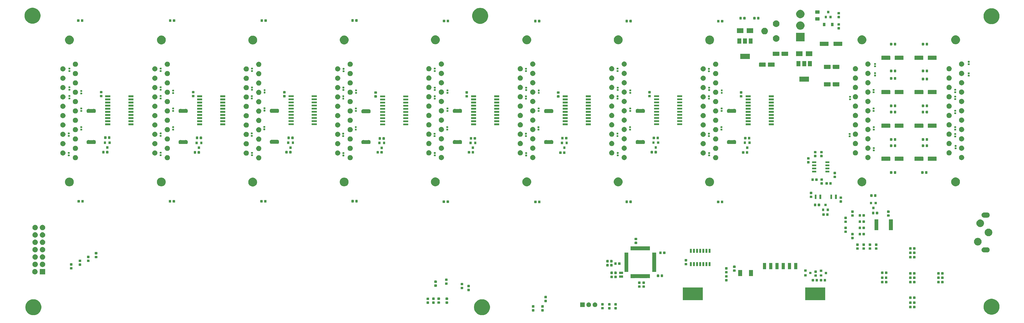
<source format=gbr>
G04 #@! TF.GenerationSoftware,KiCad,Pcbnew,5.1.6-c6e7f7d~87~ubuntu18.04.1*
G04 #@! TF.CreationDate,2020-10-17T10:37:57+01:00*
G04 #@! TF.ProjectId,ossw,6f737377-2e6b-4696-9361-645f70636258,1.1*
G04 #@! TF.SameCoordinates,Original*
G04 #@! TF.FileFunction,Soldermask,Bot*
G04 #@! TF.FilePolarity,Negative*
%FSLAX46Y46*%
G04 Gerber Fmt 4.6, Leading zero omitted, Abs format (unit mm)*
G04 Created by KiCad (PCBNEW 5.1.6-c6e7f7d~87~ubuntu18.04.1) date 2020-10-17 10:37:57*
%MOMM*%
%LPD*%
G01*
G04 APERTURE LIST*
%ADD10C,0.100000*%
G04 APERTURE END LIST*
D10*
G36*
X287641839Y-250354267D02*
G01*
X287955882Y-250416734D01*
X288547526Y-250661801D01*
X288947673Y-250929171D01*
X289079991Y-251017583D01*
X289532817Y-251470409D01*
X289580967Y-251542471D01*
X289888599Y-252002874D01*
X290133666Y-252594518D01*
X290195610Y-252905932D01*
X290258600Y-253222603D01*
X290258600Y-253862997D01*
X290197921Y-254168050D01*
X290133666Y-254491082D01*
X289888599Y-255082726D01*
X289668590Y-255411992D01*
X289532817Y-255615191D01*
X289079991Y-256068017D01*
X288974077Y-256138786D01*
X288547526Y-256423799D01*
X287955882Y-256668866D01*
X287641839Y-256731333D01*
X287327797Y-256793800D01*
X286687403Y-256793800D01*
X286373361Y-256731333D01*
X286059318Y-256668866D01*
X285467674Y-256423799D01*
X285041123Y-256138786D01*
X284935209Y-256068017D01*
X284482383Y-255615191D01*
X284346610Y-255411992D01*
X284126601Y-255082726D01*
X283881534Y-254491082D01*
X283817279Y-254168050D01*
X283756600Y-253862997D01*
X283756600Y-253222603D01*
X283819590Y-252905932D01*
X283881534Y-252594518D01*
X284126601Y-252002874D01*
X284434233Y-251542471D01*
X284482383Y-251470409D01*
X284935209Y-251017583D01*
X285067527Y-250929171D01*
X285467674Y-250661801D01*
X286059318Y-250416734D01*
X286373361Y-250354267D01*
X286687403Y-250291800D01*
X287327797Y-250291800D01*
X287641839Y-250354267D01*
G37*
G36*
X105180639Y-250354267D02*
G01*
X105494682Y-250416734D01*
X106086326Y-250661801D01*
X106486473Y-250929171D01*
X106618791Y-251017583D01*
X107071617Y-251470409D01*
X107119767Y-251542471D01*
X107427399Y-252002874D01*
X107672466Y-252594518D01*
X107734410Y-252905932D01*
X107797400Y-253222603D01*
X107797400Y-253862997D01*
X107736721Y-254168050D01*
X107672466Y-254491082D01*
X107427399Y-255082726D01*
X107207390Y-255411992D01*
X107071617Y-255615191D01*
X106618791Y-256068017D01*
X106512877Y-256138786D01*
X106086326Y-256423799D01*
X105494682Y-256668866D01*
X105180639Y-256731333D01*
X104866597Y-256793800D01*
X104226203Y-256793800D01*
X103912161Y-256731333D01*
X103598118Y-256668866D01*
X103006474Y-256423799D01*
X102579923Y-256138786D01*
X102474009Y-256068017D01*
X102021183Y-255615191D01*
X101885410Y-255411992D01*
X101665401Y-255082726D01*
X101420334Y-254491082D01*
X101356079Y-254168050D01*
X101295400Y-253862997D01*
X101295400Y-253222603D01*
X101358390Y-252905932D01*
X101420334Y-252594518D01*
X101665401Y-252002874D01*
X101973033Y-251542471D01*
X102021183Y-251470409D01*
X102474009Y-251017583D01*
X102606327Y-250929171D01*
X103006474Y-250661801D01*
X103598118Y-250416734D01*
X103912161Y-250354267D01*
X104226203Y-250291800D01*
X104866597Y-250291800D01*
X105180639Y-250354267D01*
G37*
G36*
X494769194Y-250128939D02*
G01*
X495194482Y-250213534D01*
X495786126Y-250458601D01*
X496186273Y-250725971D01*
X496318591Y-250814383D01*
X496771417Y-251267209D01*
X496842186Y-251373123D01*
X497127199Y-251799674D01*
X497372266Y-252391318D01*
X497421871Y-252640701D01*
X497497200Y-253019403D01*
X497497200Y-253659797D01*
X497460993Y-253841820D01*
X497372266Y-254287882D01*
X497127199Y-254879526D01*
X496856866Y-255284107D01*
X496798534Y-255371408D01*
X496771416Y-255411992D01*
X496318592Y-255864816D01*
X495786126Y-256220599D01*
X495194482Y-256465666D01*
X494880439Y-256528133D01*
X494566397Y-256590600D01*
X493926003Y-256590600D01*
X493611961Y-256528133D01*
X493297918Y-256465666D01*
X492706274Y-256220599D01*
X492173808Y-255864816D01*
X491720984Y-255411992D01*
X491693867Y-255371408D01*
X491635534Y-255284107D01*
X491365201Y-254879526D01*
X491120134Y-254287882D01*
X491031407Y-253841820D01*
X490995200Y-253659797D01*
X490995200Y-253019403D01*
X491070529Y-252640701D01*
X491120134Y-252391318D01*
X491365201Y-251799674D01*
X491650214Y-251373123D01*
X491720983Y-251267209D01*
X492173809Y-250814383D01*
X492306127Y-250725971D01*
X492706274Y-250458601D01*
X493297918Y-250213534D01*
X493723206Y-250128939D01*
X493926003Y-250088600D01*
X494566397Y-250088600D01*
X494769194Y-250128939D01*
G37*
G36*
X311999491Y-254315885D02*
G01*
X312033469Y-254326193D01*
X312064790Y-254342934D01*
X312092239Y-254365461D01*
X312114766Y-254392910D01*
X312131507Y-254424231D01*
X312141815Y-254458209D01*
X312145900Y-254499690D01*
X312145900Y-255100910D01*
X312141815Y-255142391D01*
X312131507Y-255176369D01*
X312114766Y-255207690D01*
X312092239Y-255235139D01*
X312064790Y-255257666D01*
X312033469Y-255274407D01*
X311999491Y-255284715D01*
X311958010Y-255288800D01*
X311281790Y-255288800D01*
X311240309Y-255284715D01*
X311206331Y-255274407D01*
X311175010Y-255257666D01*
X311147561Y-255235139D01*
X311125034Y-255207690D01*
X311108293Y-255176369D01*
X311097985Y-255142391D01*
X311093900Y-255100910D01*
X311093900Y-254499690D01*
X311097985Y-254458209D01*
X311108293Y-254424231D01*
X311125034Y-254392910D01*
X311147561Y-254365461D01*
X311175010Y-254342934D01*
X311206331Y-254326193D01*
X311240309Y-254315885D01*
X311281790Y-254311800D01*
X311958010Y-254311800D01*
X311999491Y-254315885D01*
G37*
G36*
X308189491Y-254315885D02*
G01*
X308223469Y-254326193D01*
X308254790Y-254342934D01*
X308282239Y-254365461D01*
X308304766Y-254392910D01*
X308321507Y-254424231D01*
X308331815Y-254458209D01*
X308335900Y-254499690D01*
X308335900Y-255100910D01*
X308331815Y-255142391D01*
X308321507Y-255176369D01*
X308304766Y-255207690D01*
X308282239Y-255235139D01*
X308254790Y-255257666D01*
X308223469Y-255274407D01*
X308189491Y-255284715D01*
X308148010Y-255288800D01*
X307471790Y-255288800D01*
X307430309Y-255284715D01*
X307396331Y-255274407D01*
X307365010Y-255257666D01*
X307337561Y-255235139D01*
X307315034Y-255207690D01*
X307298293Y-255176369D01*
X307287985Y-255142391D01*
X307283900Y-255100910D01*
X307283900Y-254499690D01*
X307287985Y-254458209D01*
X307298293Y-254424231D01*
X307315034Y-254392910D01*
X307337561Y-254365461D01*
X307365010Y-254342934D01*
X307396331Y-254326193D01*
X307430309Y-254315885D01*
X307471790Y-254311800D01*
X308148010Y-254311800D01*
X308189491Y-254315885D01*
G37*
G36*
X341730191Y-253464885D02*
G01*
X341764169Y-253475193D01*
X341795490Y-253491934D01*
X341822939Y-253514461D01*
X341845466Y-253541910D01*
X341862207Y-253573231D01*
X341872515Y-253607209D01*
X341876600Y-253648690D01*
X341876600Y-254249910D01*
X341872515Y-254291391D01*
X341862207Y-254325369D01*
X341845466Y-254356690D01*
X341822939Y-254384139D01*
X341795490Y-254406666D01*
X341764169Y-254423407D01*
X341730191Y-254433715D01*
X341688710Y-254437800D01*
X341012490Y-254437800D01*
X340971009Y-254433715D01*
X340937031Y-254423407D01*
X340905710Y-254406666D01*
X340878261Y-254384139D01*
X340855734Y-254356690D01*
X340838993Y-254325369D01*
X340828685Y-254291391D01*
X340824600Y-254249910D01*
X340824600Y-253648690D01*
X340828685Y-253607209D01*
X340838993Y-253573231D01*
X340855734Y-253541910D01*
X340878261Y-253514461D01*
X340905710Y-253491934D01*
X340937031Y-253475193D01*
X340971009Y-253464885D01*
X341012490Y-253460800D01*
X341688710Y-253460800D01*
X341730191Y-253464885D01*
G37*
G36*
X339190191Y-253464885D02*
G01*
X339224169Y-253475193D01*
X339255490Y-253491934D01*
X339282939Y-253514461D01*
X339305466Y-253541910D01*
X339322207Y-253573231D01*
X339332515Y-253607209D01*
X339336600Y-253648690D01*
X339336600Y-254249910D01*
X339332515Y-254291391D01*
X339322207Y-254325369D01*
X339305466Y-254356690D01*
X339282939Y-254384139D01*
X339255490Y-254406666D01*
X339224169Y-254423407D01*
X339190191Y-254433715D01*
X339148710Y-254437800D01*
X338472490Y-254437800D01*
X338431009Y-254433715D01*
X338397031Y-254423407D01*
X338365710Y-254406666D01*
X338338261Y-254384139D01*
X338315734Y-254356690D01*
X338298993Y-254325369D01*
X338288685Y-254291391D01*
X338284600Y-254249910D01*
X338284600Y-253648690D01*
X338288685Y-253607209D01*
X338298993Y-253573231D01*
X338315734Y-253541910D01*
X338338261Y-253514461D01*
X338365710Y-253491934D01*
X338397031Y-253475193D01*
X338431009Y-253464885D01*
X338472490Y-253460800D01*
X339148710Y-253460800D01*
X339190191Y-253464885D01*
G37*
G36*
X336396191Y-253439385D02*
G01*
X336430169Y-253449693D01*
X336461490Y-253466434D01*
X336488939Y-253488961D01*
X336511466Y-253516410D01*
X336528207Y-253547731D01*
X336538515Y-253581709D01*
X336542600Y-253623190D01*
X336542600Y-254224410D01*
X336538515Y-254265891D01*
X336528207Y-254299869D01*
X336511466Y-254331190D01*
X336488939Y-254358639D01*
X336461490Y-254381166D01*
X336430169Y-254397907D01*
X336396191Y-254408215D01*
X336354710Y-254412300D01*
X335678490Y-254412300D01*
X335637009Y-254408215D01*
X335603031Y-254397907D01*
X335571710Y-254381166D01*
X335544261Y-254358639D01*
X335521734Y-254331190D01*
X335504993Y-254299869D01*
X335494685Y-254265891D01*
X335490600Y-254224410D01*
X335490600Y-253623190D01*
X335494685Y-253581709D01*
X335504993Y-253547731D01*
X335521734Y-253516410D01*
X335544261Y-253488961D01*
X335571710Y-253466434D01*
X335603031Y-253449693D01*
X335637009Y-253439385D01*
X335678490Y-253435300D01*
X336354710Y-253435300D01*
X336396191Y-253439385D01*
G37*
G36*
X463155591Y-252944685D02*
G01*
X463189569Y-252954993D01*
X463220890Y-252971734D01*
X463248339Y-252994261D01*
X463270866Y-253021710D01*
X463287607Y-253053031D01*
X463297915Y-253087009D01*
X463302000Y-253128490D01*
X463302000Y-253804710D01*
X463297915Y-253846191D01*
X463287607Y-253880169D01*
X463270866Y-253911490D01*
X463248339Y-253938939D01*
X463220890Y-253961466D01*
X463189569Y-253978207D01*
X463155591Y-253988515D01*
X463114110Y-253992600D01*
X462512890Y-253992600D01*
X462471409Y-253988515D01*
X462437431Y-253978207D01*
X462406110Y-253961466D01*
X462378661Y-253938939D01*
X462356134Y-253911490D01*
X462339393Y-253880169D01*
X462329085Y-253846191D01*
X462325000Y-253804710D01*
X462325000Y-253128490D01*
X462329085Y-253087009D01*
X462339393Y-253053031D01*
X462356134Y-253021710D01*
X462378661Y-252994261D01*
X462406110Y-252971734D01*
X462437431Y-252954993D01*
X462471409Y-252944685D01*
X462512890Y-252940600D01*
X463114110Y-252940600D01*
X463155591Y-252944685D01*
G37*
G36*
X461580591Y-252944685D02*
G01*
X461614569Y-252954993D01*
X461645890Y-252971734D01*
X461673339Y-252994261D01*
X461695866Y-253021710D01*
X461712607Y-253053031D01*
X461722915Y-253087009D01*
X461727000Y-253128490D01*
X461727000Y-253804710D01*
X461722915Y-253846191D01*
X461712607Y-253880169D01*
X461695866Y-253911490D01*
X461673339Y-253938939D01*
X461645890Y-253961466D01*
X461614569Y-253978207D01*
X461580591Y-253988515D01*
X461539110Y-253992600D01*
X460937890Y-253992600D01*
X460896409Y-253988515D01*
X460862431Y-253978207D01*
X460831110Y-253961466D01*
X460803661Y-253938939D01*
X460781134Y-253911490D01*
X460764393Y-253880169D01*
X460754085Y-253846191D01*
X460750000Y-253804710D01*
X460750000Y-253128490D01*
X460754085Y-253087009D01*
X460764393Y-253053031D01*
X460781134Y-253021710D01*
X460803661Y-252994261D01*
X460831110Y-252971734D01*
X460862431Y-252954993D01*
X460896409Y-252944685D01*
X460937890Y-252940600D01*
X461539110Y-252940600D01*
X461580591Y-252944685D01*
G37*
G36*
X308189491Y-252740885D02*
G01*
X308223469Y-252751193D01*
X308254790Y-252767934D01*
X308282239Y-252790461D01*
X308304766Y-252817910D01*
X308321507Y-252849231D01*
X308331815Y-252883209D01*
X308335900Y-252924690D01*
X308335900Y-253525910D01*
X308331815Y-253567391D01*
X308321507Y-253601369D01*
X308304766Y-253632690D01*
X308282239Y-253660139D01*
X308254790Y-253682666D01*
X308223469Y-253699407D01*
X308189491Y-253709715D01*
X308148010Y-253713800D01*
X307471790Y-253713800D01*
X307430309Y-253709715D01*
X307396331Y-253699407D01*
X307365010Y-253682666D01*
X307337561Y-253660139D01*
X307315034Y-253632690D01*
X307298293Y-253601369D01*
X307287985Y-253567391D01*
X307283900Y-253525910D01*
X307283900Y-252924690D01*
X307287985Y-252883209D01*
X307298293Y-252849231D01*
X307315034Y-252817910D01*
X307337561Y-252790461D01*
X307365010Y-252767934D01*
X307396331Y-252751193D01*
X307430309Y-252740885D01*
X307471790Y-252736800D01*
X308148010Y-252736800D01*
X308189491Y-252740885D01*
G37*
G36*
X311999491Y-252740885D02*
G01*
X312033469Y-252751193D01*
X312064790Y-252767934D01*
X312092239Y-252790461D01*
X312114766Y-252817910D01*
X312131507Y-252849231D01*
X312141815Y-252883209D01*
X312145900Y-252924690D01*
X312145900Y-253525910D01*
X312141815Y-253567391D01*
X312131507Y-253601369D01*
X312114766Y-253632690D01*
X312092239Y-253660139D01*
X312064790Y-253682666D01*
X312033469Y-253699407D01*
X311999491Y-253709715D01*
X311958010Y-253713800D01*
X311281790Y-253713800D01*
X311240309Y-253709715D01*
X311206331Y-253699407D01*
X311175010Y-253682666D01*
X311147561Y-253660139D01*
X311125034Y-253632690D01*
X311108293Y-253601369D01*
X311097985Y-253567391D01*
X311093900Y-253525910D01*
X311093900Y-252924690D01*
X311097985Y-252883209D01*
X311108293Y-252849231D01*
X311125034Y-252817910D01*
X311147561Y-252790461D01*
X311175010Y-252767934D01*
X311206331Y-252751193D01*
X311240309Y-252740885D01*
X311281790Y-252736800D01*
X311958010Y-252736800D01*
X311999491Y-252740885D01*
G37*
G36*
X330693295Y-251612346D02*
G01*
X330866366Y-251684034D01*
X330943718Y-251735719D01*
X331022127Y-251788110D01*
X331154590Y-251920573D01*
X331162860Y-251932950D01*
X331258666Y-252076334D01*
X331330354Y-252249405D01*
X331366900Y-252433133D01*
X331366900Y-252620467D01*
X331330354Y-252804195D01*
X331258666Y-252977266D01*
X331230511Y-253019403D01*
X331154590Y-253133027D01*
X331022127Y-253265490D01*
X330974174Y-253297531D01*
X330866366Y-253369566D01*
X330693295Y-253441254D01*
X330509567Y-253477800D01*
X330322233Y-253477800D01*
X330138505Y-253441254D01*
X329965434Y-253369566D01*
X329857626Y-253297531D01*
X329809673Y-253265490D01*
X329677210Y-253133027D01*
X329601289Y-253019403D01*
X329573134Y-252977266D01*
X329501446Y-252804195D01*
X329464900Y-252620467D01*
X329464900Y-252433133D01*
X329501446Y-252249405D01*
X329573134Y-252076334D01*
X329668940Y-251932950D01*
X329677210Y-251920573D01*
X329809673Y-251788110D01*
X329888082Y-251735719D01*
X329965434Y-251684034D01*
X330138505Y-251612346D01*
X330322233Y-251575800D01*
X330509567Y-251575800D01*
X330693295Y-251612346D01*
G37*
G36*
X328686623Y-251579739D02*
G01*
X328719180Y-251589615D01*
X328749176Y-251605648D01*
X328775472Y-251627228D01*
X328797052Y-251653524D01*
X328813085Y-251683520D01*
X328822961Y-251716077D01*
X328826900Y-251756069D01*
X328826900Y-253297531D01*
X328822961Y-253337523D01*
X328813085Y-253370080D01*
X328797052Y-253400076D01*
X328775472Y-253426372D01*
X328749176Y-253447952D01*
X328719180Y-253463985D01*
X328686623Y-253473861D01*
X328646631Y-253477800D01*
X327105169Y-253477800D01*
X327065177Y-253473861D01*
X327032620Y-253463985D01*
X327002624Y-253447952D01*
X326976328Y-253426372D01*
X326954748Y-253400076D01*
X326938715Y-253370080D01*
X326928839Y-253337523D01*
X326924900Y-253297531D01*
X326924900Y-251756069D01*
X326928839Y-251716077D01*
X326938715Y-251683520D01*
X326954748Y-251653524D01*
X326976328Y-251627228D01*
X327002624Y-251605648D01*
X327032620Y-251589615D01*
X327065177Y-251579739D01*
X327105169Y-251575800D01*
X328646631Y-251575800D01*
X328686623Y-251579739D01*
G37*
G36*
X333233295Y-251612346D02*
G01*
X333406366Y-251684034D01*
X333483718Y-251735719D01*
X333562127Y-251788110D01*
X333694590Y-251920573D01*
X333702860Y-251932950D01*
X333798666Y-252076334D01*
X333870354Y-252249405D01*
X333906900Y-252433133D01*
X333906900Y-252620467D01*
X333870354Y-252804195D01*
X333798666Y-252977266D01*
X333770511Y-253019403D01*
X333694590Y-253133027D01*
X333562127Y-253265490D01*
X333514174Y-253297531D01*
X333406366Y-253369566D01*
X333233295Y-253441254D01*
X333049567Y-253477800D01*
X332862233Y-253477800D01*
X332678505Y-253441254D01*
X332505434Y-253369566D01*
X332397626Y-253297531D01*
X332349673Y-253265490D01*
X332217210Y-253133027D01*
X332141289Y-253019403D01*
X332113134Y-252977266D01*
X332041446Y-252804195D01*
X332004900Y-252620467D01*
X332004900Y-252433133D01*
X332041446Y-252249405D01*
X332113134Y-252076334D01*
X332208940Y-251932950D01*
X332217210Y-251920573D01*
X332349673Y-251788110D01*
X332428082Y-251735719D01*
X332505434Y-251684034D01*
X332678505Y-251612346D01*
X332862233Y-251575800D01*
X333049567Y-251575800D01*
X333233295Y-251612346D01*
G37*
G36*
X339190191Y-251889885D02*
G01*
X339224169Y-251900193D01*
X339255490Y-251916934D01*
X339282939Y-251939461D01*
X339305466Y-251966910D01*
X339322207Y-251998231D01*
X339332515Y-252032209D01*
X339336600Y-252073690D01*
X339336600Y-252674910D01*
X339332515Y-252716391D01*
X339322207Y-252750369D01*
X339305466Y-252781690D01*
X339282939Y-252809139D01*
X339255490Y-252831666D01*
X339224169Y-252848407D01*
X339190191Y-252858715D01*
X339148710Y-252862800D01*
X338472490Y-252862800D01*
X338431009Y-252858715D01*
X338397031Y-252848407D01*
X338365710Y-252831666D01*
X338338261Y-252809139D01*
X338315734Y-252781690D01*
X338298993Y-252750369D01*
X338288685Y-252716391D01*
X338284600Y-252674910D01*
X338284600Y-252073690D01*
X338288685Y-252032209D01*
X338298993Y-251998231D01*
X338315734Y-251966910D01*
X338338261Y-251939461D01*
X338365710Y-251916934D01*
X338397031Y-251900193D01*
X338431009Y-251889885D01*
X338472490Y-251885800D01*
X339148710Y-251885800D01*
X339190191Y-251889885D01*
G37*
G36*
X341730191Y-251889885D02*
G01*
X341764169Y-251900193D01*
X341795490Y-251916934D01*
X341822939Y-251939461D01*
X341845466Y-251966910D01*
X341862207Y-251998231D01*
X341872515Y-252032209D01*
X341876600Y-252073690D01*
X341876600Y-252674910D01*
X341872515Y-252716391D01*
X341862207Y-252750369D01*
X341845466Y-252781690D01*
X341822939Y-252809139D01*
X341795490Y-252831666D01*
X341764169Y-252848407D01*
X341730191Y-252858715D01*
X341688710Y-252862800D01*
X341012490Y-252862800D01*
X340971009Y-252858715D01*
X340937031Y-252848407D01*
X340905710Y-252831666D01*
X340878261Y-252809139D01*
X340855734Y-252781690D01*
X340838993Y-252750369D01*
X340828685Y-252716391D01*
X340824600Y-252674910D01*
X340824600Y-252073690D01*
X340828685Y-252032209D01*
X340838993Y-251998231D01*
X340855734Y-251966910D01*
X340878261Y-251939461D01*
X340905710Y-251916934D01*
X340937031Y-251900193D01*
X340971009Y-251889885D01*
X341012490Y-251885800D01*
X341688710Y-251885800D01*
X341730191Y-251889885D01*
G37*
G36*
X336396191Y-251864385D02*
G01*
X336430169Y-251874693D01*
X336461490Y-251891434D01*
X336488939Y-251913961D01*
X336511466Y-251941410D01*
X336528207Y-251972731D01*
X336538515Y-252006709D01*
X336542600Y-252048190D01*
X336542600Y-252649410D01*
X336538515Y-252690891D01*
X336528207Y-252724869D01*
X336511466Y-252756190D01*
X336488939Y-252783639D01*
X336461490Y-252806166D01*
X336430169Y-252822907D01*
X336396191Y-252833215D01*
X336354710Y-252837300D01*
X335678490Y-252837300D01*
X335637009Y-252833215D01*
X335603031Y-252822907D01*
X335571710Y-252806166D01*
X335544261Y-252783639D01*
X335521734Y-252756190D01*
X335504993Y-252724869D01*
X335494685Y-252690891D01*
X335490600Y-252649410D01*
X335490600Y-252048190D01*
X335494685Y-252006709D01*
X335504993Y-251972731D01*
X335521734Y-251941410D01*
X335544261Y-251913961D01*
X335571710Y-251891434D01*
X335603031Y-251874693D01*
X335637009Y-251864385D01*
X335678490Y-251860300D01*
X336354710Y-251860300D01*
X336396191Y-251864385D01*
G37*
G36*
X461580591Y-251166685D02*
G01*
X461614569Y-251176993D01*
X461645890Y-251193734D01*
X461673339Y-251216261D01*
X461695866Y-251243710D01*
X461712607Y-251275031D01*
X461722915Y-251309009D01*
X461727000Y-251350490D01*
X461727000Y-252026710D01*
X461722915Y-252068191D01*
X461712607Y-252102169D01*
X461695866Y-252133490D01*
X461673339Y-252160939D01*
X461645890Y-252183466D01*
X461614569Y-252200207D01*
X461580591Y-252210515D01*
X461539110Y-252214600D01*
X460937890Y-252214600D01*
X460896409Y-252210515D01*
X460862431Y-252200207D01*
X460831110Y-252183466D01*
X460803661Y-252160939D01*
X460781134Y-252133490D01*
X460764393Y-252102169D01*
X460754085Y-252068191D01*
X460750000Y-252026710D01*
X460750000Y-251350490D01*
X460754085Y-251309009D01*
X460764393Y-251275031D01*
X460781134Y-251243710D01*
X460803661Y-251216261D01*
X460831110Y-251193734D01*
X460862431Y-251176993D01*
X460896409Y-251166685D01*
X460937890Y-251162600D01*
X461539110Y-251162600D01*
X461580591Y-251166685D01*
G37*
G36*
X463155591Y-251166685D02*
G01*
X463189569Y-251176993D01*
X463220890Y-251193734D01*
X463248339Y-251216261D01*
X463270866Y-251243710D01*
X463287607Y-251275031D01*
X463297915Y-251309009D01*
X463302000Y-251350490D01*
X463302000Y-252026710D01*
X463297915Y-252068191D01*
X463287607Y-252102169D01*
X463270866Y-252133490D01*
X463248339Y-252160939D01*
X463220890Y-252183466D01*
X463189569Y-252200207D01*
X463155591Y-252210515D01*
X463114110Y-252214600D01*
X462512890Y-252214600D01*
X462471409Y-252210515D01*
X462437431Y-252200207D01*
X462406110Y-252183466D01*
X462378661Y-252160939D01*
X462356134Y-252133490D01*
X462339393Y-252102169D01*
X462329085Y-252068191D01*
X462325000Y-252026710D01*
X462325000Y-251350490D01*
X462329085Y-251309009D01*
X462339393Y-251275031D01*
X462356134Y-251243710D01*
X462378661Y-251216261D01*
X462406110Y-251193734D01*
X462437431Y-251176993D01*
X462471409Y-251166685D01*
X462512890Y-251162600D01*
X463114110Y-251162600D01*
X463155591Y-251166685D01*
G37*
G36*
X265352391Y-251204285D02*
G01*
X265386369Y-251214593D01*
X265417690Y-251231334D01*
X265445139Y-251253861D01*
X265467666Y-251281310D01*
X265484407Y-251312631D01*
X265494715Y-251346609D01*
X265498800Y-251388090D01*
X265498800Y-251989310D01*
X265494715Y-252030791D01*
X265484407Y-252064769D01*
X265467666Y-252096090D01*
X265445139Y-252123539D01*
X265417690Y-252146066D01*
X265386369Y-252162807D01*
X265352391Y-252173115D01*
X265310910Y-252177200D01*
X264634690Y-252177200D01*
X264593209Y-252173115D01*
X264559231Y-252162807D01*
X264527910Y-252146066D01*
X264500461Y-252123539D01*
X264477934Y-252096090D01*
X264461193Y-252064769D01*
X264450885Y-252030791D01*
X264446800Y-251989310D01*
X264446800Y-251388090D01*
X264450885Y-251346609D01*
X264461193Y-251312631D01*
X264477934Y-251281310D01*
X264500461Y-251253861D01*
X264527910Y-251231334D01*
X264559231Y-251214593D01*
X264593209Y-251204285D01*
X264634690Y-251200200D01*
X265310910Y-251200200D01*
X265352391Y-251204285D01*
G37*
G36*
X273073991Y-251178785D02*
G01*
X273107969Y-251189093D01*
X273139290Y-251205834D01*
X273166739Y-251228361D01*
X273189266Y-251255810D01*
X273206007Y-251287131D01*
X273216315Y-251321109D01*
X273220400Y-251362590D01*
X273220400Y-251963810D01*
X273216315Y-252005291D01*
X273206007Y-252039269D01*
X273189266Y-252070590D01*
X273166739Y-252098039D01*
X273139290Y-252120566D01*
X273107969Y-252137307D01*
X273073991Y-252147615D01*
X273032510Y-252151700D01*
X272356290Y-252151700D01*
X272314809Y-252147615D01*
X272280831Y-252137307D01*
X272249510Y-252120566D01*
X272222061Y-252098039D01*
X272199534Y-252070590D01*
X272182793Y-252039269D01*
X272172485Y-252005291D01*
X272168400Y-251963810D01*
X272168400Y-251362590D01*
X272172485Y-251321109D01*
X272182793Y-251287131D01*
X272199534Y-251255810D01*
X272222061Y-251228361D01*
X272249510Y-251205834D01*
X272280831Y-251189093D01*
X272314809Y-251178785D01*
X272356290Y-251174700D01*
X273032510Y-251174700D01*
X273073991Y-251178785D01*
G37*
G36*
X267638391Y-251178785D02*
G01*
X267672369Y-251189093D01*
X267703690Y-251205834D01*
X267731139Y-251228361D01*
X267753666Y-251255810D01*
X267770407Y-251287131D01*
X267780715Y-251321109D01*
X267784800Y-251362590D01*
X267784800Y-251963810D01*
X267780715Y-252005291D01*
X267770407Y-252039269D01*
X267753666Y-252070590D01*
X267731139Y-252098039D01*
X267703690Y-252120566D01*
X267672369Y-252137307D01*
X267638391Y-252147615D01*
X267596910Y-252151700D01*
X266920690Y-252151700D01*
X266879209Y-252147615D01*
X266845231Y-252137307D01*
X266813910Y-252120566D01*
X266786461Y-252098039D01*
X266763934Y-252070590D01*
X266747193Y-252039269D01*
X266736885Y-252005291D01*
X266732800Y-251963810D01*
X266732800Y-251362590D01*
X266736885Y-251321109D01*
X266747193Y-251287131D01*
X266763934Y-251255810D01*
X266786461Y-251228361D01*
X266813910Y-251205834D01*
X266845231Y-251189093D01*
X266879209Y-251178785D01*
X266920690Y-251174700D01*
X267596910Y-251174700D01*
X267638391Y-251178785D01*
G37*
G36*
X269771991Y-251153485D02*
G01*
X269805969Y-251163793D01*
X269837290Y-251180534D01*
X269864739Y-251203061D01*
X269887266Y-251230510D01*
X269904007Y-251261831D01*
X269914315Y-251295809D01*
X269918400Y-251337290D01*
X269918400Y-251938510D01*
X269914315Y-251979991D01*
X269904007Y-252013969D01*
X269887266Y-252045290D01*
X269864739Y-252072739D01*
X269837290Y-252095266D01*
X269805969Y-252112007D01*
X269771991Y-252122315D01*
X269730510Y-252126400D01*
X269054290Y-252126400D01*
X269012809Y-252122315D01*
X268978831Y-252112007D01*
X268947510Y-252095266D01*
X268920061Y-252072739D01*
X268897534Y-252045290D01*
X268880793Y-252013969D01*
X268870485Y-251979991D01*
X268866400Y-251938510D01*
X268866400Y-251337290D01*
X268870485Y-251295809D01*
X268880793Y-251261831D01*
X268897534Y-251230510D01*
X268920061Y-251203061D01*
X268947510Y-251180534D01*
X268978831Y-251163793D01*
X269012809Y-251153485D01*
X269054290Y-251149400D01*
X269730510Y-251149400D01*
X269771991Y-251153485D01*
G37*
G36*
X313269491Y-250505885D02*
G01*
X313303469Y-250516193D01*
X313334790Y-250532934D01*
X313362239Y-250555461D01*
X313384766Y-250582910D01*
X313401507Y-250614231D01*
X313411815Y-250648209D01*
X313415900Y-250689690D01*
X313415900Y-251290910D01*
X313411815Y-251332391D01*
X313401507Y-251366369D01*
X313384766Y-251397690D01*
X313362239Y-251425139D01*
X313334790Y-251447666D01*
X313303469Y-251464407D01*
X313269491Y-251474715D01*
X313228010Y-251478800D01*
X312551790Y-251478800D01*
X312510309Y-251474715D01*
X312476331Y-251464407D01*
X312445010Y-251447666D01*
X312417561Y-251425139D01*
X312395034Y-251397690D01*
X312378293Y-251366369D01*
X312367985Y-251332391D01*
X312363900Y-251290910D01*
X312363900Y-250689690D01*
X312367985Y-250648209D01*
X312378293Y-250614231D01*
X312395034Y-250582910D01*
X312417561Y-250555461D01*
X312445010Y-250532934D01*
X312476331Y-250516193D01*
X312510309Y-250505885D01*
X312551790Y-250501800D01*
X313228010Y-250501800D01*
X313269491Y-250505885D01*
G37*
G36*
X426580000Y-250632800D02*
G01*
X418478000Y-250632800D01*
X418478000Y-245530800D01*
X426580000Y-245530800D01*
X426580000Y-250632800D01*
G37*
G36*
X376796000Y-250632800D02*
G01*
X368694000Y-250632800D01*
X368694000Y-245530800D01*
X376796000Y-245530800D01*
X376796000Y-250632800D01*
G37*
G36*
X265352391Y-249629285D02*
G01*
X265386369Y-249639593D01*
X265417690Y-249656334D01*
X265445139Y-249678861D01*
X265467666Y-249706310D01*
X265484407Y-249737631D01*
X265494715Y-249771609D01*
X265498800Y-249813090D01*
X265498800Y-250414310D01*
X265494715Y-250455791D01*
X265484407Y-250489769D01*
X265467666Y-250521090D01*
X265445139Y-250548539D01*
X265417690Y-250571066D01*
X265386369Y-250587807D01*
X265352391Y-250598115D01*
X265310910Y-250602200D01*
X264634690Y-250602200D01*
X264593209Y-250598115D01*
X264559231Y-250587807D01*
X264527910Y-250571066D01*
X264500461Y-250548539D01*
X264477934Y-250521090D01*
X264461193Y-250489769D01*
X264450885Y-250455791D01*
X264446800Y-250414310D01*
X264446800Y-249813090D01*
X264450885Y-249771609D01*
X264461193Y-249737631D01*
X264477934Y-249706310D01*
X264500461Y-249678861D01*
X264527910Y-249656334D01*
X264559231Y-249639593D01*
X264593209Y-249629285D01*
X264634690Y-249625200D01*
X265310910Y-249625200D01*
X265352391Y-249629285D01*
G37*
G36*
X267638391Y-249603785D02*
G01*
X267672369Y-249614093D01*
X267703690Y-249630834D01*
X267731139Y-249653361D01*
X267753666Y-249680810D01*
X267770407Y-249712131D01*
X267780715Y-249746109D01*
X267784800Y-249787590D01*
X267784800Y-250388810D01*
X267780715Y-250430291D01*
X267770407Y-250464269D01*
X267753666Y-250495590D01*
X267731139Y-250523039D01*
X267703690Y-250545566D01*
X267672369Y-250562307D01*
X267638391Y-250572615D01*
X267596910Y-250576700D01*
X266920690Y-250576700D01*
X266879209Y-250572615D01*
X266845231Y-250562307D01*
X266813910Y-250545566D01*
X266786461Y-250523039D01*
X266763934Y-250495590D01*
X266747193Y-250464269D01*
X266736885Y-250430291D01*
X266732800Y-250388810D01*
X266732800Y-249787590D01*
X266736885Y-249746109D01*
X266747193Y-249712131D01*
X266763934Y-249680810D01*
X266786461Y-249653361D01*
X266813910Y-249630834D01*
X266845231Y-249614093D01*
X266879209Y-249603785D01*
X266920690Y-249599700D01*
X267596910Y-249599700D01*
X267638391Y-249603785D01*
G37*
G36*
X273073991Y-249603785D02*
G01*
X273107969Y-249614093D01*
X273139290Y-249630834D01*
X273166739Y-249653361D01*
X273189266Y-249680810D01*
X273206007Y-249712131D01*
X273216315Y-249746109D01*
X273220400Y-249787590D01*
X273220400Y-250388810D01*
X273216315Y-250430291D01*
X273206007Y-250464269D01*
X273189266Y-250495590D01*
X273166739Y-250523039D01*
X273139290Y-250545566D01*
X273107969Y-250562307D01*
X273073991Y-250572615D01*
X273032510Y-250576700D01*
X272356290Y-250576700D01*
X272314809Y-250572615D01*
X272280831Y-250562307D01*
X272249510Y-250545566D01*
X272222061Y-250523039D01*
X272199534Y-250495590D01*
X272182793Y-250464269D01*
X272172485Y-250430291D01*
X272168400Y-250388810D01*
X272168400Y-249787590D01*
X272172485Y-249746109D01*
X272182793Y-249712131D01*
X272199534Y-249680810D01*
X272222061Y-249653361D01*
X272249510Y-249630834D01*
X272280831Y-249614093D01*
X272314809Y-249603785D01*
X272356290Y-249599700D01*
X273032510Y-249599700D01*
X273073991Y-249603785D01*
G37*
G36*
X269771991Y-249578485D02*
G01*
X269805969Y-249588793D01*
X269837290Y-249605534D01*
X269864739Y-249628061D01*
X269887266Y-249655510D01*
X269904007Y-249686831D01*
X269914315Y-249720809D01*
X269918400Y-249762290D01*
X269918400Y-250363510D01*
X269914315Y-250404991D01*
X269904007Y-250438969D01*
X269887266Y-250470290D01*
X269864739Y-250497739D01*
X269837290Y-250520266D01*
X269805969Y-250537007D01*
X269771991Y-250547315D01*
X269730510Y-250551400D01*
X269054290Y-250551400D01*
X269012809Y-250547315D01*
X268978831Y-250537007D01*
X268947510Y-250520266D01*
X268920061Y-250497739D01*
X268897534Y-250470290D01*
X268880793Y-250438969D01*
X268870485Y-250404991D01*
X268866400Y-250363510D01*
X268866400Y-249762290D01*
X268870485Y-249720809D01*
X268880793Y-249686831D01*
X268897534Y-249655510D01*
X268920061Y-249628061D01*
X268947510Y-249605534D01*
X268978831Y-249588793D01*
X269012809Y-249578485D01*
X269054290Y-249574400D01*
X269730510Y-249574400D01*
X269771991Y-249578485D01*
G37*
G36*
X461580591Y-249134685D02*
G01*
X461614569Y-249144993D01*
X461645890Y-249161734D01*
X461673339Y-249184261D01*
X461695866Y-249211710D01*
X461712607Y-249243031D01*
X461722915Y-249277009D01*
X461727000Y-249318490D01*
X461727000Y-249994710D01*
X461722915Y-250036191D01*
X461712607Y-250070169D01*
X461695866Y-250101490D01*
X461673339Y-250128939D01*
X461645890Y-250151466D01*
X461614569Y-250168207D01*
X461580591Y-250178515D01*
X461539110Y-250182600D01*
X460937890Y-250182600D01*
X460896409Y-250178515D01*
X460862431Y-250168207D01*
X460831110Y-250151466D01*
X460803661Y-250128939D01*
X460781134Y-250101490D01*
X460764393Y-250070169D01*
X460754085Y-250036191D01*
X460750000Y-249994710D01*
X460750000Y-249318490D01*
X460754085Y-249277009D01*
X460764393Y-249243031D01*
X460781134Y-249211710D01*
X460803661Y-249184261D01*
X460831110Y-249161734D01*
X460862431Y-249144993D01*
X460896409Y-249134685D01*
X460937890Y-249130600D01*
X461539110Y-249130600D01*
X461580591Y-249134685D01*
G37*
G36*
X463155591Y-249134685D02*
G01*
X463189569Y-249144993D01*
X463220890Y-249161734D01*
X463248339Y-249184261D01*
X463270866Y-249211710D01*
X463287607Y-249243031D01*
X463297915Y-249277009D01*
X463302000Y-249318490D01*
X463302000Y-249994710D01*
X463297915Y-250036191D01*
X463287607Y-250070169D01*
X463270866Y-250101490D01*
X463248339Y-250128939D01*
X463220890Y-250151466D01*
X463189569Y-250168207D01*
X463155591Y-250178515D01*
X463114110Y-250182600D01*
X462512890Y-250182600D01*
X462471409Y-250178515D01*
X462437431Y-250168207D01*
X462406110Y-250151466D01*
X462378661Y-250128939D01*
X462356134Y-250101490D01*
X462339393Y-250070169D01*
X462329085Y-250036191D01*
X462325000Y-249994710D01*
X462325000Y-249318490D01*
X462329085Y-249277009D01*
X462339393Y-249243031D01*
X462356134Y-249211710D01*
X462378661Y-249184261D01*
X462406110Y-249161734D01*
X462437431Y-249144993D01*
X462471409Y-249134685D01*
X462512890Y-249130600D01*
X463114110Y-249130600D01*
X463155591Y-249134685D01*
G37*
G36*
X313269491Y-248930885D02*
G01*
X313303469Y-248941193D01*
X313334790Y-248957934D01*
X313362239Y-248980461D01*
X313384766Y-249007910D01*
X313401507Y-249039231D01*
X313411815Y-249073209D01*
X313415900Y-249114690D01*
X313415900Y-249715910D01*
X313411815Y-249757391D01*
X313401507Y-249791369D01*
X313384766Y-249822690D01*
X313362239Y-249850139D01*
X313334790Y-249872666D01*
X313303469Y-249889407D01*
X313269491Y-249899715D01*
X313228010Y-249903800D01*
X312551790Y-249903800D01*
X312510309Y-249899715D01*
X312476331Y-249889407D01*
X312445010Y-249872666D01*
X312417561Y-249850139D01*
X312395034Y-249822690D01*
X312378293Y-249791369D01*
X312367985Y-249757391D01*
X312363900Y-249715910D01*
X312363900Y-249114690D01*
X312367985Y-249073209D01*
X312378293Y-249039231D01*
X312395034Y-249007910D01*
X312417561Y-248980461D01*
X312445010Y-248957934D01*
X312476331Y-248941193D01*
X312510309Y-248930885D01*
X312551790Y-248926800D01*
X313228010Y-248926800D01*
X313269491Y-248930885D01*
G37*
G36*
X281913191Y-246022685D02*
G01*
X281947169Y-246032993D01*
X281978490Y-246049734D01*
X282005939Y-246072261D01*
X282028466Y-246099710D01*
X282045207Y-246131031D01*
X282055515Y-246165009D01*
X282059600Y-246206490D01*
X282059600Y-246807710D01*
X282055515Y-246849191D01*
X282045207Y-246883169D01*
X282028466Y-246914490D01*
X282005939Y-246941939D01*
X281978490Y-246964466D01*
X281947169Y-246981207D01*
X281913191Y-246991515D01*
X281871710Y-246995600D01*
X281195490Y-246995600D01*
X281154009Y-246991515D01*
X281120031Y-246981207D01*
X281088710Y-246964466D01*
X281061261Y-246941939D01*
X281038734Y-246914490D01*
X281021993Y-246883169D01*
X281011685Y-246849191D01*
X281007600Y-246807710D01*
X281007600Y-246206490D01*
X281011685Y-246165009D01*
X281021993Y-246131031D01*
X281038734Y-246099710D01*
X281061261Y-246072261D01*
X281088710Y-246049734D01*
X281120031Y-246032993D01*
X281154009Y-246022685D01*
X281195490Y-246018600D01*
X281871710Y-246018600D01*
X281913191Y-246022685D01*
G37*
G36*
X279220791Y-245209885D02*
G01*
X279254769Y-245220193D01*
X279286090Y-245236934D01*
X279313539Y-245259461D01*
X279336066Y-245286910D01*
X279352807Y-245318231D01*
X279363115Y-245352209D01*
X279367200Y-245393690D01*
X279367200Y-245994910D01*
X279363115Y-246036391D01*
X279352807Y-246070369D01*
X279336066Y-246101690D01*
X279313539Y-246129139D01*
X279286090Y-246151666D01*
X279254769Y-246168407D01*
X279220791Y-246178715D01*
X279179310Y-246182800D01*
X278503090Y-246182800D01*
X278461609Y-246178715D01*
X278427631Y-246168407D01*
X278396310Y-246151666D01*
X278368861Y-246129139D01*
X278346334Y-246101690D01*
X278329593Y-246070369D01*
X278319285Y-246036391D01*
X278315200Y-245994910D01*
X278315200Y-245393690D01*
X278319285Y-245352209D01*
X278329593Y-245318231D01*
X278346334Y-245286910D01*
X278368861Y-245259461D01*
X278396310Y-245236934D01*
X278427631Y-245220193D01*
X278461609Y-245209885D01*
X278503090Y-245205800D01*
X279179310Y-245205800D01*
X279220791Y-245209885D01*
G37*
G36*
X353122091Y-244651085D02*
G01*
X353156069Y-244661393D01*
X353187390Y-244678134D01*
X353214839Y-244700661D01*
X353237366Y-244728110D01*
X353254107Y-244759431D01*
X353264415Y-244793409D01*
X353268500Y-244834890D01*
X353268500Y-245436110D01*
X353264415Y-245477591D01*
X353254107Y-245511569D01*
X353237366Y-245542890D01*
X353214839Y-245570339D01*
X353187390Y-245592866D01*
X353156069Y-245609607D01*
X353122091Y-245619915D01*
X353080610Y-245624000D01*
X352404390Y-245624000D01*
X352362909Y-245619915D01*
X352328931Y-245609607D01*
X352297610Y-245592866D01*
X352270161Y-245570339D01*
X352247634Y-245542890D01*
X352230893Y-245511569D01*
X352220585Y-245477591D01*
X352216500Y-245436110D01*
X352216500Y-244834890D01*
X352220585Y-244793409D01*
X352230893Y-244759431D01*
X352247634Y-244728110D01*
X352270161Y-244700661D01*
X352297610Y-244678134D01*
X352328931Y-244661393D01*
X352362909Y-244651085D01*
X352404390Y-244647000D01*
X353080610Y-244647000D01*
X353122091Y-244651085D01*
G37*
G36*
X351344091Y-244651085D02*
G01*
X351378069Y-244661393D01*
X351409390Y-244678134D01*
X351436839Y-244700661D01*
X351459366Y-244728110D01*
X351476107Y-244759431D01*
X351486415Y-244793409D01*
X351490500Y-244834890D01*
X351490500Y-245436110D01*
X351486415Y-245477591D01*
X351476107Y-245511569D01*
X351459366Y-245542890D01*
X351436839Y-245570339D01*
X351409390Y-245592866D01*
X351378069Y-245609607D01*
X351344091Y-245619915D01*
X351302610Y-245624000D01*
X350626390Y-245624000D01*
X350584909Y-245619915D01*
X350550931Y-245609607D01*
X350519610Y-245592866D01*
X350492161Y-245570339D01*
X350469634Y-245542890D01*
X350452893Y-245511569D01*
X350442585Y-245477591D01*
X350438500Y-245436110D01*
X350438500Y-244834890D01*
X350442585Y-244793409D01*
X350452893Y-244759431D01*
X350469634Y-244728110D01*
X350492161Y-244700661D01*
X350519610Y-244678134D01*
X350550931Y-244661393D01*
X350584909Y-244651085D01*
X350626390Y-244647000D01*
X351302610Y-244647000D01*
X351344091Y-244651085D01*
G37*
G36*
X281913191Y-244447685D02*
G01*
X281947169Y-244457993D01*
X281978490Y-244474734D01*
X282005939Y-244497261D01*
X282028466Y-244524710D01*
X282045207Y-244556031D01*
X282055515Y-244590009D01*
X282059600Y-244631490D01*
X282059600Y-245232710D01*
X282055515Y-245274191D01*
X282045207Y-245308169D01*
X282028466Y-245339490D01*
X282005939Y-245366939D01*
X281978490Y-245389466D01*
X281947169Y-245406207D01*
X281913191Y-245416515D01*
X281871710Y-245420600D01*
X281195490Y-245420600D01*
X281154009Y-245416515D01*
X281120031Y-245406207D01*
X281088710Y-245389466D01*
X281061261Y-245366939D01*
X281038734Y-245339490D01*
X281021993Y-245308169D01*
X281011685Y-245274191D01*
X281007600Y-245232710D01*
X281007600Y-244631490D01*
X281011685Y-244590009D01*
X281021993Y-244556031D01*
X281038734Y-244524710D01*
X281061261Y-244497261D01*
X281088710Y-244474734D01*
X281120031Y-244457993D01*
X281154009Y-244447685D01*
X281195490Y-244443600D01*
X281871710Y-244443600D01*
X281913191Y-244447685D01*
G37*
G36*
X268501991Y-244244685D02*
G01*
X268535969Y-244254993D01*
X268567290Y-244271734D01*
X268594739Y-244294261D01*
X268617266Y-244321710D01*
X268634007Y-244353031D01*
X268644315Y-244387009D01*
X268648400Y-244428490D01*
X268648400Y-245029710D01*
X268644315Y-245071191D01*
X268634007Y-245105169D01*
X268617266Y-245136490D01*
X268594739Y-245163939D01*
X268567290Y-245186466D01*
X268535969Y-245203207D01*
X268501991Y-245213515D01*
X268460510Y-245217600D01*
X267784290Y-245217600D01*
X267742809Y-245213515D01*
X267708831Y-245203207D01*
X267677510Y-245186466D01*
X267650061Y-245163939D01*
X267627534Y-245136490D01*
X267610793Y-245105169D01*
X267600485Y-245071191D01*
X267596400Y-245029710D01*
X267596400Y-244428490D01*
X267600485Y-244387009D01*
X267610793Y-244353031D01*
X267627534Y-244321710D01*
X267650061Y-244294261D01*
X267677510Y-244271734D01*
X267708831Y-244254993D01*
X267742809Y-244244685D01*
X267784290Y-244240600D01*
X268460510Y-244240600D01*
X268501991Y-244244685D01*
G37*
G36*
X279220791Y-243634885D02*
G01*
X279254769Y-243645193D01*
X279286090Y-243661934D01*
X279313539Y-243684461D01*
X279336066Y-243711910D01*
X279352807Y-243743231D01*
X279363115Y-243777209D01*
X279367200Y-243818690D01*
X279367200Y-244419910D01*
X279363115Y-244461391D01*
X279352807Y-244495369D01*
X279336066Y-244526690D01*
X279313539Y-244554139D01*
X279286090Y-244576666D01*
X279254769Y-244593407D01*
X279220791Y-244603715D01*
X279179310Y-244607800D01*
X278503090Y-244607800D01*
X278461609Y-244603715D01*
X278427631Y-244593407D01*
X278396310Y-244576666D01*
X278368861Y-244554139D01*
X278346334Y-244526690D01*
X278329593Y-244495369D01*
X278319285Y-244461391D01*
X278315200Y-244419910D01*
X278315200Y-243818690D01*
X278319285Y-243777209D01*
X278329593Y-243743231D01*
X278346334Y-243711910D01*
X278368861Y-243684461D01*
X278396310Y-243661934D01*
X278427631Y-243645193D01*
X278461609Y-243634885D01*
X278503090Y-243630800D01*
X279179310Y-243630800D01*
X279220791Y-243634885D01*
G37*
G36*
X272870791Y-243431885D02*
G01*
X272904769Y-243442193D01*
X272936090Y-243458934D01*
X272963539Y-243481461D01*
X272986066Y-243508910D01*
X273002807Y-243540231D01*
X273013115Y-243574209D01*
X273017200Y-243615690D01*
X273017200Y-244216910D01*
X273013115Y-244258391D01*
X273002807Y-244292369D01*
X272986066Y-244323690D01*
X272963539Y-244351139D01*
X272936090Y-244373666D01*
X272904769Y-244390407D01*
X272870791Y-244400715D01*
X272829310Y-244404800D01*
X272153090Y-244404800D01*
X272111609Y-244400715D01*
X272077631Y-244390407D01*
X272046310Y-244373666D01*
X272018861Y-244351139D01*
X271996334Y-244323690D01*
X271979593Y-244292369D01*
X271969285Y-244258391D01*
X271965200Y-244216910D01*
X271965200Y-243615690D01*
X271969285Y-243574209D01*
X271979593Y-243540231D01*
X271996334Y-243508910D01*
X272018861Y-243481461D01*
X272046310Y-243458934D01*
X272077631Y-243442193D01*
X272111609Y-243431885D01*
X272153090Y-243427800D01*
X272829310Y-243427800D01*
X272870791Y-243431885D01*
G37*
G36*
X353122091Y-243076085D02*
G01*
X353156069Y-243086393D01*
X353187390Y-243103134D01*
X353214839Y-243125661D01*
X353237366Y-243153110D01*
X353254107Y-243184431D01*
X353264415Y-243218409D01*
X353268500Y-243259890D01*
X353268500Y-243861110D01*
X353264415Y-243902591D01*
X353254107Y-243936569D01*
X353237366Y-243967890D01*
X353214839Y-243995339D01*
X353187390Y-244017866D01*
X353156069Y-244034607D01*
X353122091Y-244044915D01*
X353080610Y-244049000D01*
X352404390Y-244049000D01*
X352362909Y-244044915D01*
X352328931Y-244034607D01*
X352297610Y-244017866D01*
X352270161Y-243995339D01*
X352247634Y-243967890D01*
X352230893Y-243936569D01*
X352220585Y-243902591D01*
X352216500Y-243861110D01*
X352216500Y-243259890D01*
X352220585Y-243218409D01*
X352230893Y-243184431D01*
X352247634Y-243153110D01*
X352270161Y-243125661D01*
X352297610Y-243103134D01*
X352328931Y-243086393D01*
X352362909Y-243076085D01*
X352404390Y-243072000D01*
X353080610Y-243072000D01*
X353122091Y-243076085D01*
G37*
G36*
X351344091Y-243076085D02*
G01*
X351378069Y-243086393D01*
X351409390Y-243103134D01*
X351436839Y-243125661D01*
X351459366Y-243153110D01*
X351476107Y-243184431D01*
X351486415Y-243218409D01*
X351490500Y-243259890D01*
X351490500Y-243861110D01*
X351486415Y-243902591D01*
X351476107Y-243936569D01*
X351459366Y-243967890D01*
X351436839Y-243995339D01*
X351409390Y-244017866D01*
X351378069Y-244034607D01*
X351344091Y-244044915D01*
X351302610Y-244049000D01*
X350626390Y-244049000D01*
X350584909Y-244044915D01*
X350550931Y-244034607D01*
X350519610Y-244017866D01*
X350492161Y-243995339D01*
X350469634Y-243967890D01*
X350452893Y-243936569D01*
X350442585Y-243902591D01*
X350438500Y-243861110D01*
X350438500Y-243259890D01*
X350442585Y-243218409D01*
X350452893Y-243184431D01*
X350469634Y-243153110D01*
X350492161Y-243125661D01*
X350519610Y-243103134D01*
X350550931Y-243086393D01*
X350584909Y-243076085D01*
X350626390Y-243072000D01*
X351302610Y-243072000D01*
X351344091Y-243076085D01*
G37*
G36*
X461580591Y-242784685D02*
G01*
X461614569Y-242794993D01*
X461645890Y-242811734D01*
X461673339Y-242834261D01*
X461695866Y-242861710D01*
X461712607Y-242893031D01*
X461722915Y-242927009D01*
X461727000Y-242968490D01*
X461727000Y-243644710D01*
X461722915Y-243686191D01*
X461712607Y-243720169D01*
X461695866Y-243751490D01*
X461673339Y-243778939D01*
X461645890Y-243801466D01*
X461614569Y-243818207D01*
X461580591Y-243828515D01*
X461539110Y-243832600D01*
X460937890Y-243832600D01*
X460896409Y-243828515D01*
X460862431Y-243818207D01*
X460831110Y-243801466D01*
X460803661Y-243778939D01*
X460781134Y-243751490D01*
X460764393Y-243720169D01*
X460754085Y-243686191D01*
X460750000Y-243644710D01*
X460750000Y-242968490D01*
X460754085Y-242927009D01*
X460764393Y-242893031D01*
X460781134Y-242861710D01*
X460803661Y-242834261D01*
X460831110Y-242811734D01*
X460862431Y-242794993D01*
X460896409Y-242784685D01*
X460937890Y-242780600D01*
X461539110Y-242780600D01*
X461580591Y-242784685D01*
G37*
G36*
X473010591Y-242784685D02*
G01*
X473044569Y-242794993D01*
X473075890Y-242811734D01*
X473103339Y-242834261D01*
X473125866Y-242861710D01*
X473142607Y-242893031D01*
X473152915Y-242927009D01*
X473157000Y-242968490D01*
X473157000Y-243644710D01*
X473152915Y-243686191D01*
X473142607Y-243720169D01*
X473125866Y-243751490D01*
X473103339Y-243778939D01*
X473075890Y-243801466D01*
X473044569Y-243818207D01*
X473010591Y-243828515D01*
X472969110Y-243832600D01*
X472367890Y-243832600D01*
X472326409Y-243828515D01*
X472292431Y-243818207D01*
X472261110Y-243801466D01*
X472233661Y-243778939D01*
X472211134Y-243751490D01*
X472194393Y-243720169D01*
X472184085Y-243686191D01*
X472180000Y-243644710D01*
X472180000Y-242968490D01*
X472184085Y-242927009D01*
X472194393Y-242893031D01*
X472211134Y-242861710D01*
X472233661Y-242834261D01*
X472261110Y-242811734D01*
X472292431Y-242794993D01*
X472326409Y-242784685D01*
X472367890Y-242780600D01*
X472969110Y-242780600D01*
X473010591Y-242784685D01*
G37*
G36*
X474585591Y-242784685D02*
G01*
X474619569Y-242794993D01*
X474650890Y-242811734D01*
X474678339Y-242834261D01*
X474700866Y-242861710D01*
X474717607Y-242893031D01*
X474727915Y-242927009D01*
X474732000Y-242968490D01*
X474732000Y-243644710D01*
X474727915Y-243686191D01*
X474717607Y-243720169D01*
X474700866Y-243751490D01*
X474678339Y-243778939D01*
X474650890Y-243801466D01*
X474619569Y-243818207D01*
X474585591Y-243828515D01*
X474544110Y-243832600D01*
X473942890Y-243832600D01*
X473901409Y-243828515D01*
X473867431Y-243818207D01*
X473836110Y-243801466D01*
X473808661Y-243778939D01*
X473786134Y-243751490D01*
X473769393Y-243720169D01*
X473759085Y-243686191D01*
X473755000Y-243644710D01*
X473755000Y-242968490D01*
X473759085Y-242927009D01*
X473769393Y-242893031D01*
X473786134Y-242861710D01*
X473808661Y-242834261D01*
X473836110Y-242811734D01*
X473867431Y-242794993D01*
X473901409Y-242784685D01*
X473942890Y-242780600D01*
X474544110Y-242780600D01*
X474585591Y-242784685D01*
G37*
G36*
X450150591Y-242784685D02*
G01*
X450184569Y-242794993D01*
X450215890Y-242811734D01*
X450243339Y-242834261D01*
X450265866Y-242861710D01*
X450282607Y-242893031D01*
X450292915Y-242927009D01*
X450297000Y-242968490D01*
X450297000Y-243644710D01*
X450292915Y-243686191D01*
X450282607Y-243720169D01*
X450265866Y-243751490D01*
X450243339Y-243778939D01*
X450215890Y-243801466D01*
X450184569Y-243818207D01*
X450150591Y-243828515D01*
X450109110Y-243832600D01*
X449507890Y-243832600D01*
X449466409Y-243828515D01*
X449432431Y-243818207D01*
X449401110Y-243801466D01*
X449373661Y-243778939D01*
X449351134Y-243751490D01*
X449334393Y-243720169D01*
X449324085Y-243686191D01*
X449320000Y-243644710D01*
X449320000Y-242968490D01*
X449324085Y-242927009D01*
X449334393Y-242893031D01*
X449351134Y-242861710D01*
X449373661Y-242834261D01*
X449401110Y-242811734D01*
X449432431Y-242794993D01*
X449466409Y-242784685D01*
X449507890Y-242780600D01*
X450109110Y-242780600D01*
X450150591Y-242784685D01*
G37*
G36*
X451725591Y-242784685D02*
G01*
X451759569Y-242794993D01*
X451790890Y-242811734D01*
X451818339Y-242834261D01*
X451840866Y-242861710D01*
X451857607Y-242893031D01*
X451867915Y-242927009D01*
X451872000Y-242968490D01*
X451872000Y-243644710D01*
X451867915Y-243686191D01*
X451857607Y-243720169D01*
X451840866Y-243751490D01*
X451818339Y-243778939D01*
X451790890Y-243801466D01*
X451759569Y-243818207D01*
X451725591Y-243828515D01*
X451684110Y-243832600D01*
X451082890Y-243832600D01*
X451041409Y-243828515D01*
X451007431Y-243818207D01*
X450976110Y-243801466D01*
X450948661Y-243778939D01*
X450926134Y-243751490D01*
X450909393Y-243720169D01*
X450899085Y-243686191D01*
X450895000Y-243644710D01*
X450895000Y-242968490D01*
X450899085Y-242927009D01*
X450909393Y-242893031D01*
X450926134Y-242861710D01*
X450948661Y-242834261D01*
X450976110Y-242811734D01*
X451007431Y-242794993D01*
X451041409Y-242784685D01*
X451082890Y-242780600D01*
X451684110Y-242780600D01*
X451725591Y-242784685D01*
G37*
G36*
X463155591Y-242784685D02*
G01*
X463189569Y-242794993D01*
X463220890Y-242811734D01*
X463248339Y-242834261D01*
X463270866Y-242861710D01*
X463287607Y-242893031D01*
X463297915Y-242927009D01*
X463302000Y-242968490D01*
X463302000Y-243644710D01*
X463297915Y-243686191D01*
X463287607Y-243720169D01*
X463270866Y-243751490D01*
X463248339Y-243778939D01*
X463220890Y-243801466D01*
X463189569Y-243818207D01*
X463155591Y-243828515D01*
X463114110Y-243832600D01*
X462512890Y-243832600D01*
X462471409Y-243828515D01*
X462437431Y-243818207D01*
X462406110Y-243801466D01*
X462378661Y-243778939D01*
X462356134Y-243751490D01*
X462339393Y-243720169D01*
X462329085Y-243686191D01*
X462325000Y-243644710D01*
X462325000Y-242968490D01*
X462329085Y-242927009D01*
X462339393Y-242893031D01*
X462356134Y-242861710D01*
X462378661Y-242834261D01*
X462406110Y-242811734D01*
X462437431Y-242794993D01*
X462471409Y-242784685D01*
X462512890Y-242780600D01*
X463114110Y-242780600D01*
X463155591Y-242784685D01*
G37*
G36*
X268501991Y-242669685D02*
G01*
X268535969Y-242679993D01*
X268567290Y-242696734D01*
X268594739Y-242719261D01*
X268617266Y-242746710D01*
X268634007Y-242778031D01*
X268644315Y-242812009D01*
X268648400Y-242853490D01*
X268648400Y-243454710D01*
X268644315Y-243496191D01*
X268634007Y-243530169D01*
X268617266Y-243561490D01*
X268594739Y-243588939D01*
X268567290Y-243611466D01*
X268535969Y-243628207D01*
X268501991Y-243638515D01*
X268460510Y-243642600D01*
X267784290Y-243642600D01*
X267742809Y-243638515D01*
X267708831Y-243628207D01*
X267677510Y-243611466D01*
X267650061Y-243588939D01*
X267627534Y-243561490D01*
X267610793Y-243530169D01*
X267600485Y-243496191D01*
X267596400Y-243454710D01*
X267596400Y-242853490D01*
X267600485Y-242812009D01*
X267610793Y-242778031D01*
X267627534Y-242746710D01*
X267650061Y-242719261D01*
X267677510Y-242696734D01*
X267708831Y-242679993D01*
X267742809Y-242669685D01*
X267784290Y-242665600D01*
X268460510Y-242665600D01*
X268501991Y-242669685D01*
G37*
G36*
X421931191Y-241997285D02*
G01*
X421965169Y-242007593D01*
X421996490Y-242024334D01*
X422023939Y-242046861D01*
X422046466Y-242074310D01*
X422063207Y-242105631D01*
X422073515Y-242139609D01*
X422077600Y-242181090D01*
X422077600Y-242857310D01*
X422073515Y-242898791D01*
X422063207Y-242932769D01*
X422046466Y-242964090D01*
X422023939Y-242991539D01*
X421996490Y-243014066D01*
X421965169Y-243030807D01*
X421931191Y-243041115D01*
X421889710Y-243045200D01*
X421288490Y-243045200D01*
X421247009Y-243041115D01*
X421213031Y-243030807D01*
X421181710Y-243014066D01*
X421154261Y-242991539D01*
X421131734Y-242964090D01*
X421114993Y-242932769D01*
X421104685Y-242898791D01*
X421100600Y-242857310D01*
X421100600Y-242181090D01*
X421104685Y-242139609D01*
X421114993Y-242105631D01*
X421131734Y-242074310D01*
X421154261Y-242046861D01*
X421181710Y-242024334D01*
X421213031Y-242007593D01*
X421247009Y-241997285D01*
X421288490Y-241993200D01*
X421889710Y-241993200D01*
X421931191Y-241997285D01*
G37*
G36*
X426808191Y-241997285D02*
G01*
X426842169Y-242007593D01*
X426873490Y-242024334D01*
X426900939Y-242046861D01*
X426923466Y-242074310D01*
X426940207Y-242105631D01*
X426950515Y-242139609D01*
X426954600Y-242181090D01*
X426954600Y-242857310D01*
X426950515Y-242898791D01*
X426940207Y-242932769D01*
X426923466Y-242964090D01*
X426900939Y-242991539D01*
X426873490Y-243014066D01*
X426842169Y-243030807D01*
X426808191Y-243041115D01*
X426766710Y-243045200D01*
X426165490Y-243045200D01*
X426124009Y-243041115D01*
X426090031Y-243030807D01*
X426058710Y-243014066D01*
X426031261Y-242991539D01*
X426008734Y-242964090D01*
X425991993Y-242932769D01*
X425981685Y-242898791D01*
X425977600Y-242857310D01*
X425977600Y-242181090D01*
X425981685Y-242139609D01*
X425991993Y-242105631D01*
X426008734Y-242074310D01*
X426031261Y-242046861D01*
X426058710Y-242024334D01*
X426090031Y-242007593D01*
X426124009Y-241997285D01*
X426165490Y-241993200D01*
X426766710Y-241993200D01*
X426808191Y-241997285D01*
G37*
G36*
X425233191Y-241997285D02*
G01*
X425267169Y-242007593D01*
X425298490Y-242024334D01*
X425325939Y-242046861D01*
X425348466Y-242074310D01*
X425365207Y-242105631D01*
X425375515Y-242139609D01*
X425379600Y-242181090D01*
X425379600Y-242857310D01*
X425375515Y-242898791D01*
X425365207Y-242932769D01*
X425348466Y-242964090D01*
X425325939Y-242991539D01*
X425298490Y-243014066D01*
X425267169Y-243030807D01*
X425233191Y-243041115D01*
X425191710Y-243045200D01*
X424590490Y-243045200D01*
X424549009Y-243041115D01*
X424515031Y-243030807D01*
X424483710Y-243014066D01*
X424456261Y-242991539D01*
X424433734Y-242964090D01*
X424416993Y-242932769D01*
X424406685Y-242898791D01*
X424402600Y-242857310D01*
X424402600Y-242181090D01*
X424406685Y-242139609D01*
X424416993Y-242105631D01*
X424433734Y-242074310D01*
X424456261Y-242046861D01*
X424483710Y-242024334D01*
X424515031Y-242007593D01*
X424549009Y-241997285D01*
X424590490Y-241993200D01*
X425191710Y-241993200D01*
X425233191Y-241997285D01*
G37*
G36*
X423506191Y-241997285D02*
G01*
X423540169Y-242007593D01*
X423571490Y-242024334D01*
X423598939Y-242046861D01*
X423621466Y-242074310D01*
X423638207Y-242105631D01*
X423648515Y-242139609D01*
X423652600Y-242181090D01*
X423652600Y-242857310D01*
X423648515Y-242898791D01*
X423638207Y-242932769D01*
X423621466Y-242964090D01*
X423598939Y-242991539D01*
X423571490Y-243014066D01*
X423540169Y-243030807D01*
X423506191Y-243041115D01*
X423464710Y-243045200D01*
X422863490Y-243045200D01*
X422822009Y-243041115D01*
X422788031Y-243030807D01*
X422756710Y-243014066D01*
X422729261Y-242991539D01*
X422706734Y-242964090D01*
X422689993Y-242932769D01*
X422679685Y-242898791D01*
X422675600Y-242857310D01*
X422675600Y-242181090D01*
X422679685Y-242139609D01*
X422689993Y-242105631D01*
X422706734Y-242074310D01*
X422729261Y-242046861D01*
X422756710Y-242024334D01*
X422788031Y-242007593D01*
X422822009Y-241997285D01*
X422863490Y-241993200D01*
X423464710Y-241993200D01*
X423506191Y-241997285D01*
G37*
G36*
X386764391Y-242060285D02*
G01*
X386798369Y-242070593D01*
X386829690Y-242087334D01*
X386857139Y-242109861D01*
X386879666Y-242137310D01*
X386896407Y-242168631D01*
X386906715Y-242202609D01*
X386910800Y-242244090D01*
X386910800Y-242845310D01*
X386906715Y-242886791D01*
X386896407Y-242920769D01*
X386879666Y-242952090D01*
X386857139Y-242979539D01*
X386829690Y-243002066D01*
X386798369Y-243018807D01*
X386764391Y-243029115D01*
X386722910Y-243033200D01*
X386046690Y-243033200D01*
X386005209Y-243029115D01*
X385971231Y-243018807D01*
X385939910Y-243002066D01*
X385912461Y-242979539D01*
X385889934Y-242952090D01*
X385873193Y-242920769D01*
X385862885Y-242886791D01*
X385858800Y-242845310D01*
X385858800Y-242244090D01*
X385862885Y-242202609D01*
X385873193Y-242168631D01*
X385889934Y-242137310D01*
X385912461Y-242109861D01*
X385939910Y-242087334D01*
X385971231Y-242070593D01*
X386005209Y-242060285D01*
X386046690Y-242056200D01*
X386722910Y-242056200D01*
X386764391Y-242060285D01*
G37*
G36*
X272870791Y-241856885D02*
G01*
X272904769Y-241867193D01*
X272936090Y-241883934D01*
X272963539Y-241906461D01*
X272986066Y-241933910D01*
X273002807Y-241965231D01*
X273013115Y-241999209D01*
X273017200Y-242040690D01*
X273017200Y-242641910D01*
X273013115Y-242683391D01*
X273002807Y-242717369D01*
X272986066Y-242748690D01*
X272963539Y-242776139D01*
X272936090Y-242798666D01*
X272904769Y-242815407D01*
X272870791Y-242825715D01*
X272829310Y-242829800D01*
X272153090Y-242829800D01*
X272111609Y-242825715D01*
X272077631Y-242815407D01*
X272046310Y-242798666D01*
X272018861Y-242776139D01*
X271996334Y-242748690D01*
X271979593Y-242717369D01*
X271969285Y-242683391D01*
X271965200Y-242641910D01*
X271965200Y-242040690D01*
X271969285Y-241999209D01*
X271979593Y-241965231D01*
X271996334Y-241933910D01*
X272018861Y-241906461D01*
X272046310Y-241883934D01*
X272077631Y-241867193D01*
X272111609Y-241856885D01*
X272153090Y-241852800D01*
X272829310Y-241852800D01*
X272870791Y-241856885D01*
G37*
G36*
X473010591Y-241006685D02*
G01*
X473044569Y-241016993D01*
X473075890Y-241033734D01*
X473103339Y-241056261D01*
X473125866Y-241083710D01*
X473142607Y-241115031D01*
X473152915Y-241149009D01*
X473157000Y-241190490D01*
X473157000Y-241866710D01*
X473152915Y-241908191D01*
X473142607Y-241942169D01*
X473125866Y-241973490D01*
X473103339Y-242000939D01*
X473075890Y-242023466D01*
X473044569Y-242040207D01*
X473010591Y-242050515D01*
X472969110Y-242054600D01*
X472367890Y-242054600D01*
X472326409Y-242050515D01*
X472292431Y-242040207D01*
X472261110Y-242023466D01*
X472233661Y-242000939D01*
X472211134Y-241973490D01*
X472194393Y-241942169D01*
X472184085Y-241908191D01*
X472180000Y-241866710D01*
X472180000Y-241190490D01*
X472184085Y-241149009D01*
X472194393Y-241115031D01*
X472211134Y-241083710D01*
X472233661Y-241056261D01*
X472261110Y-241033734D01*
X472292431Y-241016993D01*
X472326409Y-241006685D01*
X472367890Y-241002600D01*
X472969110Y-241002600D01*
X473010591Y-241006685D01*
G37*
G36*
X474585591Y-241006685D02*
G01*
X474619569Y-241016993D01*
X474650890Y-241033734D01*
X474678339Y-241056261D01*
X474700866Y-241083710D01*
X474717607Y-241115031D01*
X474727915Y-241149009D01*
X474732000Y-241190490D01*
X474732000Y-241866710D01*
X474727915Y-241908191D01*
X474717607Y-241942169D01*
X474700866Y-241973490D01*
X474678339Y-242000939D01*
X474650890Y-242023466D01*
X474619569Y-242040207D01*
X474585591Y-242050515D01*
X474544110Y-242054600D01*
X473942890Y-242054600D01*
X473901409Y-242050515D01*
X473867431Y-242040207D01*
X473836110Y-242023466D01*
X473808661Y-242000939D01*
X473786134Y-241973490D01*
X473769393Y-241942169D01*
X473759085Y-241908191D01*
X473755000Y-241866710D01*
X473755000Y-241190490D01*
X473759085Y-241149009D01*
X473769393Y-241115031D01*
X473786134Y-241083710D01*
X473808661Y-241056261D01*
X473836110Y-241033734D01*
X473867431Y-241016993D01*
X473901409Y-241006685D01*
X473942890Y-241002600D01*
X474544110Y-241002600D01*
X474585591Y-241006685D01*
G37*
G36*
X450125091Y-241006685D02*
G01*
X450159069Y-241016993D01*
X450190390Y-241033734D01*
X450217839Y-241056261D01*
X450240366Y-241083710D01*
X450257107Y-241115031D01*
X450267415Y-241149009D01*
X450271500Y-241190490D01*
X450271500Y-241866710D01*
X450267415Y-241908191D01*
X450257107Y-241942169D01*
X450240366Y-241973490D01*
X450217839Y-242000939D01*
X450190390Y-242023466D01*
X450159069Y-242040207D01*
X450125091Y-242050515D01*
X450083610Y-242054600D01*
X449482390Y-242054600D01*
X449440909Y-242050515D01*
X449406931Y-242040207D01*
X449375610Y-242023466D01*
X449348161Y-242000939D01*
X449325634Y-241973490D01*
X449308893Y-241942169D01*
X449298585Y-241908191D01*
X449294500Y-241866710D01*
X449294500Y-241190490D01*
X449298585Y-241149009D01*
X449308893Y-241115031D01*
X449325634Y-241083710D01*
X449348161Y-241056261D01*
X449375610Y-241033734D01*
X449406931Y-241016993D01*
X449440909Y-241006685D01*
X449482390Y-241002600D01*
X450083610Y-241002600D01*
X450125091Y-241006685D01*
G37*
G36*
X451700091Y-241006685D02*
G01*
X451734069Y-241016993D01*
X451765390Y-241033734D01*
X451792839Y-241056261D01*
X451815366Y-241083710D01*
X451832107Y-241115031D01*
X451842415Y-241149009D01*
X451846500Y-241190490D01*
X451846500Y-241866710D01*
X451842415Y-241908191D01*
X451832107Y-241942169D01*
X451815366Y-241973490D01*
X451792839Y-242000939D01*
X451765390Y-242023466D01*
X451734069Y-242040207D01*
X451700091Y-242050515D01*
X451658610Y-242054600D01*
X451057390Y-242054600D01*
X451015909Y-242050515D01*
X450981931Y-242040207D01*
X450950610Y-242023466D01*
X450923161Y-242000939D01*
X450900634Y-241973490D01*
X450883893Y-241942169D01*
X450873585Y-241908191D01*
X450869500Y-241866710D01*
X450869500Y-241190490D01*
X450873585Y-241149009D01*
X450883893Y-241115031D01*
X450900634Y-241083710D01*
X450923161Y-241056261D01*
X450950610Y-241033734D01*
X450981931Y-241016993D01*
X451015909Y-241006685D01*
X451057390Y-241002600D01*
X451658610Y-241002600D01*
X451700091Y-241006685D01*
G37*
G36*
X461580591Y-241006685D02*
G01*
X461614569Y-241016993D01*
X461645890Y-241033734D01*
X461673339Y-241056261D01*
X461695866Y-241083710D01*
X461712607Y-241115031D01*
X461722915Y-241149009D01*
X461727000Y-241190490D01*
X461727000Y-241866710D01*
X461722915Y-241908191D01*
X461712607Y-241942169D01*
X461695866Y-241973490D01*
X461673339Y-242000939D01*
X461645890Y-242023466D01*
X461614569Y-242040207D01*
X461580591Y-242050515D01*
X461539110Y-242054600D01*
X460937890Y-242054600D01*
X460896409Y-242050515D01*
X460862431Y-242040207D01*
X460831110Y-242023466D01*
X460803661Y-242000939D01*
X460781134Y-241973490D01*
X460764393Y-241942169D01*
X460754085Y-241908191D01*
X460750000Y-241866710D01*
X460750000Y-241190490D01*
X460754085Y-241149009D01*
X460764393Y-241115031D01*
X460781134Y-241083710D01*
X460803661Y-241056261D01*
X460831110Y-241033734D01*
X460862431Y-241016993D01*
X460896409Y-241006685D01*
X460937890Y-241002600D01*
X461539110Y-241002600D01*
X461580591Y-241006685D01*
G37*
G36*
X463155591Y-241006685D02*
G01*
X463189569Y-241016993D01*
X463220890Y-241033734D01*
X463248339Y-241056261D01*
X463270866Y-241083710D01*
X463287607Y-241115031D01*
X463297915Y-241149009D01*
X463302000Y-241190490D01*
X463302000Y-241866710D01*
X463297915Y-241908191D01*
X463287607Y-241942169D01*
X463270866Y-241973490D01*
X463248339Y-242000939D01*
X463220890Y-242023466D01*
X463189569Y-242040207D01*
X463155591Y-242050515D01*
X463114110Y-242054600D01*
X462512890Y-242054600D01*
X462471409Y-242050515D01*
X462437431Y-242040207D01*
X462406110Y-242023466D01*
X462378661Y-242000939D01*
X462356134Y-241973490D01*
X462339393Y-241942169D01*
X462329085Y-241908191D01*
X462325000Y-241866710D01*
X462325000Y-241190490D01*
X462329085Y-241149009D01*
X462339393Y-241115031D01*
X462356134Y-241083710D01*
X462378661Y-241056261D01*
X462406110Y-241033734D01*
X462437431Y-241016993D01*
X462471409Y-241006685D01*
X462512890Y-241002600D01*
X463114110Y-241002600D01*
X463155591Y-241006685D01*
G37*
G36*
X340079466Y-240663785D02*
G01*
X340113444Y-240674093D01*
X340144765Y-240690834D01*
X340172214Y-240713361D01*
X340194741Y-240740810D01*
X340211482Y-240772131D01*
X340221790Y-240806109D01*
X340225875Y-240847590D01*
X340225875Y-241523810D01*
X340221790Y-241565291D01*
X340211482Y-241599269D01*
X340194741Y-241630590D01*
X340172214Y-241658039D01*
X340144765Y-241680566D01*
X340113444Y-241697307D01*
X340079466Y-241707615D01*
X340037985Y-241711700D01*
X339436765Y-241711700D01*
X339395284Y-241707615D01*
X339361306Y-241697307D01*
X339329985Y-241680566D01*
X339302536Y-241658039D01*
X339280009Y-241630590D01*
X339263268Y-241599269D01*
X339252960Y-241565291D01*
X339248875Y-241523810D01*
X339248875Y-240847590D01*
X339252960Y-240806109D01*
X339263268Y-240772131D01*
X339280009Y-240740810D01*
X339302536Y-240713361D01*
X339329985Y-240690834D01*
X339361306Y-240674093D01*
X339395284Y-240663785D01*
X339436765Y-240659700D01*
X340037985Y-240659700D01*
X340079466Y-240663785D01*
G37*
G36*
X341654468Y-240663785D02*
G01*
X341688446Y-240674093D01*
X341719767Y-240690834D01*
X341747216Y-240713361D01*
X341769743Y-240740810D01*
X341786484Y-240772131D01*
X341796792Y-240806109D01*
X341800877Y-240847590D01*
X341800877Y-241523810D01*
X341796792Y-241565291D01*
X341786484Y-241599269D01*
X341769743Y-241630590D01*
X341747216Y-241658039D01*
X341719767Y-241680566D01*
X341688446Y-241697307D01*
X341654468Y-241707615D01*
X341612987Y-241711700D01*
X341011767Y-241711700D01*
X340970286Y-241707615D01*
X340936308Y-241697307D01*
X340904987Y-241680566D01*
X340877538Y-241658039D01*
X340855011Y-241630590D01*
X340838270Y-241599269D01*
X340827962Y-241565291D01*
X340823877Y-241523810D01*
X340823877Y-240847590D01*
X340827962Y-240806109D01*
X340838270Y-240772131D01*
X340855011Y-240740810D01*
X340877538Y-240713361D01*
X340904987Y-240690834D01*
X340936308Y-240674093D01*
X340970286Y-240663785D01*
X341011767Y-240659700D01*
X341612987Y-240659700D01*
X341654468Y-240663785D01*
G37*
G36*
X347806703Y-240083525D02*
G01*
X347813717Y-240085653D01*
X347827485Y-240093012D01*
X347850124Y-240102389D01*
X347874157Y-240107169D01*
X347898661Y-240107169D01*
X347922694Y-240102388D01*
X347945331Y-240093012D01*
X347959099Y-240085653D01*
X347966113Y-240083525D01*
X347979548Y-240082202D01*
X348293268Y-240082202D01*
X348306703Y-240083525D01*
X348313717Y-240085653D01*
X348327485Y-240093012D01*
X348350124Y-240102389D01*
X348374157Y-240107169D01*
X348398661Y-240107169D01*
X348422694Y-240102388D01*
X348445331Y-240093012D01*
X348459099Y-240085653D01*
X348466113Y-240083525D01*
X348479548Y-240082202D01*
X348793268Y-240082202D01*
X348806703Y-240083525D01*
X348813717Y-240085653D01*
X348827485Y-240093012D01*
X348850124Y-240102389D01*
X348874157Y-240107169D01*
X348898661Y-240107169D01*
X348922694Y-240102388D01*
X348945331Y-240093012D01*
X348959099Y-240085653D01*
X348966113Y-240083525D01*
X348979548Y-240082202D01*
X349293268Y-240082202D01*
X349306703Y-240083525D01*
X349313717Y-240085653D01*
X349327485Y-240093012D01*
X349350124Y-240102389D01*
X349374157Y-240107169D01*
X349398661Y-240107169D01*
X349422694Y-240102388D01*
X349445331Y-240093012D01*
X349459099Y-240085653D01*
X349466113Y-240083525D01*
X349479548Y-240082202D01*
X349793268Y-240082202D01*
X349806703Y-240083525D01*
X349813717Y-240085653D01*
X349827485Y-240093012D01*
X349850124Y-240102389D01*
X349874157Y-240107169D01*
X349898661Y-240107169D01*
X349922694Y-240102388D01*
X349945331Y-240093012D01*
X349959099Y-240085653D01*
X349966113Y-240083525D01*
X349979548Y-240082202D01*
X350293268Y-240082202D01*
X350306703Y-240083525D01*
X350313717Y-240085653D01*
X350327485Y-240093012D01*
X350350124Y-240102389D01*
X350374157Y-240107169D01*
X350398661Y-240107169D01*
X350422694Y-240102388D01*
X350445331Y-240093012D01*
X350459099Y-240085653D01*
X350466113Y-240083525D01*
X350479548Y-240082202D01*
X350793268Y-240082202D01*
X350806703Y-240083525D01*
X350813717Y-240085653D01*
X350827485Y-240093012D01*
X350850124Y-240102389D01*
X350874157Y-240107169D01*
X350898661Y-240107169D01*
X350922694Y-240102388D01*
X350945331Y-240093012D01*
X350959099Y-240085653D01*
X350966113Y-240083525D01*
X350979548Y-240082202D01*
X351293268Y-240082202D01*
X351306703Y-240083525D01*
X351313717Y-240085653D01*
X351327485Y-240093012D01*
X351350124Y-240102389D01*
X351374157Y-240107169D01*
X351398661Y-240107169D01*
X351422694Y-240102388D01*
X351445331Y-240093012D01*
X351459099Y-240085653D01*
X351466113Y-240083525D01*
X351479548Y-240082202D01*
X351793268Y-240082202D01*
X351806703Y-240083525D01*
X351813717Y-240085653D01*
X351827485Y-240093012D01*
X351850124Y-240102389D01*
X351874157Y-240107169D01*
X351898661Y-240107169D01*
X351922694Y-240102388D01*
X351945331Y-240093012D01*
X351959099Y-240085653D01*
X351966113Y-240083525D01*
X351979548Y-240082202D01*
X352293268Y-240082202D01*
X352306703Y-240083525D01*
X352313717Y-240085653D01*
X352327485Y-240093012D01*
X352350124Y-240102389D01*
X352374157Y-240107169D01*
X352398661Y-240107169D01*
X352422694Y-240102388D01*
X352445331Y-240093012D01*
X352459099Y-240085653D01*
X352466113Y-240083525D01*
X352479548Y-240082202D01*
X352793268Y-240082202D01*
X352806703Y-240083525D01*
X352813717Y-240085653D01*
X352827485Y-240093012D01*
X352850124Y-240102389D01*
X352874157Y-240107169D01*
X352898661Y-240107169D01*
X352922694Y-240102388D01*
X352945331Y-240093012D01*
X352959099Y-240085653D01*
X352966113Y-240083525D01*
X352979548Y-240082202D01*
X353293268Y-240082202D01*
X353306703Y-240083525D01*
X353313717Y-240085653D01*
X353327485Y-240093012D01*
X353350124Y-240102389D01*
X353374157Y-240107169D01*
X353398661Y-240107169D01*
X353422694Y-240102388D01*
X353445331Y-240093012D01*
X353459099Y-240085653D01*
X353466113Y-240083525D01*
X353479548Y-240082202D01*
X353793268Y-240082202D01*
X353806703Y-240083525D01*
X353813717Y-240085653D01*
X353827485Y-240093012D01*
X353850124Y-240102389D01*
X353874157Y-240107169D01*
X353898661Y-240107169D01*
X353922694Y-240102388D01*
X353945331Y-240093012D01*
X353959099Y-240085653D01*
X353966113Y-240083525D01*
X353979548Y-240082202D01*
X354293268Y-240082202D01*
X354306703Y-240083525D01*
X354313717Y-240085653D01*
X354327485Y-240093012D01*
X354350124Y-240102389D01*
X354374157Y-240107169D01*
X354398661Y-240107169D01*
X354422694Y-240102388D01*
X354445331Y-240093012D01*
X354459099Y-240085653D01*
X354466113Y-240083525D01*
X354479548Y-240082202D01*
X354793268Y-240082202D01*
X354806703Y-240083525D01*
X354813717Y-240085653D01*
X354827485Y-240093012D01*
X354850124Y-240102389D01*
X354874157Y-240107169D01*
X354898661Y-240107169D01*
X354922694Y-240102388D01*
X354945331Y-240093012D01*
X354959099Y-240085653D01*
X354966113Y-240083525D01*
X354979548Y-240082202D01*
X355293268Y-240082202D01*
X355306703Y-240083525D01*
X355313718Y-240085653D01*
X355320184Y-240089110D01*
X355325850Y-240093760D01*
X355330500Y-240099426D01*
X355333957Y-240105892D01*
X355336085Y-240112907D01*
X355337408Y-240126342D01*
X355337408Y-241615062D01*
X355336085Y-241628497D01*
X355333957Y-241635512D01*
X355330500Y-241641978D01*
X355325850Y-241647644D01*
X355320184Y-241652294D01*
X355313718Y-241655751D01*
X355306703Y-241657879D01*
X355293268Y-241659202D01*
X354979548Y-241659202D01*
X354966113Y-241657879D01*
X354959099Y-241655751D01*
X354945331Y-241648392D01*
X354922692Y-241639015D01*
X354898659Y-241634235D01*
X354874155Y-241634235D01*
X354850122Y-241639016D01*
X354827485Y-241648392D01*
X354813717Y-241655751D01*
X354806703Y-241657879D01*
X354793268Y-241659202D01*
X354479548Y-241659202D01*
X354466113Y-241657879D01*
X354459099Y-241655751D01*
X354445331Y-241648392D01*
X354422692Y-241639015D01*
X354398659Y-241634235D01*
X354374155Y-241634235D01*
X354350122Y-241639016D01*
X354327485Y-241648392D01*
X354313717Y-241655751D01*
X354306703Y-241657879D01*
X354293268Y-241659202D01*
X353979548Y-241659202D01*
X353966113Y-241657879D01*
X353959099Y-241655751D01*
X353945331Y-241648392D01*
X353922692Y-241639015D01*
X353898659Y-241634235D01*
X353874155Y-241634235D01*
X353850122Y-241639016D01*
X353827485Y-241648392D01*
X353813717Y-241655751D01*
X353806703Y-241657879D01*
X353793268Y-241659202D01*
X353479548Y-241659202D01*
X353466113Y-241657879D01*
X353459099Y-241655751D01*
X353445331Y-241648392D01*
X353422692Y-241639015D01*
X353398659Y-241634235D01*
X353374155Y-241634235D01*
X353350122Y-241639016D01*
X353327485Y-241648392D01*
X353313717Y-241655751D01*
X353306703Y-241657879D01*
X353293268Y-241659202D01*
X352979548Y-241659202D01*
X352966113Y-241657879D01*
X352959099Y-241655751D01*
X352945331Y-241648392D01*
X352922692Y-241639015D01*
X352898659Y-241634235D01*
X352874155Y-241634235D01*
X352850122Y-241639016D01*
X352827485Y-241648392D01*
X352813717Y-241655751D01*
X352806703Y-241657879D01*
X352793268Y-241659202D01*
X352479548Y-241659202D01*
X352466113Y-241657879D01*
X352459099Y-241655751D01*
X352445331Y-241648392D01*
X352422692Y-241639015D01*
X352398659Y-241634235D01*
X352374155Y-241634235D01*
X352350122Y-241639016D01*
X352327485Y-241648392D01*
X352313717Y-241655751D01*
X352306703Y-241657879D01*
X352293268Y-241659202D01*
X351979548Y-241659202D01*
X351966113Y-241657879D01*
X351959099Y-241655751D01*
X351945331Y-241648392D01*
X351922692Y-241639015D01*
X351898659Y-241634235D01*
X351874155Y-241634235D01*
X351850122Y-241639016D01*
X351827485Y-241648392D01*
X351813717Y-241655751D01*
X351806703Y-241657879D01*
X351793268Y-241659202D01*
X351479548Y-241659202D01*
X351466113Y-241657879D01*
X351459099Y-241655751D01*
X351445331Y-241648392D01*
X351422692Y-241639015D01*
X351398659Y-241634235D01*
X351374155Y-241634235D01*
X351350122Y-241639016D01*
X351327485Y-241648392D01*
X351313717Y-241655751D01*
X351306703Y-241657879D01*
X351293268Y-241659202D01*
X350979548Y-241659202D01*
X350966113Y-241657879D01*
X350959099Y-241655751D01*
X350945331Y-241648392D01*
X350922692Y-241639015D01*
X350898659Y-241634235D01*
X350874155Y-241634235D01*
X350850122Y-241639016D01*
X350827485Y-241648392D01*
X350813717Y-241655751D01*
X350806703Y-241657879D01*
X350793268Y-241659202D01*
X350479548Y-241659202D01*
X350466113Y-241657879D01*
X350459099Y-241655751D01*
X350445331Y-241648392D01*
X350422692Y-241639015D01*
X350398659Y-241634235D01*
X350374155Y-241634235D01*
X350350122Y-241639016D01*
X350327485Y-241648392D01*
X350313717Y-241655751D01*
X350306703Y-241657879D01*
X350293268Y-241659202D01*
X349979548Y-241659202D01*
X349966113Y-241657879D01*
X349959099Y-241655751D01*
X349945331Y-241648392D01*
X349922692Y-241639015D01*
X349898659Y-241634235D01*
X349874155Y-241634235D01*
X349850122Y-241639016D01*
X349827485Y-241648392D01*
X349813717Y-241655751D01*
X349806703Y-241657879D01*
X349793268Y-241659202D01*
X349479548Y-241659202D01*
X349466113Y-241657879D01*
X349459099Y-241655751D01*
X349445331Y-241648392D01*
X349422692Y-241639015D01*
X349398659Y-241634235D01*
X349374155Y-241634235D01*
X349350122Y-241639016D01*
X349327485Y-241648392D01*
X349313717Y-241655751D01*
X349306703Y-241657879D01*
X349293268Y-241659202D01*
X348979548Y-241659202D01*
X348966113Y-241657879D01*
X348959099Y-241655751D01*
X348945331Y-241648392D01*
X348922692Y-241639015D01*
X348898659Y-241634235D01*
X348874155Y-241634235D01*
X348850122Y-241639016D01*
X348827485Y-241648392D01*
X348813717Y-241655751D01*
X348806703Y-241657879D01*
X348793268Y-241659202D01*
X348479548Y-241659202D01*
X348466113Y-241657879D01*
X348459099Y-241655751D01*
X348445331Y-241648392D01*
X348422692Y-241639015D01*
X348398659Y-241634235D01*
X348374155Y-241634235D01*
X348350122Y-241639016D01*
X348327485Y-241648392D01*
X348313717Y-241655751D01*
X348306703Y-241657879D01*
X348293268Y-241659202D01*
X347979548Y-241659202D01*
X347966113Y-241657879D01*
X347959099Y-241655751D01*
X347945331Y-241648392D01*
X347922692Y-241639015D01*
X347898659Y-241634235D01*
X347874155Y-241634235D01*
X347850122Y-241639016D01*
X347827485Y-241648392D01*
X347813717Y-241655751D01*
X347806703Y-241657879D01*
X347793268Y-241659202D01*
X347479548Y-241659202D01*
X347466113Y-241657879D01*
X347459098Y-241655751D01*
X347452632Y-241652294D01*
X347446966Y-241647644D01*
X347442316Y-241641978D01*
X347438859Y-241635512D01*
X347436731Y-241628497D01*
X347435408Y-241615062D01*
X347435408Y-240126342D01*
X347436731Y-240112907D01*
X347438859Y-240105892D01*
X347442316Y-240099426D01*
X347446966Y-240093760D01*
X347452632Y-240089110D01*
X347459098Y-240085653D01*
X347466113Y-240083525D01*
X347479548Y-240082202D01*
X347793268Y-240082202D01*
X347806703Y-240083525D01*
G37*
G36*
X344379163Y-241481725D02*
G01*
X342777163Y-241481725D01*
X342777163Y-240579725D01*
X344379163Y-240579725D01*
X344379163Y-241481725D01*
G37*
G36*
X386764391Y-240485285D02*
G01*
X386798369Y-240495593D01*
X386829690Y-240512334D01*
X386857139Y-240534861D01*
X386879666Y-240562310D01*
X386896407Y-240593631D01*
X386906715Y-240627609D01*
X386910800Y-240669090D01*
X386910800Y-241270310D01*
X386906715Y-241311791D01*
X386896407Y-241345769D01*
X386879666Y-241377090D01*
X386857139Y-241404539D01*
X386829690Y-241427066D01*
X386798369Y-241443807D01*
X386764391Y-241454115D01*
X386722910Y-241458200D01*
X386046690Y-241458200D01*
X386005209Y-241454115D01*
X385971231Y-241443807D01*
X385939910Y-241427066D01*
X385912461Y-241404539D01*
X385889934Y-241377090D01*
X385873193Y-241345769D01*
X385862885Y-241311791D01*
X385858800Y-241270310D01*
X385858800Y-240669090D01*
X385862885Y-240627609D01*
X385873193Y-240593631D01*
X385889934Y-240562310D01*
X385912461Y-240534861D01*
X385939910Y-240512334D01*
X385971231Y-240495593D01*
X386005209Y-240485285D01*
X386046690Y-240481200D01*
X386722910Y-240481200D01*
X386764391Y-240485285D01*
G37*
G36*
X360514192Y-240193885D02*
G01*
X360548170Y-240204193D01*
X360579491Y-240220934D01*
X360606940Y-240243461D01*
X360629467Y-240270910D01*
X360646208Y-240302231D01*
X360656516Y-240336209D01*
X360660601Y-240377690D01*
X360660601Y-241053910D01*
X360656516Y-241095391D01*
X360646208Y-241129369D01*
X360629467Y-241160690D01*
X360606940Y-241188139D01*
X360579491Y-241210666D01*
X360548170Y-241227407D01*
X360514192Y-241237715D01*
X360472711Y-241241800D01*
X359871491Y-241241800D01*
X359830010Y-241237715D01*
X359796032Y-241227407D01*
X359764711Y-241210666D01*
X359737262Y-241188139D01*
X359714735Y-241160690D01*
X359697994Y-241129369D01*
X359687686Y-241095391D01*
X359683601Y-241053910D01*
X359683601Y-240377690D01*
X359687686Y-240336209D01*
X359697994Y-240302231D01*
X359714735Y-240270910D01*
X359737262Y-240243461D01*
X359764711Y-240220934D01*
X359796032Y-240204193D01*
X359830010Y-240193885D01*
X359871491Y-240189800D01*
X360472711Y-240189800D01*
X360514192Y-240193885D01*
G37*
G36*
X358939190Y-240193885D02*
G01*
X358973168Y-240204193D01*
X359004489Y-240220934D01*
X359031938Y-240243461D01*
X359054465Y-240270910D01*
X359071206Y-240302231D01*
X359081514Y-240336209D01*
X359085599Y-240377690D01*
X359085599Y-241053910D01*
X359081514Y-241095391D01*
X359071206Y-241129369D01*
X359054465Y-241160690D01*
X359031938Y-241188139D01*
X359004489Y-241210666D01*
X358973168Y-241227407D01*
X358939190Y-241237715D01*
X358897709Y-241241800D01*
X358296489Y-241241800D01*
X358255008Y-241237715D01*
X358221030Y-241227407D01*
X358189709Y-241210666D01*
X358162260Y-241188139D01*
X358139733Y-241160690D01*
X358122992Y-241129369D01*
X358112684Y-241095391D01*
X358108599Y-241053910D01*
X358108599Y-240377690D01*
X358112684Y-240336209D01*
X358122992Y-240302231D01*
X358139733Y-240270910D01*
X358162260Y-240243461D01*
X358189709Y-240220934D01*
X358221030Y-240204193D01*
X358255008Y-240193885D01*
X358296489Y-240189800D01*
X358897709Y-240189800D01*
X358939190Y-240193885D01*
G37*
G36*
X423086391Y-240155385D02*
G01*
X423120369Y-240165693D01*
X423151690Y-240182434D01*
X423179139Y-240204961D01*
X423201666Y-240232410D01*
X423218407Y-240263731D01*
X423228715Y-240297709D01*
X423232800Y-240339190D01*
X423232800Y-240940410D01*
X423228715Y-240981891D01*
X423218407Y-241015869D01*
X423201666Y-241047190D01*
X423179139Y-241074639D01*
X423151690Y-241097166D01*
X423120369Y-241113907D01*
X423086391Y-241124215D01*
X423044910Y-241128300D01*
X422368690Y-241128300D01*
X422327209Y-241124215D01*
X422293231Y-241113907D01*
X422261910Y-241097166D01*
X422234461Y-241074639D01*
X422211934Y-241047190D01*
X422195193Y-241015869D01*
X422184885Y-240981891D01*
X422180800Y-240940410D01*
X422180800Y-240339190D01*
X422184885Y-240297709D01*
X422195193Y-240263731D01*
X422211934Y-240232410D01*
X422234461Y-240204961D01*
X422261910Y-240182434D01*
X422293231Y-240165693D01*
X422327209Y-240155385D01*
X422368690Y-240151300D01*
X423044910Y-240151300D01*
X423086391Y-240155385D01*
G37*
G36*
X425382800Y-241037300D02*
G01*
X424380800Y-241037300D01*
X424380800Y-240135300D01*
X425382800Y-240135300D01*
X425382800Y-241037300D01*
G37*
G36*
X419032800Y-240973800D02*
G01*
X418030800Y-240973800D01*
X418030800Y-240071800D01*
X419032800Y-240071800D01*
X419032800Y-240973800D01*
G37*
G36*
X397171300Y-240861900D02*
G01*
X395619300Y-240861900D01*
X395619300Y-238359900D01*
X397171300Y-238359900D01*
X397171300Y-240861900D01*
G37*
G36*
X392771300Y-240861900D02*
G01*
X391219300Y-240861900D01*
X391219300Y-238359900D01*
X392771300Y-238359900D01*
X392771300Y-240861900D01*
G37*
G36*
X463155591Y-239228685D02*
G01*
X463189569Y-239238993D01*
X463220890Y-239255734D01*
X463248339Y-239278261D01*
X463270866Y-239305710D01*
X463287607Y-239337031D01*
X463297915Y-239371009D01*
X463302000Y-239412490D01*
X463302000Y-240088710D01*
X463297915Y-240130191D01*
X463287607Y-240164169D01*
X463270866Y-240195490D01*
X463248339Y-240222939D01*
X463220890Y-240245466D01*
X463189569Y-240262207D01*
X463155591Y-240272515D01*
X463114110Y-240276600D01*
X462512890Y-240276600D01*
X462471409Y-240272515D01*
X462437431Y-240262207D01*
X462406110Y-240245466D01*
X462378661Y-240222939D01*
X462356134Y-240195490D01*
X462339393Y-240164169D01*
X462329085Y-240130191D01*
X462325000Y-240088710D01*
X462325000Y-239412490D01*
X462329085Y-239371009D01*
X462339393Y-239337031D01*
X462356134Y-239305710D01*
X462378661Y-239278261D01*
X462406110Y-239255734D01*
X462437431Y-239238993D01*
X462471409Y-239228685D01*
X462512890Y-239224600D01*
X463114110Y-239224600D01*
X463155591Y-239228685D01*
G37*
G36*
X473010591Y-239228685D02*
G01*
X473044569Y-239238993D01*
X473075890Y-239255734D01*
X473103339Y-239278261D01*
X473125866Y-239305710D01*
X473142607Y-239337031D01*
X473152915Y-239371009D01*
X473157000Y-239412490D01*
X473157000Y-240088710D01*
X473152915Y-240130191D01*
X473142607Y-240164169D01*
X473125866Y-240195490D01*
X473103339Y-240222939D01*
X473075890Y-240245466D01*
X473044569Y-240262207D01*
X473010591Y-240272515D01*
X472969110Y-240276600D01*
X472367890Y-240276600D01*
X472326409Y-240272515D01*
X472292431Y-240262207D01*
X472261110Y-240245466D01*
X472233661Y-240222939D01*
X472211134Y-240195490D01*
X472194393Y-240164169D01*
X472184085Y-240130191D01*
X472180000Y-240088710D01*
X472180000Y-239412490D01*
X472184085Y-239371009D01*
X472194393Y-239337031D01*
X472211134Y-239305710D01*
X472233661Y-239278261D01*
X472261110Y-239255734D01*
X472292431Y-239238993D01*
X472326409Y-239228685D01*
X472367890Y-239224600D01*
X472969110Y-239224600D01*
X473010591Y-239228685D01*
G37*
G36*
X461580591Y-239228685D02*
G01*
X461614569Y-239238993D01*
X461645890Y-239255734D01*
X461673339Y-239278261D01*
X461695866Y-239305710D01*
X461712607Y-239337031D01*
X461722915Y-239371009D01*
X461727000Y-239412490D01*
X461727000Y-240088710D01*
X461722915Y-240130191D01*
X461712607Y-240164169D01*
X461695866Y-240195490D01*
X461673339Y-240222939D01*
X461645890Y-240245466D01*
X461614569Y-240262207D01*
X461580591Y-240272515D01*
X461539110Y-240276600D01*
X460937890Y-240276600D01*
X460896409Y-240272515D01*
X460862431Y-240262207D01*
X460831110Y-240245466D01*
X460803661Y-240222939D01*
X460781134Y-240195490D01*
X460764393Y-240164169D01*
X460754085Y-240130191D01*
X460750000Y-240088710D01*
X460750000Y-239412490D01*
X460754085Y-239371009D01*
X460764393Y-239337031D01*
X460781134Y-239305710D01*
X460803661Y-239278261D01*
X460831110Y-239255734D01*
X460862431Y-239238993D01*
X460896409Y-239228685D01*
X460937890Y-239224600D01*
X461539110Y-239224600D01*
X461580591Y-239228685D01*
G37*
G36*
X474585591Y-239228685D02*
G01*
X474619569Y-239238993D01*
X474650890Y-239255734D01*
X474678339Y-239278261D01*
X474700866Y-239305710D01*
X474717607Y-239337031D01*
X474727915Y-239371009D01*
X474732000Y-239412490D01*
X474732000Y-240088710D01*
X474727915Y-240130191D01*
X474717607Y-240164169D01*
X474700866Y-240195490D01*
X474678339Y-240222939D01*
X474650890Y-240245466D01*
X474619569Y-240262207D01*
X474585591Y-240272515D01*
X474544110Y-240276600D01*
X473942890Y-240276600D01*
X473901409Y-240272515D01*
X473867431Y-240262207D01*
X473836110Y-240245466D01*
X473808661Y-240222939D01*
X473786134Y-240195490D01*
X473769393Y-240164169D01*
X473759085Y-240130191D01*
X473755000Y-240088710D01*
X473755000Y-239412490D01*
X473759085Y-239371009D01*
X473769393Y-239337031D01*
X473786134Y-239305710D01*
X473808661Y-239278261D01*
X473836110Y-239255734D01*
X473867431Y-239238993D01*
X473901409Y-239228685D01*
X473942890Y-239224600D01*
X474544110Y-239224600D01*
X474585591Y-239228685D01*
G37*
G36*
X109268800Y-237966467D02*
G01*
X109288938Y-237972576D01*
X109307491Y-237982493D01*
X109323758Y-237995842D01*
X109337107Y-238012109D01*
X109347024Y-238030662D01*
X109353133Y-238050800D01*
X109355800Y-238077880D01*
X109355800Y-240051720D01*
X109353133Y-240078800D01*
X109347024Y-240098938D01*
X109337107Y-240117491D01*
X109323758Y-240133758D01*
X109307491Y-240147107D01*
X109288938Y-240157024D01*
X109268800Y-240163133D01*
X109241720Y-240165800D01*
X107267880Y-240165800D01*
X107240800Y-240163133D01*
X107220662Y-240157024D01*
X107202109Y-240147107D01*
X107185842Y-240133758D01*
X107172493Y-240117491D01*
X107162576Y-240098938D01*
X107156467Y-240078800D01*
X107153800Y-240051720D01*
X107153800Y-238077880D01*
X107156467Y-238050800D01*
X107162576Y-238030662D01*
X107172493Y-238012109D01*
X107185842Y-237995842D01*
X107202109Y-237982493D01*
X107220662Y-237972576D01*
X107240800Y-237966467D01*
X107267880Y-237963800D01*
X109241720Y-237963800D01*
X109268800Y-237966467D01*
G37*
G36*
X105286918Y-237968510D02*
G01*
X105475950Y-238006111D01*
X105535221Y-238030662D01*
X105676320Y-238089107D01*
X105856644Y-238209595D01*
X106010005Y-238362956D01*
X106130493Y-238543280D01*
X106166397Y-238629961D01*
X106213489Y-238743650D01*
X106231885Y-238836134D01*
X106255800Y-238956360D01*
X106255800Y-239173240D01*
X106239944Y-239252950D01*
X106213489Y-239385950D01*
X106177767Y-239472190D01*
X106130493Y-239586320D01*
X106010005Y-239766644D01*
X105856644Y-239920005D01*
X105676320Y-240040493D01*
X105600738Y-240071800D01*
X105475950Y-240123489D01*
X105440477Y-240130545D01*
X105263240Y-240165800D01*
X105046360Y-240165800D01*
X104869123Y-240130545D01*
X104833650Y-240123489D01*
X104708862Y-240071800D01*
X104633280Y-240040493D01*
X104452956Y-239920005D01*
X104299595Y-239766644D01*
X104179107Y-239586320D01*
X104131833Y-239472190D01*
X104096111Y-239385950D01*
X104069656Y-239252950D01*
X104053800Y-239173240D01*
X104053800Y-238956360D01*
X104077715Y-238836134D01*
X104096111Y-238743650D01*
X104143203Y-238629961D01*
X104179107Y-238543280D01*
X104299595Y-238362956D01*
X104452956Y-238209595D01*
X104633280Y-238089107D01*
X104774379Y-238030662D01*
X104833650Y-238006111D01*
X105022682Y-237968510D01*
X105046360Y-237963800D01*
X105263240Y-237963800D01*
X105286918Y-237968510D01*
G37*
G36*
X427382800Y-240087300D02*
G01*
X426380800Y-240087300D01*
X426380800Y-239185300D01*
X427382800Y-239185300D01*
X427382800Y-240087300D01*
G37*
G36*
X341654468Y-239012785D02*
G01*
X341688446Y-239023093D01*
X341719767Y-239039834D01*
X341747216Y-239062361D01*
X341769743Y-239089810D01*
X341786484Y-239121131D01*
X341796792Y-239155109D01*
X341800877Y-239196590D01*
X341800877Y-239872810D01*
X341796792Y-239914291D01*
X341786484Y-239948269D01*
X341769743Y-239979590D01*
X341747216Y-240007039D01*
X341719767Y-240029566D01*
X341688446Y-240046307D01*
X341654468Y-240056615D01*
X341612987Y-240060700D01*
X341011767Y-240060700D01*
X340970286Y-240056615D01*
X340936308Y-240046307D01*
X340904987Y-240029566D01*
X340877538Y-240007039D01*
X340855011Y-239979590D01*
X340838270Y-239948269D01*
X340827962Y-239914291D01*
X340823877Y-239872810D01*
X340823877Y-239196590D01*
X340827962Y-239155109D01*
X340838270Y-239121131D01*
X340855011Y-239089810D01*
X340877538Y-239062361D01*
X340904987Y-239039834D01*
X340936308Y-239023093D01*
X340970286Y-239012785D01*
X341011767Y-239008700D01*
X341612987Y-239008700D01*
X341654468Y-239012785D01*
G37*
G36*
X340079466Y-239012785D02*
G01*
X340113444Y-239023093D01*
X340144765Y-239039834D01*
X340172214Y-239062361D01*
X340194741Y-239089810D01*
X340211482Y-239121131D01*
X340221790Y-239155109D01*
X340225875Y-239196590D01*
X340225875Y-239872810D01*
X340221790Y-239914291D01*
X340211482Y-239948269D01*
X340194741Y-239979590D01*
X340172214Y-240007039D01*
X340144765Y-240029566D01*
X340113444Y-240046307D01*
X340079466Y-240056615D01*
X340037985Y-240060700D01*
X339436765Y-240060700D01*
X339395284Y-240056615D01*
X339361306Y-240046307D01*
X339329985Y-240029566D01*
X339302536Y-240007039D01*
X339280009Y-239979590D01*
X339263268Y-239948269D01*
X339252960Y-239914291D01*
X339248875Y-239872810D01*
X339248875Y-239196590D01*
X339252960Y-239155109D01*
X339263268Y-239121131D01*
X339280009Y-239089810D01*
X339302536Y-239062361D01*
X339329985Y-239039834D01*
X339361306Y-239023093D01*
X339395284Y-239012785D01*
X339436765Y-239008700D01*
X340037985Y-239008700D01*
X340079466Y-239012785D01*
G37*
G36*
X421032800Y-240023800D02*
G01*
X420030800Y-240023800D01*
X420030800Y-239121800D01*
X421032800Y-239121800D01*
X421032800Y-240023800D01*
G37*
G36*
X451725591Y-238974685D02*
G01*
X451759569Y-238984993D01*
X451790890Y-239001734D01*
X451818339Y-239024261D01*
X451840866Y-239051710D01*
X451857607Y-239083031D01*
X451867915Y-239117009D01*
X451872000Y-239158490D01*
X451872000Y-239834710D01*
X451867915Y-239876191D01*
X451857607Y-239910169D01*
X451840866Y-239941490D01*
X451818339Y-239968939D01*
X451790890Y-239991466D01*
X451759569Y-240008207D01*
X451725591Y-240018515D01*
X451684110Y-240022600D01*
X451082890Y-240022600D01*
X451041409Y-240018515D01*
X451007431Y-240008207D01*
X450976110Y-239991466D01*
X450948661Y-239968939D01*
X450926134Y-239941490D01*
X450909393Y-239910169D01*
X450899085Y-239876191D01*
X450895000Y-239834710D01*
X450895000Y-239158490D01*
X450899085Y-239117009D01*
X450909393Y-239083031D01*
X450926134Y-239051710D01*
X450948661Y-239024261D01*
X450976110Y-239001734D01*
X451007431Y-238984993D01*
X451041409Y-238974685D01*
X451082890Y-238970600D01*
X451684110Y-238970600D01*
X451725591Y-238974685D01*
G37*
G36*
X450150591Y-238974685D02*
G01*
X450184569Y-238984993D01*
X450215890Y-239001734D01*
X450243339Y-239024261D01*
X450265866Y-239051710D01*
X450282607Y-239083031D01*
X450292915Y-239117009D01*
X450297000Y-239158490D01*
X450297000Y-239834710D01*
X450292915Y-239876191D01*
X450282607Y-239910169D01*
X450265866Y-239941490D01*
X450243339Y-239968939D01*
X450215890Y-239991466D01*
X450184569Y-240008207D01*
X450150591Y-240018515D01*
X450109110Y-240022600D01*
X449507890Y-240022600D01*
X449466409Y-240018515D01*
X449432431Y-240008207D01*
X449401110Y-239991466D01*
X449373661Y-239968939D01*
X449351134Y-239941490D01*
X449334393Y-239910169D01*
X449324085Y-239876191D01*
X449320000Y-239834710D01*
X449320000Y-239158490D01*
X449324085Y-239117009D01*
X449334393Y-239083031D01*
X449351134Y-239051710D01*
X449373661Y-239024261D01*
X449401110Y-239001734D01*
X449432431Y-238984993D01*
X449466409Y-238974685D01*
X449507890Y-238970600D01*
X450109110Y-238970600D01*
X450150591Y-238974685D01*
G37*
G36*
X344379163Y-239981725D02*
G01*
X342777163Y-239981725D01*
X342777163Y-239079725D01*
X344379163Y-239079725D01*
X344379163Y-239981725D01*
G37*
G36*
X386738991Y-238809085D02*
G01*
X386772969Y-238819393D01*
X386804290Y-238836134D01*
X386831739Y-238858661D01*
X386854266Y-238886110D01*
X386871007Y-238917431D01*
X386881315Y-238951409D01*
X386885400Y-238992890D01*
X386885400Y-239594110D01*
X386881315Y-239635591D01*
X386871007Y-239669569D01*
X386854266Y-239700890D01*
X386831739Y-239728339D01*
X386804290Y-239750866D01*
X386772969Y-239767607D01*
X386738991Y-239777915D01*
X386697510Y-239782000D01*
X386021290Y-239782000D01*
X385979809Y-239777915D01*
X385945831Y-239767607D01*
X385914510Y-239750866D01*
X385887061Y-239728339D01*
X385864534Y-239700890D01*
X385847793Y-239669569D01*
X385837485Y-239635591D01*
X385833400Y-239594110D01*
X385833400Y-238992890D01*
X385837485Y-238951409D01*
X385847793Y-238917431D01*
X385864534Y-238886110D01*
X385887061Y-238858661D01*
X385914510Y-238836134D01*
X385945831Y-238819393D01*
X385979809Y-238809085D01*
X386021290Y-238805000D01*
X386697510Y-238805000D01*
X386738991Y-238809085D01*
G37*
G36*
X423086391Y-238580385D02*
G01*
X423120369Y-238590693D01*
X423151690Y-238607434D01*
X423179139Y-238629961D01*
X423201666Y-238657410D01*
X423218407Y-238688731D01*
X423228715Y-238722709D01*
X423232800Y-238764190D01*
X423232800Y-239365410D01*
X423228715Y-239406891D01*
X423218407Y-239440869D01*
X423201666Y-239472190D01*
X423179139Y-239499639D01*
X423151690Y-239522166D01*
X423120369Y-239538907D01*
X423086391Y-239549215D01*
X423044910Y-239553300D01*
X422368690Y-239553300D01*
X422327209Y-239549215D01*
X422293231Y-239538907D01*
X422261910Y-239522166D01*
X422234461Y-239499639D01*
X422211934Y-239472190D01*
X422195193Y-239440869D01*
X422184885Y-239406891D01*
X422180800Y-239365410D01*
X422180800Y-238764190D01*
X422184885Y-238722709D01*
X422195193Y-238688731D01*
X422211934Y-238657410D01*
X422234461Y-238629961D01*
X422261910Y-238607434D01*
X422293231Y-238590693D01*
X422327209Y-238580385D01*
X422368690Y-238576300D01*
X423044910Y-238576300D01*
X423086391Y-238580385D01*
G37*
G36*
X357806703Y-231258525D02*
G01*
X357813718Y-231260653D01*
X357820184Y-231264110D01*
X357825850Y-231268760D01*
X357830500Y-231274426D01*
X357833957Y-231280892D01*
X357836085Y-231287907D01*
X357837408Y-231301342D01*
X357837408Y-231615062D01*
X357836085Y-231628497D01*
X357833957Y-231635511D01*
X357826598Y-231649279D01*
X357817221Y-231671918D01*
X357812441Y-231695951D01*
X357812441Y-231720455D01*
X357817222Y-231744488D01*
X357826598Y-231767125D01*
X357833957Y-231780893D01*
X357836085Y-231787907D01*
X357837408Y-231801342D01*
X357837408Y-232115062D01*
X357836085Y-232128497D01*
X357833957Y-232135511D01*
X357826598Y-232149279D01*
X357817221Y-232171918D01*
X357812441Y-232195951D01*
X357812441Y-232220455D01*
X357817222Y-232244488D01*
X357826598Y-232267125D01*
X357833957Y-232280893D01*
X357836085Y-232287907D01*
X357837408Y-232301342D01*
X357837408Y-232615062D01*
X357836085Y-232628497D01*
X357833957Y-232635511D01*
X357826598Y-232649279D01*
X357817221Y-232671918D01*
X357812441Y-232695951D01*
X357812441Y-232720455D01*
X357817222Y-232744488D01*
X357826598Y-232767125D01*
X357833957Y-232780893D01*
X357836085Y-232787907D01*
X357837408Y-232801342D01*
X357837408Y-233115062D01*
X357836085Y-233128497D01*
X357833957Y-233135511D01*
X357826598Y-233149279D01*
X357817221Y-233171918D01*
X357812441Y-233195951D01*
X357812441Y-233220455D01*
X357817222Y-233244488D01*
X357826598Y-233267125D01*
X357833957Y-233280893D01*
X357836085Y-233287907D01*
X357837408Y-233301342D01*
X357837408Y-233615062D01*
X357836085Y-233628497D01*
X357833957Y-233635511D01*
X357826598Y-233649279D01*
X357817221Y-233671918D01*
X357812441Y-233695951D01*
X357812441Y-233720455D01*
X357817222Y-233744488D01*
X357826598Y-233767125D01*
X357833957Y-233780893D01*
X357836085Y-233787907D01*
X357837408Y-233801342D01*
X357837408Y-234115062D01*
X357836085Y-234128497D01*
X357833957Y-234135511D01*
X357826598Y-234149279D01*
X357817221Y-234171918D01*
X357812441Y-234195951D01*
X357812441Y-234220455D01*
X357817222Y-234244488D01*
X357826598Y-234267125D01*
X357833957Y-234280893D01*
X357836085Y-234287907D01*
X357837408Y-234301342D01*
X357837408Y-234615062D01*
X357836085Y-234628497D01*
X357833957Y-234635511D01*
X357826598Y-234649279D01*
X357817221Y-234671918D01*
X357812441Y-234695951D01*
X357812441Y-234720455D01*
X357817222Y-234744488D01*
X357826598Y-234767125D01*
X357833957Y-234780893D01*
X357836085Y-234787907D01*
X357837408Y-234801342D01*
X357837408Y-235115062D01*
X357836085Y-235128497D01*
X357833957Y-235135511D01*
X357826598Y-235149279D01*
X357817221Y-235171918D01*
X357812441Y-235195951D01*
X357812441Y-235220455D01*
X357817222Y-235244488D01*
X357826598Y-235267125D01*
X357833957Y-235280893D01*
X357836085Y-235287907D01*
X357837408Y-235301342D01*
X357837408Y-235615062D01*
X357836085Y-235628497D01*
X357833957Y-235635511D01*
X357826598Y-235649279D01*
X357817221Y-235671918D01*
X357812441Y-235695951D01*
X357812441Y-235720455D01*
X357817222Y-235744488D01*
X357826598Y-235767125D01*
X357833957Y-235780893D01*
X357836085Y-235787907D01*
X357837408Y-235801342D01*
X357837408Y-236115062D01*
X357836085Y-236128497D01*
X357833957Y-236135511D01*
X357826598Y-236149279D01*
X357817221Y-236171918D01*
X357812441Y-236195951D01*
X357812441Y-236220455D01*
X357817222Y-236244488D01*
X357826598Y-236267125D01*
X357833957Y-236280893D01*
X357836085Y-236287907D01*
X357837408Y-236301342D01*
X357837408Y-236615062D01*
X357836085Y-236628497D01*
X357833957Y-236635511D01*
X357826598Y-236649279D01*
X357817221Y-236671918D01*
X357812441Y-236695951D01*
X357812441Y-236720455D01*
X357817222Y-236744488D01*
X357826598Y-236767125D01*
X357833957Y-236780893D01*
X357836085Y-236787907D01*
X357837408Y-236801342D01*
X357837408Y-237115062D01*
X357836085Y-237128497D01*
X357833957Y-237135511D01*
X357826598Y-237149279D01*
X357817221Y-237171918D01*
X357812441Y-237195951D01*
X357812441Y-237220455D01*
X357817222Y-237244488D01*
X357826598Y-237267125D01*
X357833957Y-237280893D01*
X357836085Y-237287907D01*
X357837408Y-237301342D01*
X357837408Y-237615062D01*
X357836085Y-237628497D01*
X357833957Y-237635511D01*
X357826598Y-237649279D01*
X357817221Y-237671918D01*
X357812441Y-237695951D01*
X357812441Y-237720455D01*
X357817222Y-237744488D01*
X357826598Y-237767125D01*
X357833957Y-237780893D01*
X357836085Y-237787907D01*
X357837408Y-237801342D01*
X357837408Y-238115062D01*
X357836085Y-238128497D01*
X357833957Y-238135511D01*
X357826598Y-238149279D01*
X357817221Y-238171918D01*
X357812441Y-238195951D01*
X357812441Y-238220455D01*
X357817222Y-238244488D01*
X357826598Y-238267125D01*
X357833957Y-238280893D01*
X357836085Y-238287907D01*
X357837408Y-238301342D01*
X357837408Y-238615062D01*
X357836085Y-238628497D01*
X357833957Y-238635511D01*
X357826598Y-238649279D01*
X357817221Y-238671918D01*
X357812441Y-238695951D01*
X357812441Y-238720455D01*
X357817222Y-238744488D01*
X357826598Y-238767125D01*
X357833957Y-238780893D01*
X357836085Y-238787907D01*
X357837408Y-238801342D01*
X357837408Y-239115062D01*
X357836085Y-239128497D01*
X357833957Y-239135512D01*
X357830500Y-239141978D01*
X357825850Y-239147644D01*
X357820184Y-239152294D01*
X357813718Y-239155751D01*
X357806703Y-239157879D01*
X357793268Y-239159202D01*
X356304548Y-239159202D01*
X356291113Y-239157879D01*
X356284098Y-239155751D01*
X356277632Y-239152294D01*
X356271966Y-239147644D01*
X356267316Y-239141978D01*
X356263859Y-239135512D01*
X356261731Y-239128497D01*
X356260408Y-239115062D01*
X356260408Y-238801342D01*
X356261731Y-238787907D01*
X356263859Y-238780893D01*
X356271218Y-238767125D01*
X356280595Y-238744486D01*
X356285375Y-238720453D01*
X356285375Y-238695949D01*
X356280594Y-238671916D01*
X356271218Y-238649279D01*
X356263859Y-238635511D01*
X356261731Y-238628497D01*
X356260408Y-238615062D01*
X356260408Y-238301342D01*
X356261731Y-238287907D01*
X356263859Y-238280893D01*
X356271218Y-238267125D01*
X356280595Y-238244486D01*
X356285375Y-238220453D01*
X356285375Y-238195949D01*
X356280594Y-238171916D01*
X356271218Y-238149279D01*
X356263859Y-238135511D01*
X356261731Y-238128497D01*
X356260408Y-238115062D01*
X356260408Y-237801342D01*
X356261731Y-237787907D01*
X356263859Y-237780893D01*
X356271218Y-237767125D01*
X356280595Y-237744486D01*
X356285375Y-237720453D01*
X356285375Y-237695949D01*
X356280594Y-237671916D01*
X356271218Y-237649279D01*
X356263859Y-237635511D01*
X356261731Y-237628497D01*
X356260408Y-237615062D01*
X356260408Y-237301342D01*
X356261731Y-237287907D01*
X356263859Y-237280893D01*
X356271218Y-237267125D01*
X356280595Y-237244486D01*
X356285375Y-237220453D01*
X356285375Y-237195949D01*
X356280594Y-237171916D01*
X356271218Y-237149279D01*
X356263859Y-237135511D01*
X356261731Y-237128497D01*
X356260408Y-237115062D01*
X356260408Y-236801342D01*
X356261731Y-236787907D01*
X356263859Y-236780893D01*
X356271218Y-236767125D01*
X356280595Y-236744486D01*
X356285375Y-236720453D01*
X356285375Y-236695949D01*
X356280594Y-236671916D01*
X356271218Y-236649279D01*
X356263859Y-236635511D01*
X356261731Y-236628497D01*
X356260408Y-236615062D01*
X356260408Y-236301342D01*
X356261731Y-236287907D01*
X356263859Y-236280893D01*
X356271218Y-236267125D01*
X356280595Y-236244486D01*
X356285375Y-236220453D01*
X356285375Y-236195949D01*
X356280594Y-236171916D01*
X356271218Y-236149279D01*
X356263859Y-236135511D01*
X356261731Y-236128497D01*
X356260408Y-236115062D01*
X356260408Y-235801342D01*
X356261731Y-235787907D01*
X356263859Y-235780893D01*
X356271218Y-235767125D01*
X356280595Y-235744486D01*
X356285375Y-235720453D01*
X356285375Y-235695949D01*
X356280594Y-235671916D01*
X356271218Y-235649279D01*
X356263859Y-235635511D01*
X356261731Y-235628497D01*
X356260408Y-235615062D01*
X356260408Y-235301342D01*
X356261731Y-235287907D01*
X356263859Y-235280893D01*
X356271218Y-235267125D01*
X356280595Y-235244486D01*
X356285375Y-235220453D01*
X356285375Y-235195949D01*
X356280594Y-235171916D01*
X356271218Y-235149279D01*
X356263859Y-235135511D01*
X356261731Y-235128497D01*
X356260408Y-235115062D01*
X356260408Y-234801342D01*
X356261731Y-234787907D01*
X356263859Y-234780893D01*
X356271218Y-234767125D01*
X356280595Y-234744486D01*
X356285375Y-234720453D01*
X356285375Y-234695949D01*
X356280594Y-234671916D01*
X356271218Y-234649279D01*
X356263859Y-234635511D01*
X356261731Y-234628497D01*
X356260408Y-234615062D01*
X356260408Y-234301342D01*
X356261731Y-234287907D01*
X356263859Y-234280893D01*
X356271218Y-234267125D01*
X356280595Y-234244486D01*
X356285375Y-234220453D01*
X356285375Y-234195949D01*
X356280594Y-234171916D01*
X356271218Y-234149279D01*
X356263859Y-234135511D01*
X356261731Y-234128497D01*
X356260408Y-234115062D01*
X356260408Y-233801342D01*
X356261731Y-233787907D01*
X356263859Y-233780893D01*
X356271218Y-233767125D01*
X356280595Y-233744486D01*
X356285375Y-233720453D01*
X356285375Y-233695949D01*
X356280594Y-233671916D01*
X356271218Y-233649279D01*
X356263859Y-233635511D01*
X356261731Y-233628497D01*
X356260408Y-233615062D01*
X356260408Y-233301342D01*
X356261731Y-233287907D01*
X356263859Y-233280893D01*
X356271218Y-233267125D01*
X356280595Y-233244486D01*
X356285375Y-233220453D01*
X356285375Y-233195949D01*
X356280594Y-233171916D01*
X356271218Y-233149279D01*
X356263859Y-233135511D01*
X356261731Y-233128497D01*
X356260408Y-233115062D01*
X356260408Y-232801342D01*
X356261731Y-232787907D01*
X356263859Y-232780893D01*
X356271218Y-232767125D01*
X356280595Y-232744486D01*
X356285375Y-232720453D01*
X356285375Y-232695949D01*
X356280594Y-232671916D01*
X356271218Y-232649279D01*
X356263859Y-232635511D01*
X356261731Y-232628497D01*
X356260408Y-232615062D01*
X356260408Y-232301342D01*
X356261731Y-232287907D01*
X356263859Y-232280893D01*
X356271218Y-232267125D01*
X356280595Y-232244486D01*
X356285375Y-232220453D01*
X356285375Y-232195949D01*
X356280594Y-232171916D01*
X356271218Y-232149279D01*
X356263859Y-232135511D01*
X356261731Y-232128497D01*
X356260408Y-232115062D01*
X356260408Y-231801342D01*
X356261731Y-231787907D01*
X356263859Y-231780893D01*
X356271218Y-231767125D01*
X356280595Y-231744486D01*
X356285375Y-231720453D01*
X356285375Y-231695949D01*
X356280594Y-231671916D01*
X356271218Y-231649279D01*
X356263859Y-231635511D01*
X356261731Y-231628497D01*
X356260408Y-231615062D01*
X356260408Y-231301342D01*
X356261731Y-231287907D01*
X356263859Y-231280892D01*
X356267316Y-231274426D01*
X356271966Y-231268760D01*
X356277632Y-231264110D01*
X356284098Y-231260653D01*
X356291113Y-231258525D01*
X356304548Y-231257202D01*
X357793268Y-231257202D01*
X357806703Y-231258525D01*
G37*
G36*
X346481703Y-231258525D02*
G01*
X346488718Y-231260653D01*
X346495184Y-231264110D01*
X346500850Y-231268760D01*
X346505500Y-231274426D01*
X346508957Y-231280892D01*
X346511085Y-231287907D01*
X346512408Y-231301342D01*
X346512408Y-231615062D01*
X346511085Y-231628497D01*
X346508957Y-231635511D01*
X346501598Y-231649279D01*
X346492221Y-231671918D01*
X346487441Y-231695951D01*
X346487441Y-231720455D01*
X346492222Y-231744488D01*
X346501598Y-231767125D01*
X346508957Y-231780893D01*
X346511085Y-231787907D01*
X346512408Y-231801342D01*
X346512408Y-232115062D01*
X346511085Y-232128497D01*
X346508957Y-232135511D01*
X346501598Y-232149279D01*
X346492221Y-232171918D01*
X346487441Y-232195951D01*
X346487441Y-232220455D01*
X346492222Y-232244488D01*
X346501598Y-232267125D01*
X346508957Y-232280893D01*
X346511085Y-232287907D01*
X346512408Y-232301342D01*
X346512408Y-232615062D01*
X346511085Y-232628497D01*
X346508957Y-232635511D01*
X346501598Y-232649279D01*
X346492221Y-232671918D01*
X346487441Y-232695951D01*
X346487441Y-232720455D01*
X346492222Y-232744488D01*
X346501598Y-232767125D01*
X346508957Y-232780893D01*
X346511085Y-232787907D01*
X346512408Y-232801342D01*
X346512408Y-233115062D01*
X346511085Y-233128497D01*
X346508957Y-233135511D01*
X346501598Y-233149279D01*
X346492221Y-233171918D01*
X346487441Y-233195951D01*
X346487441Y-233220455D01*
X346492222Y-233244488D01*
X346501598Y-233267125D01*
X346508957Y-233280893D01*
X346511085Y-233287907D01*
X346512408Y-233301342D01*
X346512408Y-233615062D01*
X346511085Y-233628497D01*
X346508957Y-233635511D01*
X346501598Y-233649279D01*
X346492221Y-233671918D01*
X346487441Y-233695951D01*
X346487441Y-233720455D01*
X346492222Y-233744488D01*
X346501598Y-233767125D01*
X346508957Y-233780893D01*
X346511085Y-233787907D01*
X346512408Y-233801342D01*
X346512408Y-234115062D01*
X346511085Y-234128497D01*
X346508957Y-234135511D01*
X346501598Y-234149279D01*
X346492221Y-234171918D01*
X346487441Y-234195951D01*
X346487441Y-234220455D01*
X346492222Y-234244488D01*
X346501598Y-234267125D01*
X346508957Y-234280893D01*
X346511085Y-234287907D01*
X346512408Y-234301342D01*
X346512408Y-234615062D01*
X346511085Y-234628497D01*
X346508957Y-234635511D01*
X346501598Y-234649279D01*
X346492221Y-234671918D01*
X346487441Y-234695951D01*
X346487441Y-234720455D01*
X346492222Y-234744488D01*
X346501598Y-234767125D01*
X346508957Y-234780893D01*
X346511085Y-234787907D01*
X346512408Y-234801342D01*
X346512408Y-235115062D01*
X346511085Y-235128497D01*
X346508957Y-235135511D01*
X346501598Y-235149279D01*
X346492221Y-235171918D01*
X346487441Y-235195951D01*
X346487441Y-235220455D01*
X346492222Y-235244488D01*
X346501598Y-235267125D01*
X346508957Y-235280893D01*
X346511085Y-235287907D01*
X346512408Y-235301342D01*
X346512408Y-235615062D01*
X346511085Y-235628497D01*
X346508957Y-235635511D01*
X346501598Y-235649279D01*
X346492221Y-235671918D01*
X346487441Y-235695951D01*
X346487441Y-235720455D01*
X346492222Y-235744488D01*
X346501598Y-235767125D01*
X346508957Y-235780893D01*
X346511085Y-235787907D01*
X346512408Y-235801342D01*
X346512408Y-236115062D01*
X346511085Y-236128497D01*
X346508957Y-236135511D01*
X346501598Y-236149279D01*
X346492221Y-236171918D01*
X346487441Y-236195951D01*
X346487441Y-236220455D01*
X346492222Y-236244488D01*
X346501598Y-236267125D01*
X346508957Y-236280893D01*
X346511085Y-236287907D01*
X346512408Y-236301342D01*
X346512408Y-236615062D01*
X346511085Y-236628497D01*
X346508957Y-236635511D01*
X346501598Y-236649279D01*
X346492221Y-236671918D01*
X346487441Y-236695951D01*
X346487441Y-236720455D01*
X346492222Y-236744488D01*
X346501598Y-236767125D01*
X346508957Y-236780893D01*
X346511085Y-236787907D01*
X346512408Y-236801342D01*
X346512408Y-237115062D01*
X346511085Y-237128497D01*
X346508957Y-237135511D01*
X346501598Y-237149279D01*
X346492221Y-237171918D01*
X346487441Y-237195951D01*
X346487441Y-237220455D01*
X346492222Y-237244488D01*
X346501598Y-237267125D01*
X346508957Y-237280893D01*
X346511085Y-237287907D01*
X346512408Y-237301342D01*
X346512408Y-237615062D01*
X346511085Y-237628497D01*
X346508957Y-237635511D01*
X346501598Y-237649279D01*
X346492221Y-237671918D01*
X346487441Y-237695951D01*
X346487441Y-237720455D01*
X346492222Y-237744488D01*
X346501598Y-237767125D01*
X346508957Y-237780893D01*
X346511085Y-237787907D01*
X346512408Y-237801342D01*
X346512408Y-238115062D01*
X346511085Y-238128497D01*
X346508957Y-238135511D01*
X346501598Y-238149279D01*
X346492221Y-238171918D01*
X346487441Y-238195951D01*
X346487441Y-238220455D01*
X346492222Y-238244488D01*
X346501598Y-238267125D01*
X346508957Y-238280893D01*
X346511085Y-238287907D01*
X346512408Y-238301342D01*
X346512408Y-238615062D01*
X346511085Y-238628497D01*
X346508957Y-238635511D01*
X346501598Y-238649279D01*
X346492221Y-238671918D01*
X346487441Y-238695951D01*
X346487441Y-238720455D01*
X346492222Y-238744488D01*
X346501598Y-238767125D01*
X346508957Y-238780893D01*
X346511085Y-238787907D01*
X346512408Y-238801342D01*
X346512408Y-239115062D01*
X346511085Y-239128497D01*
X346508957Y-239135512D01*
X346505500Y-239141978D01*
X346500850Y-239147644D01*
X346495184Y-239152294D01*
X346488718Y-239155751D01*
X346481703Y-239157879D01*
X346468268Y-239159202D01*
X344979548Y-239159202D01*
X344966113Y-239157879D01*
X344959098Y-239155751D01*
X344952632Y-239152294D01*
X344946966Y-239147644D01*
X344942316Y-239141978D01*
X344938859Y-239135512D01*
X344936731Y-239128497D01*
X344935408Y-239115062D01*
X344935408Y-238801342D01*
X344936731Y-238787907D01*
X344938859Y-238780893D01*
X344946218Y-238767125D01*
X344955595Y-238744486D01*
X344960375Y-238720453D01*
X344960375Y-238695949D01*
X344955594Y-238671916D01*
X344946218Y-238649279D01*
X344938859Y-238635511D01*
X344936731Y-238628497D01*
X344935408Y-238615062D01*
X344935408Y-238301342D01*
X344936731Y-238287907D01*
X344938859Y-238280893D01*
X344946218Y-238267125D01*
X344955595Y-238244486D01*
X344960375Y-238220453D01*
X344960375Y-238195949D01*
X344955594Y-238171916D01*
X344946218Y-238149279D01*
X344938859Y-238135511D01*
X344936731Y-238128497D01*
X344935408Y-238115062D01*
X344935408Y-237801342D01*
X344936731Y-237787907D01*
X344938859Y-237780893D01*
X344946218Y-237767125D01*
X344955595Y-237744486D01*
X344960375Y-237720453D01*
X344960375Y-237695949D01*
X344955594Y-237671916D01*
X344946218Y-237649279D01*
X344938859Y-237635511D01*
X344936731Y-237628497D01*
X344935408Y-237615062D01*
X344935408Y-237301342D01*
X344936731Y-237287907D01*
X344938859Y-237280893D01*
X344946218Y-237267125D01*
X344955595Y-237244486D01*
X344960375Y-237220453D01*
X344960375Y-237195949D01*
X344955594Y-237171916D01*
X344946218Y-237149279D01*
X344938859Y-237135511D01*
X344936731Y-237128497D01*
X344935408Y-237115062D01*
X344935408Y-236801342D01*
X344936731Y-236787907D01*
X344938859Y-236780893D01*
X344946218Y-236767125D01*
X344955595Y-236744486D01*
X344960375Y-236720453D01*
X344960375Y-236695949D01*
X344955594Y-236671916D01*
X344946218Y-236649279D01*
X344938859Y-236635511D01*
X344936731Y-236628497D01*
X344935408Y-236615062D01*
X344935408Y-236301342D01*
X344936731Y-236287907D01*
X344938859Y-236280893D01*
X344946218Y-236267125D01*
X344955595Y-236244486D01*
X344960375Y-236220453D01*
X344960375Y-236195949D01*
X344955594Y-236171916D01*
X344946218Y-236149279D01*
X344938859Y-236135511D01*
X344936731Y-236128497D01*
X344935408Y-236115062D01*
X344935408Y-235801342D01*
X344936731Y-235787907D01*
X344938859Y-235780893D01*
X344946218Y-235767125D01*
X344955595Y-235744486D01*
X344960375Y-235720453D01*
X344960375Y-235695949D01*
X344955594Y-235671916D01*
X344946218Y-235649279D01*
X344938859Y-235635511D01*
X344936731Y-235628497D01*
X344935408Y-235615062D01*
X344935408Y-235301342D01*
X344936731Y-235287907D01*
X344938859Y-235280893D01*
X344946218Y-235267125D01*
X344955595Y-235244486D01*
X344960375Y-235220453D01*
X344960375Y-235195949D01*
X344955594Y-235171916D01*
X344946218Y-235149279D01*
X344938859Y-235135511D01*
X344936731Y-235128497D01*
X344935408Y-235115062D01*
X344935408Y-234801342D01*
X344936731Y-234787907D01*
X344938859Y-234780893D01*
X344946218Y-234767125D01*
X344955595Y-234744486D01*
X344960375Y-234720453D01*
X344960375Y-234695949D01*
X344955594Y-234671916D01*
X344946218Y-234649279D01*
X344938859Y-234635511D01*
X344936731Y-234628497D01*
X344935408Y-234615062D01*
X344935408Y-234301342D01*
X344936731Y-234287907D01*
X344938859Y-234280893D01*
X344946218Y-234267125D01*
X344955595Y-234244486D01*
X344960375Y-234220453D01*
X344960375Y-234195949D01*
X344955594Y-234171916D01*
X344946218Y-234149279D01*
X344938859Y-234135511D01*
X344936731Y-234128497D01*
X344935408Y-234115062D01*
X344935408Y-233801342D01*
X344936731Y-233787907D01*
X344938859Y-233780893D01*
X344946218Y-233767125D01*
X344955595Y-233744486D01*
X344960375Y-233720453D01*
X344960375Y-233695949D01*
X344955594Y-233671916D01*
X344946218Y-233649279D01*
X344938859Y-233635511D01*
X344936731Y-233628497D01*
X344935408Y-233615062D01*
X344935408Y-233301342D01*
X344936731Y-233287907D01*
X344938859Y-233280893D01*
X344946218Y-233267125D01*
X344955595Y-233244486D01*
X344960375Y-233220453D01*
X344960375Y-233195949D01*
X344955594Y-233171916D01*
X344946218Y-233149279D01*
X344938859Y-233135511D01*
X344936731Y-233128497D01*
X344935408Y-233115062D01*
X344935408Y-232801342D01*
X344936731Y-232787907D01*
X344938859Y-232780893D01*
X344946218Y-232767125D01*
X344955595Y-232744486D01*
X344960375Y-232720453D01*
X344960375Y-232695949D01*
X344955594Y-232671916D01*
X344946218Y-232649279D01*
X344938859Y-232635511D01*
X344936731Y-232628497D01*
X344935408Y-232615062D01*
X344935408Y-232301342D01*
X344936731Y-232287907D01*
X344938859Y-232280893D01*
X344946218Y-232267125D01*
X344955595Y-232244486D01*
X344960375Y-232220453D01*
X344960375Y-232195949D01*
X344955594Y-232171916D01*
X344946218Y-232149279D01*
X344938859Y-232135511D01*
X344936731Y-232128497D01*
X344935408Y-232115062D01*
X344935408Y-231801342D01*
X344936731Y-231787907D01*
X344938859Y-231780893D01*
X344946218Y-231767125D01*
X344955595Y-231744486D01*
X344960375Y-231720453D01*
X344960375Y-231695949D01*
X344955594Y-231671916D01*
X344946218Y-231649279D01*
X344938859Y-231635511D01*
X344936731Y-231628497D01*
X344935408Y-231615062D01*
X344935408Y-231301342D01*
X344936731Y-231287907D01*
X344938859Y-231280892D01*
X344942316Y-231274426D01*
X344946966Y-231268760D01*
X344952632Y-231264110D01*
X344959098Y-231260653D01*
X344966113Y-231258525D01*
X344979548Y-231257202D01*
X346468268Y-231257202D01*
X346481703Y-231258525D01*
G37*
G36*
X425382800Y-239137300D02*
G01*
X424380800Y-239137300D01*
X424380800Y-238235300D01*
X425382800Y-238235300D01*
X425382800Y-239137300D01*
G37*
G36*
X390002891Y-238135985D02*
G01*
X390036869Y-238146293D01*
X390068190Y-238163034D01*
X390095639Y-238185561D01*
X390118166Y-238213010D01*
X390134907Y-238244331D01*
X390145215Y-238278309D01*
X390149300Y-238319790D01*
X390149300Y-238921010D01*
X390145215Y-238962491D01*
X390134907Y-238996469D01*
X390118166Y-239027790D01*
X390095639Y-239055239D01*
X390068190Y-239077766D01*
X390036869Y-239094507D01*
X390002891Y-239104815D01*
X389961410Y-239108900D01*
X389285190Y-239108900D01*
X389243709Y-239104815D01*
X389209731Y-239094507D01*
X389178410Y-239077766D01*
X389150961Y-239055239D01*
X389128434Y-239027790D01*
X389111693Y-238996469D01*
X389101385Y-238962491D01*
X389097300Y-238921010D01*
X389097300Y-238319790D01*
X389101385Y-238278309D01*
X389111693Y-238244331D01*
X389128434Y-238213010D01*
X389150961Y-238185561D01*
X389178410Y-238163034D01*
X389209731Y-238146293D01*
X389243709Y-238135985D01*
X389285190Y-238131900D01*
X389961410Y-238131900D01*
X390002891Y-238135985D01*
G37*
G36*
X419032800Y-239073800D02*
G01*
X418030800Y-239073800D01*
X418030800Y-238171800D01*
X419032800Y-238171800D01*
X419032800Y-239073800D01*
G37*
G36*
X386738991Y-237234085D02*
G01*
X386772969Y-237244393D01*
X386804290Y-237261134D01*
X386831739Y-237283661D01*
X386854266Y-237311110D01*
X386871007Y-237342431D01*
X386881315Y-237376409D01*
X386885400Y-237417890D01*
X386885400Y-238019110D01*
X386881315Y-238060591D01*
X386871007Y-238094569D01*
X386854266Y-238125890D01*
X386831739Y-238153339D01*
X386804290Y-238175866D01*
X386772969Y-238192607D01*
X386738991Y-238202915D01*
X386697510Y-238207000D01*
X386021290Y-238207000D01*
X385979809Y-238202915D01*
X385945831Y-238192607D01*
X385914510Y-238175866D01*
X385887061Y-238153339D01*
X385864534Y-238125890D01*
X385847793Y-238094569D01*
X385837485Y-238060591D01*
X385833400Y-238019110D01*
X385833400Y-237417890D01*
X385837485Y-237376409D01*
X385847793Y-237342431D01*
X385864534Y-237311110D01*
X385887061Y-237283661D01*
X385914510Y-237261134D01*
X385945831Y-237244393D01*
X385979809Y-237234085D01*
X386021290Y-237230000D01*
X386697510Y-237230000D01*
X386738991Y-237234085D01*
G37*
G36*
X120318391Y-237183485D02*
G01*
X120352369Y-237193793D01*
X120383690Y-237210534D01*
X120411139Y-237233061D01*
X120433666Y-237260510D01*
X120450407Y-237291831D01*
X120460715Y-237325809D01*
X120464800Y-237367290D01*
X120464800Y-237968510D01*
X120460715Y-238009991D01*
X120450407Y-238043969D01*
X120433666Y-238075290D01*
X120411139Y-238102739D01*
X120383690Y-238125266D01*
X120352369Y-238142007D01*
X120318391Y-238152315D01*
X120276910Y-238156400D01*
X119600690Y-238156400D01*
X119559209Y-238152315D01*
X119525231Y-238142007D01*
X119493910Y-238125266D01*
X119466461Y-238102739D01*
X119443934Y-238075290D01*
X119427193Y-238043969D01*
X119416885Y-238009991D01*
X119412800Y-237968510D01*
X119412800Y-237367290D01*
X119416885Y-237325809D01*
X119427193Y-237291831D01*
X119443934Y-237260510D01*
X119466461Y-237233061D01*
X119493910Y-237210534D01*
X119525231Y-237193793D01*
X119559209Y-237183485D01*
X119600690Y-237179400D01*
X120276910Y-237179400D01*
X120318391Y-237183485D01*
G37*
G36*
X415280600Y-238079800D02*
G01*
X413978600Y-238079800D01*
X413978600Y-235477800D01*
X415280600Y-235477800D01*
X415280600Y-238079800D01*
G37*
G36*
X405120600Y-238079800D02*
G01*
X403818600Y-238079800D01*
X403818600Y-235477800D01*
X405120600Y-235477800D01*
X405120600Y-238079800D01*
G37*
G36*
X407660600Y-238079800D02*
G01*
X406358600Y-238079800D01*
X406358600Y-235477800D01*
X407660600Y-235477800D01*
X407660600Y-238079800D01*
G37*
G36*
X412740600Y-238079800D02*
G01*
X411438600Y-238079800D01*
X411438600Y-235477800D01*
X412740600Y-235477800D01*
X412740600Y-238079800D01*
G37*
G36*
X410200600Y-238079800D02*
G01*
X408898600Y-238079800D01*
X408898600Y-235477800D01*
X410200600Y-235477800D01*
X410200600Y-238079800D01*
G37*
G36*
X402580600Y-238079800D02*
G01*
X401278600Y-238079800D01*
X401278600Y-235477800D01*
X402580600Y-235477800D01*
X402580600Y-238079800D01*
G37*
G36*
X390002891Y-236560985D02*
G01*
X390036869Y-236571293D01*
X390068190Y-236588034D01*
X390095639Y-236610561D01*
X390118166Y-236638010D01*
X390134907Y-236669331D01*
X390145215Y-236703309D01*
X390149300Y-236744790D01*
X390149300Y-237346010D01*
X390145215Y-237387491D01*
X390134907Y-237421469D01*
X390118166Y-237452790D01*
X390095639Y-237480239D01*
X390068190Y-237502766D01*
X390036869Y-237519507D01*
X390002891Y-237529815D01*
X389961410Y-237533900D01*
X389285190Y-237533900D01*
X389243709Y-237529815D01*
X389209731Y-237519507D01*
X389178410Y-237502766D01*
X389150961Y-237480239D01*
X389128434Y-237452790D01*
X389111693Y-237421469D01*
X389101385Y-237387491D01*
X389097300Y-237346010D01*
X389097300Y-236744790D01*
X389101385Y-236703309D01*
X389111693Y-236669331D01*
X389128434Y-236638010D01*
X389150961Y-236610561D01*
X389178410Y-236588034D01*
X389209731Y-236571293D01*
X389243709Y-236560985D01*
X389285190Y-236556900D01*
X389961410Y-236556900D01*
X390002891Y-236560985D01*
G37*
G36*
X105469594Y-234984955D02*
G01*
X105575950Y-235006111D01*
X105676134Y-235047609D01*
X105776320Y-235089107D01*
X105956644Y-235209595D01*
X106110005Y-235362956D01*
X106230493Y-235543280D01*
X106268696Y-235635511D01*
X106313489Y-235743650D01*
X106322292Y-235787907D01*
X106355800Y-235956360D01*
X106355800Y-236173240D01*
X106339099Y-236257202D01*
X106313489Y-236385950D01*
X106291015Y-236440207D01*
X106230493Y-236586320D01*
X106110005Y-236766644D01*
X105956644Y-236920005D01*
X105776320Y-237040493D01*
X105732359Y-237058702D01*
X105575950Y-237123489D01*
X105481557Y-237142265D01*
X105363240Y-237165800D01*
X105146360Y-237165800D01*
X105028043Y-237142265D01*
X104933650Y-237123489D01*
X104777241Y-237058702D01*
X104733280Y-237040493D01*
X104552956Y-236920005D01*
X104399595Y-236766644D01*
X104279107Y-236586320D01*
X104218585Y-236440207D01*
X104196111Y-236385950D01*
X104170501Y-236257202D01*
X104153800Y-236173240D01*
X104153800Y-235956360D01*
X104187308Y-235787907D01*
X104196111Y-235743650D01*
X104240904Y-235635511D01*
X104279107Y-235543280D01*
X104399595Y-235362956D01*
X104552956Y-235209595D01*
X104733280Y-235089107D01*
X104833466Y-235047609D01*
X104933650Y-235006111D01*
X105040006Y-234984955D01*
X105146360Y-234963800D01*
X105363240Y-234963800D01*
X105469594Y-234984955D01*
G37*
G36*
X108469594Y-234984955D02*
G01*
X108575950Y-235006111D01*
X108676134Y-235047609D01*
X108776320Y-235089107D01*
X108956644Y-235209595D01*
X109110005Y-235362956D01*
X109230493Y-235543280D01*
X109268696Y-235635511D01*
X109313489Y-235743650D01*
X109322292Y-235787907D01*
X109355800Y-235956360D01*
X109355800Y-236173240D01*
X109339099Y-236257202D01*
X109313489Y-236385950D01*
X109291015Y-236440207D01*
X109230493Y-236586320D01*
X109110005Y-236766644D01*
X108956644Y-236920005D01*
X108776320Y-237040493D01*
X108732359Y-237058702D01*
X108575950Y-237123489D01*
X108481557Y-237142265D01*
X108363240Y-237165800D01*
X108146360Y-237165800D01*
X108028043Y-237142265D01*
X107933650Y-237123489D01*
X107777241Y-237058702D01*
X107733280Y-237040493D01*
X107552956Y-236920005D01*
X107399595Y-236766644D01*
X107279107Y-236586320D01*
X107218585Y-236440207D01*
X107196111Y-236385950D01*
X107170501Y-236257202D01*
X107153800Y-236173240D01*
X107153800Y-235956360D01*
X107187308Y-235787907D01*
X107196111Y-235743650D01*
X107240904Y-235635511D01*
X107279107Y-235543280D01*
X107399595Y-235362956D01*
X107552956Y-235209595D01*
X107733280Y-235089107D01*
X107833466Y-235047609D01*
X107933650Y-235006111D01*
X108040006Y-234984955D01*
X108146360Y-234963800D01*
X108363240Y-234963800D01*
X108469594Y-234984955D01*
G37*
G36*
X339967237Y-235889112D02*
G01*
X340001215Y-235899420D01*
X340032536Y-235916161D01*
X340059985Y-235938688D01*
X340082512Y-235966137D01*
X340099253Y-235997458D01*
X340109561Y-236031436D01*
X340113646Y-236072917D01*
X340113646Y-236749137D01*
X340109561Y-236790618D01*
X340099253Y-236824596D01*
X340082512Y-236855917D01*
X340059985Y-236883366D01*
X340032536Y-236905893D01*
X340001215Y-236922634D01*
X339967237Y-236932942D01*
X339925756Y-236937027D01*
X339324536Y-236937027D01*
X339283055Y-236932942D01*
X339249077Y-236922634D01*
X339217756Y-236905893D01*
X339190307Y-236883366D01*
X339167780Y-236855917D01*
X339151039Y-236824596D01*
X339140731Y-236790618D01*
X339136646Y-236749137D01*
X339136646Y-236072917D01*
X339140731Y-236031436D01*
X339151039Y-235997458D01*
X339167780Y-235966137D01*
X339190307Y-235938688D01*
X339217756Y-235916161D01*
X339249077Y-235899420D01*
X339283055Y-235889112D01*
X339324536Y-235885027D01*
X339925756Y-235885027D01*
X339967237Y-235889112D01*
G37*
G36*
X338392235Y-235889112D02*
G01*
X338426213Y-235899420D01*
X338457534Y-235916161D01*
X338484983Y-235938688D01*
X338507510Y-235966137D01*
X338524251Y-235997458D01*
X338534559Y-236031436D01*
X338538644Y-236072917D01*
X338538644Y-236749137D01*
X338534559Y-236790618D01*
X338524251Y-236824596D01*
X338507510Y-236855917D01*
X338484983Y-236883366D01*
X338457534Y-236905893D01*
X338426213Y-236922634D01*
X338392235Y-236932942D01*
X338350754Y-236937027D01*
X337749534Y-236937027D01*
X337708053Y-236932942D01*
X337674075Y-236922634D01*
X337642754Y-236905893D01*
X337615305Y-236883366D01*
X337592778Y-236855917D01*
X337576037Y-236824596D01*
X337565729Y-236790618D01*
X337561644Y-236749137D01*
X337561644Y-236072917D01*
X337565729Y-236031436D01*
X337576037Y-235997458D01*
X337592778Y-235966137D01*
X337615305Y-235938688D01*
X337642754Y-235916161D01*
X337674075Y-235899420D01*
X337708053Y-235889112D01*
X337749534Y-235885027D01*
X338350754Y-235885027D01*
X338392235Y-235889112D01*
G37*
G36*
X377363200Y-236774600D02*
G01*
X376661200Y-236774600D01*
X376661200Y-235172600D01*
X377363200Y-235172600D01*
X377363200Y-236774600D01*
G37*
G36*
X372283200Y-236774600D02*
G01*
X371581200Y-236774600D01*
X371581200Y-235172600D01*
X372283200Y-235172600D01*
X372283200Y-236774600D01*
G37*
G36*
X373553200Y-236774600D02*
G01*
X372851200Y-236774600D01*
X372851200Y-235172600D01*
X373553200Y-235172600D01*
X373553200Y-236774600D01*
G37*
G36*
X374823200Y-236774600D02*
G01*
X374121200Y-236774600D01*
X374121200Y-235172600D01*
X374823200Y-235172600D01*
X374823200Y-236774600D01*
G37*
G36*
X376093200Y-236774600D02*
G01*
X375391200Y-236774600D01*
X375391200Y-235172600D01*
X376093200Y-235172600D01*
X376093200Y-236774600D01*
G37*
G36*
X379903200Y-236774600D02*
G01*
X379201200Y-236774600D01*
X379201200Y-235172600D01*
X379903200Y-235172600D01*
X379903200Y-236774600D01*
G37*
G36*
X378633200Y-236774600D02*
G01*
X377931200Y-236774600D01*
X377931200Y-235172600D01*
X378633200Y-235172600D01*
X378633200Y-236774600D01*
G37*
G36*
X123874391Y-235710285D02*
G01*
X123908369Y-235720593D01*
X123939690Y-235737334D01*
X123967139Y-235759861D01*
X123989666Y-235787310D01*
X124006407Y-235818631D01*
X124016715Y-235852609D01*
X124020800Y-235894090D01*
X124020800Y-236495310D01*
X124016715Y-236536791D01*
X124006407Y-236570769D01*
X123989666Y-236602090D01*
X123967139Y-236629539D01*
X123939690Y-236652066D01*
X123908369Y-236668807D01*
X123874391Y-236679115D01*
X123832910Y-236683200D01*
X123156690Y-236683200D01*
X123115209Y-236679115D01*
X123081231Y-236668807D01*
X123049910Y-236652066D01*
X123022461Y-236629539D01*
X122999934Y-236602090D01*
X122983193Y-236570769D01*
X122972885Y-236536791D01*
X122968800Y-236495310D01*
X122968800Y-235894090D01*
X122972885Y-235852609D01*
X122983193Y-235818631D01*
X122999934Y-235787310D01*
X123022461Y-235759861D01*
X123049910Y-235737334D01*
X123081231Y-235720593D01*
X123115209Y-235710285D01*
X123156690Y-235706200D01*
X123832910Y-235706200D01*
X123874391Y-235710285D01*
G37*
G36*
X120318391Y-235608485D02*
G01*
X120352369Y-235618793D01*
X120383690Y-235635534D01*
X120411139Y-235658061D01*
X120433666Y-235685510D01*
X120450407Y-235716831D01*
X120460715Y-235750809D01*
X120464800Y-235792290D01*
X120464800Y-236393510D01*
X120460715Y-236434991D01*
X120450407Y-236468969D01*
X120433666Y-236500290D01*
X120411139Y-236527739D01*
X120383690Y-236550266D01*
X120352369Y-236567007D01*
X120318391Y-236577315D01*
X120276910Y-236581400D01*
X119600690Y-236581400D01*
X119559209Y-236577315D01*
X119525231Y-236567007D01*
X119493910Y-236550266D01*
X119466461Y-236527739D01*
X119443934Y-236500290D01*
X119427193Y-236468969D01*
X119416885Y-236434991D01*
X119412800Y-236393510D01*
X119412800Y-235792290D01*
X119416885Y-235750809D01*
X119427193Y-235716831D01*
X119443934Y-235685510D01*
X119466461Y-235658061D01*
X119493910Y-235635534D01*
X119525231Y-235618793D01*
X119559209Y-235608485D01*
X119600690Y-235604400D01*
X120276910Y-235604400D01*
X120318391Y-235608485D01*
G37*
G36*
X370305191Y-235481685D02*
G01*
X370339169Y-235491993D01*
X370370490Y-235508734D01*
X370397939Y-235531261D01*
X370420466Y-235558710D01*
X370437207Y-235590031D01*
X370447515Y-235624009D01*
X370451600Y-235665490D01*
X370451600Y-236266710D01*
X370447515Y-236308191D01*
X370437207Y-236342169D01*
X370420466Y-236373490D01*
X370397939Y-236400939D01*
X370370490Y-236423466D01*
X370339169Y-236440207D01*
X370305191Y-236450515D01*
X370263710Y-236454600D01*
X369587490Y-236454600D01*
X369546009Y-236450515D01*
X369512031Y-236440207D01*
X369480710Y-236423466D01*
X369453261Y-236400939D01*
X369430734Y-236373490D01*
X369413993Y-236342169D01*
X369403685Y-236308191D01*
X369399600Y-236266710D01*
X369399600Y-235665490D01*
X369403685Y-235624009D01*
X369413993Y-235590031D01*
X369430734Y-235558710D01*
X369453261Y-235531261D01*
X369480710Y-235508734D01*
X369512031Y-235491993D01*
X369546009Y-235481685D01*
X369587490Y-235477600D01*
X370263710Y-235477600D01*
X370305191Y-235481685D01*
G37*
G36*
X343216792Y-235240885D02*
G01*
X343250770Y-235251193D01*
X343282091Y-235267934D01*
X343309540Y-235290461D01*
X343332067Y-235317910D01*
X343348808Y-235349231D01*
X343359116Y-235383209D01*
X343363201Y-235424690D01*
X343363201Y-236100910D01*
X343359116Y-236142391D01*
X343348808Y-236176369D01*
X343332067Y-236207690D01*
X343309540Y-236235139D01*
X343282091Y-236257666D01*
X343250770Y-236274407D01*
X343216792Y-236284715D01*
X343175311Y-236288800D01*
X342574091Y-236288800D01*
X342532610Y-236284715D01*
X342498632Y-236274407D01*
X342467311Y-236257666D01*
X342439862Y-236235139D01*
X342417335Y-236207690D01*
X342400594Y-236176369D01*
X342390286Y-236142391D01*
X342386201Y-236100910D01*
X342386201Y-235424690D01*
X342390286Y-235383209D01*
X342400594Y-235349231D01*
X342417335Y-235317910D01*
X342439862Y-235290461D01*
X342467311Y-235267934D01*
X342498632Y-235251193D01*
X342532610Y-235240885D01*
X342574091Y-235236800D01*
X343175311Y-235236800D01*
X343216792Y-235240885D01*
G37*
G36*
X341641790Y-235240885D02*
G01*
X341675768Y-235251193D01*
X341707089Y-235267934D01*
X341734538Y-235290461D01*
X341757065Y-235317910D01*
X341773806Y-235349231D01*
X341784114Y-235383209D01*
X341788199Y-235424690D01*
X341788199Y-236100910D01*
X341784114Y-236142391D01*
X341773806Y-236176369D01*
X341757065Y-236207690D01*
X341734538Y-236235139D01*
X341707089Y-236257666D01*
X341675768Y-236274407D01*
X341641790Y-236284715D01*
X341600309Y-236288800D01*
X340999089Y-236288800D01*
X340957608Y-236284715D01*
X340923630Y-236274407D01*
X340892309Y-236257666D01*
X340864860Y-236235139D01*
X340842333Y-236207690D01*
X340825592Y-236176369D01*
X340815284Y-236142391D01*
X340811199Y-236100910D01*
X340811199Y-235424690D01*
X340815284Y-235383209D01*
X340825592Y-235349231D01*
X340842333Y-235317910D01*
X340864860Y-235290461D01*
X340892309Y-235267934D01*
X340923630Y-235251193D01*
X340957608Y-235240885D01*
X340999089Y-235236800D01*
X341600309Y-235236800D01*
X341641790Y-235240885D01*
G37*
G36*
X339967237Y-234262985D02*
G01*
X340001215Y-234273293D01*
X340032536Y-234290034D01*
X340059985Y-234312561D01*
X340082512Y-234340010D01*
X340099253Y-234371331D01*
X340109561Y-234405309D01*
X340113646Y-234446790D01*
X340113646Y-235123010D01*
X340109561Y-235164491D01*
X340099253Y-235198469D01*
X340082512Y-235229790D01*
X340059985Y-235257239D01*
X340032536Y-235279766D01*
X340001215Y-235296507D01*
X339967237Y-235306815D01*
X339925756Y-235310900D01*
X339324536Y-235310900D01*
X339283055Y-235306815D01*
X339249077Y-235296507D01*
X339217756Y-235279766D01*
X339190307Y-235257239D01*
X339167780Y-235229790D01*
X339151039Y-235198469D01*
X339140731Y-235164491D01*
X339136646Y-235123010D01*
X339136646Y-234446790D01*
X339140731Y-234405309D01*
X339151039Y-234371331D01*
X339167780Y-234340010D01*
X339190307Y-234312561D01*
X339217756Y-234290034D01*
X339249077Y-234273293D01*
X339283055Y-234262985D01*
X339324536Y-234258900D01*
X339925756Y-234258900D01*
X339967237Y-234262985D01*
G37*
G36*
X338392235Y-234262985D02*
G01*
X338426213Y-234273293D01*
X338457534Y-234290034D01*
X338484983Y-234312561D01*
X338507510Y-234340010D01*
X338524251Y-234371331D01*
X338534559Y-234405309D01*
X338538644Y-234446790D01*
X338538644Y-235123010D01*
X338534559Y-235164491D01*
X338524251Y-235198469D01*
X338507510Y-235229790D01*
X338484983Y-235257239D01*
X338457534Y-235279766D01*
X338426213Y-235296507D01*
X338392235Y-235306815D01*
X338350754Y-235310900D01*
X337749534Y-235310900D01*
X337708053Y-235306815D01*
X337674075Y-235296507D01*
X337642754Y-235279766D01*
X337615305Y-235257239D01*
X337592778Y-235229790D01*
X337576037Y-235198469D01*
X337565729Y-235164491D01*
X337561644Y-235123010D01*
X337561644Y-234446790D01*
X337565729Y-234405309D01*
X337576037Y-234371331D01*
X337592778Y-234340010D01*
X337615305Y-234312561D01*
X337642754Y-234290034D01*
X337674075Y-234273293D01*
X337708053Y-234262985D01*
X337749534Y-234258900D01*
X338350754Y-234258900D01*
X338392235Y-234262985D01*
G37*
G36*
X127227191Y-234135485D02*
G01*
X127261169Y-234145793D01*
X127292490Y-234162534D01*
X127319939Y-234185061D01*
X127342466Y-234212510D01*
X127359207Y-234243831D01*
X127369515Y-234277809D01*
X127373600Y-234319290D01*
X127373600Y-234920510D01*
X127369515Y-234961991D01*
X127359207Y-234995969D01*
X127342466Y-235027290D01*
X127319939Y-235054739D01*
X127292490Y-235077266D01*
X127261169Y-235094007D01*
X127227191Y-235104315D01*
X127185710Y-235108400D01*
X126509490Y-235108400D01*
X126468009Y-235104315D01*
X126434031Y-235094007D01*
X126402710Y-235077266D01*
X126375261Y-235054739D01*
X126352734Y-235027290D01*
X126335993Y-234995969D01*
X126325685Y-234961991D01*
X126321600Y-234920510D01*
X126321600Y-234319290D01*
X126325685Y-234277809D01*
X126335993Y-234243831D01*
X126352734Y-234212510D01*
X126375261Y-234185061D01*
X126402710Y-234162534D01*
X126434031Y-234145793D01*
X126468009Y-234135485D01*
X126509490Y-234131400D01*
X127185710Y-234131400D01*
X127227191Y-234135485D01*
G37*
G36*
X123874391Y-234135285D02*
G01*
X123908369Y-234145593D01*
X123939690Y-234162334D01*
X123967139Y-234184861D01*
X123989666Y-234212310D01*
X124006407Y-234243631D01*
X124016715Y-234277609D01*
X124020800Y-234319090D01*
X124020800Y-234920310D01*
X124016715Y-234961791D01*
X124006407Y-234995769D01*
X123989666Y-235027090D01*
X123967139Y-235054539D01*
X123939690Y-235077066D01*
X123908369Y-235093807D01*
X123874391Y-235104115D01*
X123832910Y-235108200D01*
X123156690Y-235108200D01*
X123115209Y-235104115D01*
X123081231Y-235093807D01*
X123049910Y-235077066D01*
X123022461Y-235054539D01*
X122999934Y-235027090D01*
X122983193Y-234995769D01*
X122972885Y-234961791D01*
X122968800Y-234920310D01*
X122968800Y-234319090D01*
X122972885Y-234277609D01*
X122983193Y-234243631D01*
X122999934Y-234212310D01*
X123022461Y-234184861D01*
X123049910Y-234162334D01*
X123081231Y-234145593D01*
X123115209Y-234135285D01*
X123156690Y-234131200D01*
X123832910Y-234131200D01*
X123874391Y-234135285D01*
G37*
G36*
X370305191Y-233906685D02*
G01*
X370339169Y-233916993D01*
X370370490Y-233933734D01*
X370397939Y-233956261D01*
X370420466Y-233983710D01*
X370437207Y-234015031D01*
X370447515Y-234049009D01*
X370451600Y-234090490D01*
X370451600Y-234691710D01*
X370447515Y-234733191D01*
X370437207Y-234767169D01*
X370420466Y-234798490D01*
X370397939Y-234825939D01*
X370370490Y-234848466D01*
X370339169Y-234865207D01*
X370305191Y-234875515D01*
X370263710Y-234879600D01*
X369587490Y-234879600D01*
X369546009Y-234875515D01*
X369512031Y-234865207D01*
X369480710Y-234848466D01*
X369453261Y-234825939D01*
X369430734Y-234798490D01*
X369413993Y-234767169D01*
X369403685Y-234733191D01*
X369399600Y-234691710D01*
X369399600Y-234090490D01*
X369403685Y-234049009D01*
X369413993Y-234015031D01*
X369430734Y-233983710D01*
X369453261Y-233956261D01*
X369480710Y-233933734D01*
X369512031Y-233916993D01*
X369546009Y-233906685D01*
X369587490Y-233902600D01*
X370263710Y-233902600D01*
X370305191Y-233906685D01*
G37*
G36*
X108469594Y-231984955D02*
G01*
X108575950Y-232006111D01*
X108776320Y-232089107D01*
X108956644Y-232209595D01*
X109110005Y-232362956D01*
X109230493Y-232543280D01*
X109268482Y-232634993D01*
X109313489Y-232743650D01*
X109355800Y-232956361D01*
X109355800Y-233173239D01*
X109313489Y-233385950D01*
X109297377Y-233424848D01*
X109230493Y-233586320D01*
X109110005Y-233766644D01*
X108956644Y-233920005D01*
X108776320Y-234040493D01*
X108732359Y-234058702D01*
X108575950Y-234123489D01*
X108481557Y-234142265D01*
X108363240Y-234165800D01*
X108146360Y-234165800D01*
X108028043Y-234142265D01*
X107933650Y-234123489D01*
X107777241Y-234058702D01*
X107733280Y-234040493D01*
X107552956Y-233920005D01*
X107399595Y-233766644D01*
X107279107Y-233586320D01*
X107212223Y-233424848D01*
X107196111Y-233385950D01*
X107153800Y-233173239D01*
X107153800Y-232956361D01*
X107196111Y-232743650D01*
X107241118Y-232634993D01*
X107279107Y-232543280D01*
X107399595Y-232362956D01*
X107552956Y-232209595D01*
X107733280Y-232089107D01*
X107933650Y-232006111D01*
X108040006Y-231984955D01*
X108146360Y-231963800D01*
X108363240Y-231963800D01*
X108469594Y-231984955D01*
G37*
G36*
X105469594Y-231984955D02*
G01*
X105575950Y-232006111D01*
X105776320Y-232089107D01*
X105956644Y-232209595D01*
X106110005Y-232362956D01*
X106230493Y-232543280D01*
X106268482Y-232634993D01*
X106313489Y-232743650D01*
X106355800Y-232956361D01*
X106355800Y-233173239D01*
X106313489Y-233385950D01*
X106297377Y-233424848D01*
X106230493Y-233586320D01*
X106110005Y-233766644D01*
X105956644Y-233920005D01*
X105776320Y-234040493D01*
X105732359Y-234058702D01*
X105575950Y-234123489D01*
X105481557Y-234142265D01*
X105363240Y-234165800D01*
X105146360Y-234165800D01*
X105028043Y-234142265D01*
X104933650Y-234123489D01*
X104777241Y-234058702D01*
X104733280Y-234040493D01*
X104552956Y-233920005D01*
X104399595Y-233766644D01*
X104279107Y-233586320D01*
X104212223Y-233424848D01*
X104196111Y-233385950D01*
X104153800Y-233173239D01*
X104153800Y-232956361D01*
X104196111Y-232743650D01*
X104241118Y-232634993D01*
X104279107Y-232543280D01*
X104399595Y-232362956D01*
X104552956Y-232209595D01*
X104733280Y-232089107D01*
X104933650Y-232006111D01*
X105040006Y-231984955D01*
X105146360Y-231963800D01*
X105363240Y-231963800D01*
X105469594Y-231984955D01*
G37*
G36*
X463155591Y-232624685D02*
G01*
X463189569Y-232634993D01*
X463220890Y-232651734D01*
X463248339Y-232674261D01*
X463270866Y-232701710D01*
X463287607Y-232733031D01*
X463297915Y-232767009D01*
X463302000Y-232808490D01*
X463302000Y-233484710D01*
X463297915Y-233526191D01*
X463287607Y-233560169D01*
X463270866Y-233591490D01*
X463248339Y-233618939D01*
X463220890Y-233641466D01*
X463189569Y-233658207D01*
X463155591Y-233668515D01*
X463114110Y-233672600D01*
X462512890Y-233672600D01*
X462471409Y-233668515D01*
X462437431Y-233658207D01*
X462406110Y-233641466D01*
X462378661Y-233618939D01*
X462356134Y-233591490D01*
X462339393Y-233560169D01*
X462329085Y-233526191D01*
X462325000Y-233484710D01*
X462325000Y-232808490D01*
X462329085Y-232767009D01*
X462339393Y-232733031D01*
X462356134Y-232701710D01*
X462378661Y-232674261D01*
X462406110Y-232651734D01*
X462437431Y-232634993D01*
X462471409Y-232624685D01*
X462512890Y-232620600D01*
X463114110Y-232620600D01*
X463155591Y-232624685D01*
G37*
G36*
X461580591Y-232624685D02*
G01*
X461614569Y-232634993D01*
X461645890Y-232651734D01*
X461673339Y-232674261D01*
X461695866Y-232701710D01*
X461712607Y-232733031D01*
X461722915Y-232767009D01*
X461727000Y-232808490D01*
X461727000Y-233484710D01*
X461722915Y-233526191D01*
X461712607Y-233560169D01*
X461695866Y-233591490D01*
X461673339Y-233618939D01*
X461645890Y-233641466D01*
X461614569Y-233658207D01*
X461580591Y-233668515D01*
X461539110Y-233672600D01*
X460937890Y-233672600D01*
X460896409Y-233668515D01*
X460862431Y-233658207D01*
X460831110Y-233641466D01*
X460803661Y-233618939D01*
X460781134Y-233591490D01*
X460764393Y-233560169D01*
X460754085Y-233526191D01*
X460750000Y-233484710D01*
X460750000Y-232808490D01*
X460754085Y-232767009D01*
X460764393Y-232733031D01*
X460781134Y-232701710D01*
X460803661Y-232674261D01*
X460831110Y-232651734D01*
X460862431Y-232634993D01*
X460896409Y-232624685D01*
X460937890Y-232620600D01*
X461539110Y-232620600D01*
X461580591Y-232624685D01*
G37*
G36*
X130427591Y-232611485D02*
G01*
X130461569Y-232621793D01*
X130492890Y-232638534D01*
X130520339Y-232661061D01*
X130542866Y-232688510D01*
X130559607Y-232719831D01*
X130569915Y-232753809D01*
X130574000Y-232795290D01*
X130574000Y-233396510D01*
X130569915Y-233437991D01*
X130559607Y-233471969D01*
X130542866Y-233503290D01*
X130520339Y-233530739D01*
X130492890Y-233553266D01*
X130461569Y-233570007D01*
X130427591Y-233580315D01*
X130386110Y-233584400D01*
X129709890Y-233584400D01*
X129668409Y-233580315D01*
X129634431Y-233570007D01*
X129603110Y-233553266D01*
X129575661Y-233530739D01*
X129553134Y-233503290D01*
X129536393Y-233471969D01*
X129526085Y-233437991D01*
X129522000Y-233396510D01*
X129522000Y-232795290D01*
X129526085Y-232753809D01*
X129536393Y-232719831D01*
X129553134Y-232688510D01*
X129575661Y-232661061D01*
X129603110Y-232638534D01*
X129634431Y-232621793D01*
X129668409Y-232611485D01*
X129709890Y-232607400D01*
X130386110Y-232607400D01*
X130427591Y-232611485D01*
G37*
G36*
X127227191Y-232560485D02*
G01*
X127261169Y-232570793D01*
X127292490Y-232587534D01*
X127319939Y-232610061D01*
X127342466Y-232637510D01*
X127359207Y-232668831D01*
X127369515Y-232702809D01*
X127373600Y-232744290D01*
X127373600Y-233345510D01*
X127369515Y-233386991D01*
X127359207Y-233420969D01*
X127342466Y-233452290D01*
X127319939Y-233479739D01*
X127292490Y-233502266D01*
X127261169Y-233519007D01*
X127227191Y-233529315D01*
X127185710Y-233533400D01*
X126509490Y-233533400D01*
X126468009Y-233529315D01*
X126434031Y-233519007D01*
X126402710Y-233502266D01*
X126375261Y-233479739D01*
X126352734Y-233452290D01*
X126335993Y-233420969D01*
X126325685Y-233386991D01*
X126321600Y-233345510D01*
X126321600Y-232744290D01*
X126325685Y-232702809D01*
X126335993Y-232668831D01*
X126352734Y-232637510D01*
X126375261Y-232610061D01*
X126402710Y-232587534D01*
X126434031Y-232570793D01*
X126468009Y-232560485D01*
X126509490Y-232556400D01*
X127185710Y-232556400D01*
X127227191Y-232560485D01*
G37*
G36*
X130427591Y-231036485D02*
G01*
X130461569Y-231046793D01*
X130492890Y-231063534D01*
X130520339Y-231086061D01*
X130542866Y-231113510D01*
X130559607Y-231144831D01*
X130569915Y-231178809D01*
X130574000Y-231220290D01*
X130574000Y-231821510D01*
X130569915Y-231862991D01*
X130559607Y-231896969D01*
X130542866Y-231928290D01*
X130520339Y-231955739D01*
X130492890Y-231978266D01*
X130461569Y-231995007D01*
X130427591Y-232005315D01*
X130386110Y-232009400D01*
X129709890Y-232009400D01*
X129668409Y-232005315D01*
X129634431Y-231995007D01*
X129603110Y-231978266D01*
X129575661Y-231955739D01*
X129553134Y-231928290D01*
X129536393Y-231896969D01*
X129526085Y-231862991D01*
X129522000Y-231821510D01*
X129522000Y-231220290D01*
X129526085Y-231178809D01*
X129536393Y-231144831D01*
X129553134Y-231113510D01*
X129575661Y-231086061D01*
X129603110Y-231063534D01*
X129634431Y-231046793D01*
X129668409Y-231036485D01*
X129709890Y-231032400D01*
X130386110Y-231032400D01*
X130427591Y-231036485D01*
G37*
G36*
X463155591Y-230846685D02*
G01*
X463189569Y-230856993D01*
X463220890Y-230873734D01*
X463248339Y-230896261D01*
X463270866Y-230923710D01*
X463287607Y-230955031D01*
X463297915Y-230989009D01*
X463302000Y-231030490D01*
X463302000Y-231706710D01*
X463297915Y-231748191D01*
X463287607Y-231782169D01*
X463270866Y-231813490D01*
X463248339Y-231840939D01*
X463220890Y-231863466D01*
X463189569Y-231880207D01*
X463155591Y-231890515D01*
X463114110Y-231894600D01*
X462512890Y-231894600D01*
X462471409Y-231890515D01*
X462437431Y-231880207D01*
X462406110Y-231863466D01*
X462378661Y-231840939D01*
X462356134Y-231813490D01*
X462339393Y-231782169D01*
X462329085Y-231748191D01*
X462325000Y-231706710D01*
X462325000Y-231030490D01*
X462329085Y-230989009D01*
X462339393Y-230955031D01*
X462356134Y-230923710D01*
X462378661Y-230896261D01*
X462406110Y-230873734D01*
X462437431Y-230856993D01*
X462471409Y-230846685D01*
X462512890Y-230842600D01*
X463114110Y-230842600D01*
X463155591Y-230846685D01*
G37*
G36*
X461580591Y-230846685D02*
G01*
X461614569Y-230856993D01*
X461645890Y-230873734D01*
X461673339Y-230896261D01*
X461695866Y-230923710D01*
X461712607Y-230955031D01*
X461722915Y-230989009D01*
X461727000Y-231030490D01*
X461727000Y-231706710D01*
X461722915Y-231748191D01*
X461712607Y-231782169D01*
X461695866Y-231813490D01*
X461673339Y-231840939D01*
X461645890Y-231863466D01*
X461614569Y-231880207D01*
X461580591Y-231890515D01*
X461539110Y-231894600D01*
X460937890Y-231894600D01*
X460896409Y-231890515D01*
X460862431Y-231880207D01*
X460831110Y-231863466D01*
X460803661Y-231840939D01*
X460781134Y-231813490D01*
X460764393Y-231782169D01*
X460754085Y-231748191D01*
X460750000Y-231706710D01*
X460750000Y-231030490D01*
X460754085Y-230989009D01*
X460764393Y-230955031D01*
X460781134Y-230923710D01*
X460803661Y-230896261D01*
X460831110Y-230873734D01*
X460862431Y-230856993D01*
X460896409Y-230846685D01*
X460937890Y-230842600D01*
X461539110Y-230842600D01*
X461580591Y-230846685D01*
G37*
G36*
X359929790Y-230821285D02*
G01*
X359963768Y-230831593D01*
X359995089Y-230848334D01*
X360022538Y-230870861D01*
X360045065Y-230898310D01*
X360061806Y-230929631D01*
X360072114Y-230963609D01*
X360076199Y-231005090D01*
X360076199Y-231681310D01*
X360072114Y-231722791D01*
X360061806Y-231756769D01*
X360045065Y-231788090D01*
X360022538Y-231815539D01*
X359995089Y-231838066D01*
X359963768Y-231854807D01*
X359929790Y-231865115D01*
X359888309Y-231869200D01*
X359287089Y-231869200D01*
X359245608Y-231865115D01*
X359211630Y-231854807D01*
X359180309Y-231838066D01*
X359152860Y-231815539D01*
X359130333Y-231788090D01*
X359113592Y-231756769D01*
X359103284Y-231722791D01*
X359099199Y-231681310D01*
X359099199Y-231005090D01*
X359103284Y-230963609D01*
X359113592Y-230929631D01*
X359130333Y-230898310D01*
X359152860Y-230870861D01*
X359180309Y-230848334D01*
X359211630Y-230831593D01*
X359245608Y-230821285D01*
X359287089Y-230817200D01*
X359888309Y-230817200D01*
X359929790Y-230821285D01*
G37*
G36*
X361504792Y-230821285D02*
G01*
X361538770Y-230831593D01*
X361570091Y-230848334D01*
X361597540Y-230870861D01*
X361620067Y-230898310D01*
X361636808Y-230929631D01*
X361647116Y-230963609D01*
X361651201Y-231005090D01*
X361651201Y-231681310D01*
X361647116Y-231722791D01*
X361636808Y-231756769D01*
X361620067Y-231788090D01*
X361597540Y-231815539D01*
X361570091Y-231838066D01*
X361538770Y-231854807D01*
X361504792Y-231865115D01*
X361463311Y-231869200D01*
X360862091Y-231869200D01*
X360820610Y-231865115D01*
X360786632Y-231854807D01*
X360755311Y-231838066D01*
X360727862Y-231815539D01*
X360705335Y-231788090D01*
X360688594Y-231756769D01*
X360678286Y-231722791D01*
X360674201Y-231681310D01*
X360674201Y-231005090D01*
X360678286Y-230963609D01*
X360688594Y-230929631D01*
X360705335Y-230898310D01*
X360727862Y-230870861D01*
X360755311Y-230848334D01*
X360786632Y-230831593D01*
X360820610Y-230821285D01*
X360862091Y-230817200D01*
X361463311Y-230817200D01*
X361504792Y-230821285D01*
G37*
G36*
X378633200Y-231374600D02*
G01*
X377931200Y-231374600D01*
X377931200Y-229772600D01*
X378633200Y-229772600D01*
X378633200Y-231374600D01*
G37*
G36*
X379903200Y-231374600D02*
G01*
X379201200Y-231374600D01*
X379201200Y-229772600D01*
X379903200Y-229772600D01*
X379903200Y-231374600D01*
G37*
G36*
X374823200Y-231374600D02*
G01*
X374121200Y-231374600D01*
X374121200Y-229772600D01*
X374823200Y-229772600D01*
X374823200Y-231374600D01*
G37*
G36*
X372283200Y-231374600D02*
G01*
X371581200Y-231374600D01*
X371581200Y-229772600D01*
X372283200Y-229772600D01*
X372283200Y-231374600D01*
G37*
G36*
X376093200Y-231374600D02*
G01*
X375391200Y-231374600D01*
X375391200Y-229772600D01*
X376093200Y-229772600D01*
X376093200Y-231374600D01*
G37*
G36*
X373553200Y-231374600D02*
G01*
X372851200Y-231374600D01*
X372851200Y-229772600D01*
X373553200Y-229772600D01*
X373553200Y-231374600D01*
G37*
G36*
X377363200Y-231374600D02*
G01*
X376661200Y-231374600D01*
X376661200Y-229772600D01*
X377363200Y-229772600D01*
X377363200Y-231374600D01*
G37*
G36*
X492548297Y-229126069D02*
G01*
X492651232Y-229136207D01*
X492818174Y-229186849D01*
X492849349Y-229196306D01*
X492941607Y-229245619D01*
X493031929Y-229293897D01*
X493191965Y-229425235D01*
X493323303Y-229585271D01*
X493369139Y-229671025D01*
X493420894Y-229767851D01*
X493420895Y-229767854D01*
X493480993Y-229965968D01*
X493501285Y-230172000D01*
X493480993Y-230378032D01*
X493420895Y-230576146D01*
X493420894Y-230576149D01*
X493415457Y-230586320D01*
X493323303Y-230758729D01*
X493191965Y-230918765D01*
X493031929Y-231050103D01*
X492988036Y-231073564D01*
X492849349Y-231147694D01*
X492849346Y-231147695D01*
X492651232Y-231207793D01*
X492548297Y-231217931D01*
X492496831Y-231223000D01*
X491193569Y-231223000D01*
X491142103Y-231217931D01*
X491039168Y-231207793D01*
X490841054Y-231147695D01*
X490841051Y-231147694D01*
X490702364Y-231073564D01*
X490658471Y-231050103D01*
X490498435Y-230918765D01*
X490367097Y-230758729D01*
X490274943Y-230586320D01*
X490269506Y-230576149D01*
X490269505Y-230576146D01*
X490209407Y-230378032D01*
X490189115Y-230172000D01*
X490209407Y-229965968D01*
X490269505Y-229767854D01*
X490269506Y-229767851D01*
X490321261Y-229671025D01*
X490367097Y-229585271D01*
X490498435Y-229425235D01*
X490658471Y-229293897D01*
X490748793Y-229245619D01*
X490841051Y-229196306D01*
X490872226Y-229186849D01*
X491039168Y-229136207D01*
X491142103Y-229126069D01*
X491193569Y-229121000D01*
X492496831Y-229121000D01*
X492548297Y-229126069D01*
G37*
G36*
X108469595Y-228984956D02*
G01*
X108575950Y-229006111D01*
X108676134Y-229047609D01*
X108776320Y-229089107D01*
X108956644Y-229209595D01*
X109110005Y-229362956D01*
X109230493Y-229543280D01*
X109313489Y-229743650D01*
X109334645Y-229850006D01*
X109349025Y-229922298D01*
X109355800Y-229956361D01*
X109355800Y-230173239D01*
X109324046Y-230332879D01*
X109313489Y-230385949D01*
X109230493Y-230586320D01*
X109110005Y-230766644D01*
X108956644Y-230920005D01*
X108776320Y-231040493D01*
X108696479Y-231073564D01*
X108575950Y-231123489D01*
X108488158Y-231140952D01*
X108363240Y-231165800D01*
X108146360Y-231165800D01*
X108021442Y-231140952D01*
X107933650Y-231123489D01*
X107813121Y-231073564D01*
X107733280Y-231040493D01*
X107552956Y-230920005D01*
X107399595Y-230766644D01*
X107279107Y-230586320D01*
X107196111Y-230385949D01*
X107185555Y-230332879D01*
X107153800Y-230173239D01*
X107153800Y-229956361D01*
X107160576Y-229922298D01*
X107174956Y-229850005D01*
X107196111Y-229743650D01*
X107279107Y-229543280D01*
X107399595Y-229362956D01*
X107552956Y-229209595D01*
X107733280Y-229089107D01*
X107833466Y-229047609D01*
X107933650Y-229006111D01*
X108040005Y-228984956D01*
X108146360Y-228963800D01*
X108363240Y-228963800D01*
X108469595Y-228984956D01*
G37*
G36*
X105469595Y-228984956D02*
G01*
X105575950Y-229006111D01*
X105676134Y-229047609D01*
X105776320Y-229089107D01*
X105956644Y-229209595D01*
X106110005Y-229362956D01*
X106230493Y-229543280D01*
X106313489Y-229743650D01*
X106334645Y-229850006D01*
X106349025Y-229922298D01*
X106355800Y-229956361D01*
X106355800Y-230173239D01*
X106324046Y-230332879D01*
X106313489Y-230385949D01*
X106230493Y-230586320D01*
X106110005Y-230766644D01*
X105956644Y-230920005D01*
X105776320Y-231040493D01*
X105696479Y-231073564D01*
X105575950Y-231123489D01*
X105488158Y-231140952D01*
X105363240Y-231165800D01*
X105146360Y-231165800D01*
X105021442Y-231140952D01*
X104933650Y-231123489D01*
X104813121Y-231073564D01*
X104733280Y-231040493D01*
X104552956Y-230920005D01*
X104399595Y-230766644D01*
X104279107Y-230586320D01*
X104196111Y-230385949D01*
X104185555Y-230332879D01*
X104153800Y-230173239D01*
X104153800Y-229956361D01*
X104160576Y-229922298D01*
X104174956Y-229850005D01*
X104196111Y-229743650D01*
X104279107Y-229543280D01*
X104399595Y-229362956D01*
X104552956Y-229209595D01*
X104733280Y-229089107D01*
X104833466Y-229047609D01*
X104933650Y-229006111D01*
X105040005Y-228984956D01*
X105146360Y-228963800D01*
X105363240Y-228963800D01*
X105469595Y-228984956D01*
G37*
G36*
X347806703Y-228758525D02*
G01*
X347813717Y-228760653D01*
X347827485Y-228768012D01*
X347850124Y-228777389D01*
X347874157Y-228782169D01*
X347898661Y-228782169D01*
X347922694Y-228777388D01*
X347945331Y-228768012D01*
X347959099Y-228760653D01*
X347966113Y-228758525D01*
X347979548Y-228757202D01*
X348293268Y-228757202D01*
X348306703Y-228758525D01*
X348313717Y-228760653D01*
X348327485Y-228768012D01*
X348350124Y-228777389D01*
X348374157Y-228782169D01*
X348398661Y-228782169D01*
X348422694Y-228777388D01*
X348445331Y-228768012D01*
X348459099Y-228760653D01*
X348466113Y-228758525D01*
X348479548Y-228757202D01*
X348793268Y-228757202D01*
X348806703Y-228758525D01*
X348813717Y-228760653D01*
X348827485Y-228768012D01*
X348850124Y-228777389D01*
X348874157Y-228782169D01*
X348898661Y-228782169D01*
X348922694Y-228777388D01*
X348945331Y-228768012D01*
X348959099Y-228760653D01*
X348966113Y-228758525D01*
X348979548Y-228757202D01*
X349293268Y-228757202D01*
X349306703Y-228758525D01*
X349313717Y-228760653D01*
X349327485Y-228768012D01*
X349350124Y-228777389D01*
X349374157Y-228782169D01*
X349398661Y-228782169D01*
X349422694Y-228777388D01*
X349445331Y-228768012D01*
X349459099Y-228760653D01*
X349466113Y-228758525D01*
X349479548Y-228757202D01*
X349793268Y-228757202D01*
X349806703Y-228758525D01*
X349813717Y-228760653D01*
X349827485Y-228768012D01*
X349850124Y-228777389D01*
X349874157Y-228782169D01*
X349898661Y-228782169D01*
X349922694Y-228777388D01*
X349945331Y-228768012D01*
X349959099Y-228760653D01*
X349966113Y-228758525D01*
X349979548Y-228757202D01*
X350293268Y-228757202D01*
X350306703Y-228758525D01*
X350313717Y-228760653D01*
X350327485Y-228768012D01*
X350350124Y-228777389D01*
X350374157Y-228782169D01*
X350398661Y-228782169D01*
X350422694Y-228777388D01*
X350445331Y-228768012D01*
X350459099Y-228760653D01*
X350466113Y-228758525D01*
X350479548Y-228757202D01*
X350793268Y-228757202D01*
X350806703Y-228758525D01*
X350813717Y-228760653D01*
X350827485Y-228768012D01*
X350850124Y-228777389D01*
X350874157Y-228782169D01*
X350898661Y-228782169D01*
X350922694Y-228777388D01*
X350945331Y-228768012D01*
X350959099Y-228760653D01*
X350966113Y-228758525D01*
X350979548Y-228757202D01*
X351293268Y-228757202D01*
X351306703Y-228758525D01*
X351313717Y-228760653D01*
X351327485Y-228768012D01*
X351350124Y-228777389D01*
X351374157Y-228782169D01*
X351398661Y-228782169D01*
X351422694Y-228777388D01*
X351445331Y-228768012D01*
X351459099Y-228760653D01*
X351466113Y-228758525D01*
X351479548Y-228757202D01*
X351793268Y-228757202D01*
X351806703Y-228758525D01*
X351813717Y-228760653D01*
X351827485Y-228768012D01*
X351850124Y-228777389D01*
X351874157Y-228782169D01*
X351898661Y-228782169D01*
X351922694Y-228777388D01*
X351945331Y-228768012D01*
X351959099Y-228760653D01*
X351966113Y-228758525D01*
X351979548Y-228757202D01*
X352293268Y-228757202D01*
X352306703Y-228758525D01*
X352313717Y-228760653D01*
X352327485Y-228768012D01*
X352350124Y-228777389D01*
X352374157Y-228782169D01*
X352398661Y-228782169D01*
X352422694Y-228777388D01*
X352445331Y-228768012D01*
X352459099Y-228760653D01*
X352466113Y-228758525D01*
X352479548Y-228757202D01*
X352793268Y-228757202D01*
X352806703Y-228758525D01*
X352813717Y-228760653D01*
X352827485Y-228768012D01*
X352850124Y-228777389D01*
X352874157Y-228782169D01*
X352898661Y-228782169D01*
X352922694Y-228777388D01*
X352945331Y-228768012D01*
X352959099Y-228760653D01*
X352966113Y-228758525D01*
X352979548Y-228757202D01*
X353293268Y-228757202D01*
X353306703Y-228758525D01*
X353313717Y-228760653D01*
X353327485Y-228768012D01*
X353350124Y-228777389D01*
X353374157Y-228782169D01*
X353398661Y-228782169D01*
X353422694Y-228777388D01*
X353445331Y-228768012D01*
X353459099Y-228760653D01*
X353466113Y-228758525D01*
X353479548Y-228757202D01*
X353793268Y-228757202D01*
X353806703Y-228758525D01*
X353813717Y-228760653D01*
X353827485Y-228768012D01*
X353850124Y-228777389D01*
X353874157Y-228782169D01*
X353898661Y-228782169D01*
X353922694Y-228777388D01*
X353945331Y-228768012D01*
X353959099Y-228760653D01*
X353966113Y-228758525D01*
X353979548Y-228757202D01*
X354293268Y-228757202D01*
X354306703Y-228758525D01*
X354313717Y-228760653D01*
X354327485Y-228768012D01*
X354350124Y-228777389D01*
X354374157Y-228782169D01*
X354398661Y-228782169D01*
X354422694Y-228777388D01*
X354445331Y-228768012D01*
X354459099Y-228760653D01*
X354466113Y-228758525D01*
X354479548Y-228757202D01*
X354793268Y-228757202D01*
X354806703Y-228758525D01*
X354813717Y-228760653D01*
X354827485Y-228768012D01*
X354850124Y-228777389D01*
X354874157Y-228782169D01*
X354898661Y-228782169D01*
X354922694Y-228777388D01*
X354945331Y-228768012D01*
X354959099Y-228760653D01*
X354966113Y-228758525D01*
X354979548Y-228757202D01*
X355293268Y-228757202D01*
X355306703Y-228758525D01*
X355313718Y-228760653D01*
X355320184Y-228764110D01*
X355325850Y-228768760D01*
X355330500Y-228774426D01*
X355333957Y-228780892D01*
X355336085Y-228787907D01*
X355337408Y-228801342D01*
X355337408Y-230290062D01*
X355336085Y-230303497D01*
X355333957Y-230310512D01*
X355330500Y-230316978D01*
X355325850Y-230322644D01*
X355320184Y-230327294D01*
X355313718Y-230330751D01*
X355306703Y-230332879D01*
X355293268Y-230334202D01*
X354979548Y-230334202D01*
X354966113Y-230332879D01*
X354959099Y-230330751D01*
X354945331Y-230323392D01*
X354922692Y-230314015D01*
X354898659Y-230309235D01*
X354874155Y-230309235D01*
X354850122Y-230314016D01*
X354827485Y-230323392D01*
X354813717Y-230330751D01*
X354806703Y-230332879D01*
X354793268Y-230334202D01*
X354479548Y-230334202D01*
X354466113Y-230332879D01*
X354459099Y-230330751D01*
X354445331Y-230323392D01*
X354422692Y-230314015D01*
X354398659Y-230309235D01*
X354374155Y-230309235D01*
X354350122Y-230314016D01*
X354327485Y-230323392D01*
X354313717Y-230330751D01*
X354306703Y-230332879D01*
X354293268Y-230334202D01*
X353979548Y-230334202D01*
X353966113Y-230332879D01*
X353959099Y-230330751D01*
X353945331Y-230323392D01*
X353922692Y-230314015D01*
X353898659Y-230309235D01*
X353874155Y-230309235D01*
X353850122Y-230314016D01*
X353827485Y-230323392D01*
X353813717Y-230330751D01*
X353806703Y-230332879D01*
X353793268Y-230334202D01*
X353479548Y-230334202D01*
X353466113Y-230332879D01*
X353459099Y-230330751D01*
X353445331Y-230323392D01*
X353422692Y-230314015D01*
X353398659Y-230309235D01*
X353374155Y-230309235D01*
X353350122Y-230314016D01*
X353327485Y-230323392D01*
X353313717Y-230330751D01*
X353306703Y-230332879D01*
X353293268Y-230334202D01*
X352979548Y-230334202D01*
X352966113Y-230332879D01*
X352959099Y-230330751D01*
X352945331Y-230323392D01*
X352922692Y-230314015D01*
X352898659Y-230309235D01*
X352874155Y-230309235D01*
X352850122Y-230314016D01*
X352827485Y-230323392D01*
X352813717Y-230330751D01*
X352806703Y-230332879D01*
X352793268Y-230334202D01*
X352479548Y-230334202D01*
X352466113Y-230332879D01*
X352459099Y-230330751D01*
X352445331Y-230323392D01*
X352422692Y-230314015D01*
X352398659Y-230309235D01*
X352374155Y-230309235D01*
X352350122Y-230314016D01*
X352327485Y-230323392D01*
X352313717Y-230330751D01*
X352306703Y-230332879D01*
X352293268Y-230334202D01*
X351979548Y-230334202D01*
X351966113Y-230332879D01*
X351959099Y-230330751D01*
X351945331Y-230323392D01*
X351922692Y-230314015D01*
X351898659Y-230309235D01*
X351874155Y-230309235D01*
X351850122Y-230314016D01*
X351827485Y-230323392D01*
X351813717Y-230330751D01*
X351806703Y-230332879D01*
X351793268Y-230334202D01*
X351479548Y-230334202D01*
X351466113Y-230332879D01*
X351459099Y-230330751D01*
X351445331Y-230323392D01*
X351422692Y-230314015D01*
X351398659Y-230309235D01*
X351374155Y-230309235D01*
X351350122Y-230314016D01*
X351327485Y-230323392D01*
X351313717Y-230330751D01*
X351306703Y-230332879D01*
X351293268Y-230334202D01*
X350979548Y-230334202D01*
X350966113Y-230332879D01*
X350959099Y-230330751D01*
X350945331Y-230323392D01*
X350922692Y-230314015D01*
X350898659Y-230309235D01*
X350874155Y-230309235D01*
X350850122Y-230314016D01*
X350827485Y-230323392D01*
X350813717Y-230330751D01*
X350806703Y-230332879D01*
X350793268Y-230334202D01*
X350479548Y-230334202D01*
X350466113Y-230332879D01*
X350459099Y-230330751D01*
X350445331Y-230323392D01*
X350422692Y-230314015D01*
X350398659Y-230309235D01*
X350374155Y-230309235D01*
X350350122Y-230314016D01*
X350327485Y-230323392D01*
X350313717Y-230330751D01*
X350306703Y-230332879D01*
X350293268Y-230334202D01*
X349979548Y-230334202D01*
X349966113Y-230332879D01*
X349959099Y-230330751D01*
X349945331Y-230323392D01*
X349922692Y-230314015D01*
X349898659Y-230309235D01*
X349874155Y-230309235D01*
X349850122Y-230314016D01*
X349827485Y-230323392D01*
X349813717Y-230330751D01*
X349806703Y-230332879D01*
X349793268Y-230334202D01*
X349479548Y-230334202D01*
X349466113Y-230332879D01*
X349459099Y-230330751D01*
X349445331Y-230323392D01*
X349422692Y-230314015D01*
X349398659Y-230309235D01*
X349374155Y-230309235D01*
X349350122Y-230314016D01*
X349327485Y-230323392D01*
X349313717Y-230330751D01*
X349306703Y-230332879D01*
X349293268Y-230334202D01*
X348979548Y-230334202D01*
X348966113Y-230332879D01*
X348959099Y-230330751D01*
X348945331Y-230323392D01*
X348922692Y-230314015D01*
X348898659Y-230309235D01*
X348874155Y-230309235D01*
X348850122Y-230314016D01*
X348827485Y-230323392D01*
X348813717Y-230330751D01*
X348806703Y-230332879D01*
X348793268Y-230334202D01*
X348479548Y-230334202D01*
X348466113Y-230332879D01*
X348459099Y-230330751D01*
X348445331Y-230323392D01*
X348422692Y-230314015D01*
X348398659Y-230309235D01*
X348374155Y-230309235D01*
X348350122Y-230314016D01*
X348327485Y-230323392D01*
X348313717Y-230330751D01*
X348306703Y-230332879D01*
X348293268Y-230334202D01*
X347979548Y-230334202D01*
X347966113Y-230332879D01*
X347959099Y-230330751D01*
X347945331Y-230323392D01*
X347922692Y-230314015D01*
X347898659Y-230309235D01*
X347874155Y-230309235D01*
X347850122Y-230314016D01*
X347827485Y-230323392D01*
X347813717Y-230330751D01*
X347806703Y-230332879D01*
X347793268Y-230334202D01*
X347479548Y-230334202D01*
X347466113Y-230332879D01*
X347459098Y-230330751D01*
X347452632Y-230327294D01*
X347446966Y-230322644D01*
X347442316Y-230316978D01*
X347438859Y-230310512D01*
X347436731Y-230303497D01*
X347435408Y-230290062D01*
X347435408Y-228801342D01*
X347436731Y-228787907D01*
X347438859Y-228780892D01*
X347442316Y-228774426D01*
X347446966Y-228768760D01*
X347452632Y-228764110D01*
X347459098Y-228760653D01*
X347466113Y-228758525D01*
X347479548Y-228757202D01*
X347793268Y-228757202D01*
X347806703Y-228758525D01*
G37*
G36*
X461580591Y-229068685D02*
G01*
X461614569Y-229078993D01*
X461645890Y-229095734D01*
X461673339Y-229118261D01*
X461695866Y-229145710D01*
X461712607Y-229177031D01*
X461722915Y-229211009D01*
X461727000Y-229252490D01*
X461727000Y-229928710D01*
X461722915Y-229970191D01*
X461712607Y-230004169D01*
X461695866Y-230035490D01*
X461673339Y-230062939D01*
X461645890Y-230085466D01*
X461614569Y-230102207D01*
X461580591Y-230112515D01*
X461539110Y-230116600D01*
X460937890Y-230116600D01*
X460896409Y-230112515D01*
X460862431Y-230102207D01*
X460831110Y-230085466D01*
X460803661Y-230062939D01*
X460781134Y-230035490D01*
X460764393Y-230004169D01*
X460754085Y-229970191D01*
X460750000Y-229928710D01*
X460750000Y-229252490D01*
X460754085Y-229211009D01*
X460764393Y-229177031D01*
X460781134Y-229145710D01*
X460803661Y-229118261D01*
X460831110Y-229095734D01*
X460862431Y-229078993D01*
X460896409Y-229068685D01*
X460937890Y-229064600D01*
X461539110Y-229064600D01*
X461580591Y-229068685D01*
G37*
G36*
X463155591Y-229068685D02*
G01*
X463189569Y-229078993D01*
X463220890Y-229095734D01*
X463248339Y-229118261D01*
X463270866Y-229145710D01*
X463287607Y-229177031D01*
X463297915Y-229211009D01*
X463302000Y-229252490D01*
X463302000Y-229928710D01*
X463297915Y-229970191D01*
X463287607Y-230004169D01*
X463270866Y-230035490D01*
X463248339Y-230062939D01*
X463220890Y-230085466D01*
X463189569Y-230102207D01*
X463155591Y-230112515D01*
X463114110Y-230116600D01*
X462512890Y-230116600D01*
X462471409Y-230112515D01*
X462437431Y-230102207D01*
X462406110Y-230085466D01*
X462378661Y-230062939D01*
X462356134Y-230035490D01*
X462339393Y-230004169D01*
X462329085Y-229970191D01*
X462325000Y-229928710D01*
X462325000Y-229252490D01*
X462329085Y-229211009D01*
X462339393Y-229177031D01*
X462356134Y-229145710D01*
X462378661Y-229118261D01*
X462406110Y-229095734D01*
X462437431Y-229078993D01*
X462471409Y-229068685D01*
X462512890Y-229064600D01*
X463114110Y-229064600D01*
X463155591Y-229068685D01*
G37*
G36*
X447690016Y-229137273D02*
G01*
X447723994Y-229147581D01*
X447755315Y-229164322D01*
X447782764Y-229186849D01*
X447805291Y-229214298D01*
X447822032Y-229245619D01*
X447832340Y-229279597D01*
X447836425Y-229321078D01*
X447836425Y-229922298D01*
X447832340Y-229963779D01*
X447822032Y-229997757D01*
X447805291Y-230029078D01*
X447782764Y-230056527D01*
X447755315Y-230079054D01*
X447723994Y-230095795D01*
X447690016Y-230106103D01*
X447648535Y-230110188D01*
X446972315Y-230110188D01*
X446930834Y-230106103D01*
X446896856Y-230095795D01*
X446865535Y-230079054D01*
X446838086Y-230056527D01*
X446815559Y-230029078D01*
X446798818Y-229997757D01*
X446788510Y-229963779D01*
X446784425Y-229922298D01*
X446784425Y-229321078D01*
X446788510Y-229279597D01*
X446798818Y-229245619D01*
X446815559Y-229214298D01*
X446838086Y-229186849D01*
X446865535Y-229164322D01*
X446896856Y-229147581D01*
X446930834Y-229137273D01*
X446972315Y-229133188D01*
X447648535Y-229133188D01*
X447690016Y-229137273D01*
G37*
G36*
X442610016Y-229137273D02*
G01*
X442643994Y-229147581D01*
X442675315Y-229164322D01*
X442702764Y-229186849D01*
X442725291Y-229214298D01*
X442742032Y-229245619D01*
X442752340Y-229279597D01*
X442756425Y-229321078D01*
X442756425Y-229922298D01*
X442752340Y-229963779D01*
X442742032Y-229997757D01*
X442725291Y-230029078D01*
X442702764Y-230056527D01*
X442675315Y-230079054D01*
X442643994Y-230095795D01*
X442610016Y-230106103D01*
X442568535Y-230110188D01*
X441892315Y-230110188D01*
X441850834Y-230106103D01*
X441816856Y-230095795D01*
X441785535Y-230079054D01*
X441758086Y-230056527D01*
X441735559Y-230029078D01*
X441718818Y-229997757D01*
X441708510Y-229963779D01*
X441704425Y-229922298D01*
X441704425Y-229321078D01*
X441708510Y-229279597D01*
X441718818Y-229245619D01*
X441735559Y-229214298D01*
X441758086Y-229186849D01*
X441785535Y-229164322D01*
X441816856Y-229147581D01*
X441850834Y-229137273D01*
X441892315Y-229133188D01*
X442568535Y-229133188D01*
X442610016Y-229137273D01*
G37*
G36*
X440070016Y-229137273D02*
G01*
X440103994Y-229147581D01*
X440135315Y-229164322D01*
X440162764Y-229186849D01*
X440185291Y-229214298D01*
X440202032Y-229245619D01*
X440212340Y-229279597D01*
X440216425Y-229321078D01*
X440216425Y-229922298D01*
X440212340Y-229963779D01*
X440202032Y-229997757D01*
X440185291Y-230029078D01*
X440162764Y-230056527D01*
X440135315Y-230079054D01*
X440103994Y-230095795D01*
X440070016Y-230106103D01*
X440028535Y-230110188D01*
X439352315Y-230110188D01*
X439310834Y-230106103D01*
X439276856Y-230095795D01*
X439245535Y-230079054D01*
X439218086Y-230056527D01*
X439195559Y-230029078D01*
X439178818Y-229997757D01*
X439168510Y-229963779D01*
X439164425Y-229922298D01*
X439164425Y-229321078D01*
X439168510Y-229279597D01*
X439178818Y-229245619D01*
X439195559Y-229214298D01*
X439218086Y-229186849D01*
X439245535Y-229164322D01*
X439276856Y-229147581D01*
X439310834Y-229137273D01*
X439352315Y-229133188D01*
X440028535Y-229133188D01*
X440070016Y-229137273D01*
G37*
G36*
X445150016Y-229137273D02*
G01*
X445183994Y-229147581D01*
X445215315Y-229164322D01*
X445242764Y-229186849D01*
X445265291Y-229214298D01*
X445282032Y-229245619D01*
X445292340Y-229279597D01*
X445296425Y-229321078D01*
X445296425Y-229922298D01*
X445292340Y-229963779D01*
X445282032Y-229997757D01*
X445265291Y-230029078D01*
X445242764Y-230056527D01*
X445215315Y-230079054D01*
X445183994Y-230095795D01*
X445150016Y-230106103D01*
X445108535Y-230110188D01*
X444432315Y-230110188D01*
X444390834Y-230106103D01*
X444356856Y-230095795D01*
X444325535Y-230079054D01*
X444298086Y-230056527D01*
X444275559Y-230029078D01*
X444258818Y-229997757D01*
X444248510Y-229963779D01*
X444244425Y-229922298D01*
X444244425Y-229321078D01*
X444248510Y-229279597D01*
X444258818Y-229245619D01*
X444275559Y-229214298D01*
X444298086Y-229186849D01*
X444325535Y-229164322D01*
X444356856Y-229147581D01*
X444390834Y-229137273D01*
X444432315Y-229133188D01*
X445108535Y-229133188D01*
X445150016Y-229137273D01*
G37*
G36*
X440070016Y-227562273D02*
G01*
X440103994Y-227572581D01*
X440135315Y-227589322D01*
X440162764Y-227611849D01*
X440185291Y-227639298D01*
X440202032Y-227670619D01*
X440212340Y-227704597D01*
X440216425Y-227746078D01*
X440216425Y-228347298D01*
X440212340Y-228388779D01*
X440202032Y-228422757D01*
X440185291Y-228454078D01*
X440162764Y-228481527D01*
X440135315Y-228504054D01*
X440103994Y-228520795D01*
X440070016Y-228531103D01*
X440028535Y-228535188D01*
X439352315Y-228535188D01*
X439310834Y-228531103D01*
X439276856Y-228520795D01*
X439245535Y-228504054D01*
X439218086Y-228481527D01*
X439195559Y-228454078D01*
X439178818Y-228422757D01*
X439168510Y-228388779D01*
X439164425Y-228347298D01*
X439164425Y-227746078D01*
X439168510Y-227704597D01*
X439178818Y-227670619D01*
X439195559Y-227639298D01*
X439218086Y-227611849D01*
X439245535Y-227589322D01*
X439276856Y-227572581D01*
X439310834Y-227562273D01*
X439352315Y-227558188D01*
X440028535Y-227558188D01*
X440070016Y-227562273D01*
G37*
G36*
X447690016Y-227562273D02*
G01*
X447723994Y-227572581D01*
X447755315Y-227589322D01*
X447782764Y-227611849D01*
X447805291Y-227639298D01*
X447822032Y-227670619D01*
X447832340Y-227704597D01*
X447836425Y-227746078D01*
X447836425Y-228347298D01*
X447832340Y-228388779D01*
X447822032Y-228422757D01*
X447805291Y-228454078D01*
X447782764Y-228481527D01*
X447755315Y-228504054D01*
X447723994Y-228520795D01*
X447690016Y-228531103D01*
X447648535Y-228535188D01*
X446972315Y-228535188D01*
X446930834Y-228531103D01*
X446896856Y-228520795D01*
X446865535Y-228504054D01*
X446838086Y-228481527D01*
X446815559Y-228454078D01*
X446798818Y-228422757D01*
X446788510Y-228388779D01*
X446784425Y-228347298D01*
X446784425Y-227746078D01*
X446788510Y-227704597D01*
X446798818Y-227670619D01*
X446815559Y-227639298D01*
X446838086Y-227611849D01*
X446865535Y-227589322D01*
X446896856Y-227572581D01*
X446930834Y-227562273D01*
X446972315Y-227558188D01*
X447648535Y-227558188D01*
X447690016Y-227562273D01*
G37*
G36*
X445150016Y-227562273D02*
G01*
X445183994Y-227572581D01*
X445215315Y-227589322D01*
X445242764Y-227611849D01*
X445265291Y-227639298D01*
X445282032Y-227670619D01*
X445292340Y-227704597D01*
X445296425Y-227746078D01*
X445296425Y-228347298D01*
X445292340Y-228388779D01*
X445282032Y-228422757D01*
X445265291Y-228454078D01*
X445242764Y-228481527D01*
X445215315Y-228504054D01*
X445183994Y-228520795D01*
X445150016Y-228531103D01*
X445108535Y-228535188D01*
X444432315Y-228535188D01*
X444390834Y-228531103D01*
X444356856Y-228520795D01*
X444325535Y-228504054D01*
X444298086Y-228481527D01*
X444275559Y-228454078D01*
X444258818Y-228422757D01*
X444248510Y-228388779D01*
X444244425Y-228347298D01*
X444244425Y-227746078D01*
X444248510Y-227704597D01*
X444258818Y-227670619D01*
X444275559Y-227639298D01*
X444298086Y-227611849D01*
X444325535Y-227589322D01*
X444356856Y-227572581D01*
X444390834Y-227562273D01*
X444432315Y-227558188D01*
X445108535Y-227558188D01*
X445150016Y-227562273D01*
G37*
G36*
X442610016Y-227562273D02*
G01*
X442643994Y-227572581D01*
X442675315Y-227589322D01*
X442702764Y-227611849D01*
X442725291Y-227639298D01*
X442742032Y-227670619D01*
X442752340Y-227704597D01*
X442756425Y-227746078D01*
X442756425Y-228347298D01*
X442752340Y-228388779D01*
X442742032Y-228422757D01*
X442725291Y-228454078D01*
X442702764Y-228481527D01*
X442675315Y-228504054D01*
X442643994Y-228520795D01*
X442610016Y-228531103D01*
X442568535Y-228535188D01*
X441892315Y-228535188D01*
X441850834Y-228531103D01*
X441816856Y-228520795D01*
X441785535Y-228504054D01*
X441758086Y-228481527D01*
X441735559Y-228454078D01*
X441718818Y-228422757D01*
X441708510Y-228388779D01*
X441704425Y-228347298D01*
X441704425Y-227746078D01*
X441708510Y-227704597D01*
X441718818Y-227670619D01*
X441735559Y-227639298D01*
X441758086Y-227611849D01*
X441785535Y-227589322D01*
X441816856Y-227572581D01*
X441850834Y-227562273D01*
X441892315Y-227558188D01*
X442568535Y-227558188D01*
X442610016Y-227562273D01*
G37*
G36*
X488947785Y-225300802D02*
G01*
X489097610Y-225330604D01*
X489379874Y-225447521D01*
X489633905Y-225617259D01*
X489849941Y-225833295D01*
X490019679Y-226087326D01*
X490133847Y-226362954D01*
X490136596Y-226369591D01*
X490196200Y-226669239D01*
X490196200Y-226974761D01*
X490188459Y-227013676D01*
X490136596Y-227274410D01*
X490019679Y-227556674D01*
X489849941Y-227810705D01*
X489633905Y-228026741D01*
X489379874Y-228196479D01*
X489097610Y-228313396D01*
X488970956Y-228338589D01*
X488797961Y-228373000D01*
X488492439Y-228373000D01*
X488319444Y-228338589D01*
X488192790Y-228313396D01*
X487910526Y-228196479D01*
X487656495Y-228026741D01*
X487440459Y-227810705D01*
X487270721Y-227556674D01*
X487153804Y-227274410D01*
X487101941Y-227013676D01*
X487094200Y-226974761D01*
X487094200Y-226669239D01*
X487153804Y-226369591D01*
X487156553Y-226362954D01*
X487270721Y-226087326D01*
X487440459Y-225833295D01*
X487656495Y-225617259D01*
X487910526Y-225447521D01*
X488192790Y-225330604D01*
X488342615Y-225300802D01*
X488492439Y-225271000D01*
X488797961Y-225271000D01*
X488947785Y-225300802D01*
G37*
G36*
X108469594Y-225984955D02*
G01*
X108575950Y-226006111D01*
X108776320Y-226089107D01*
X108956644Y-226209595D01*
X109110005Y-226362956D01*
X109230493Y-226543280D01*
X109313489Y-226743651D01*
X109355800Y-226956360D01*
X109355800Y-227173240D01*
X109313489Y-227385949D01*
X109230493Y-227586320D01*
X109110005Y-227766644D01*
X108956644Y-227920005D01*
X108776320Y-228040493D01*
X108676134Y-228081991D01*
X108575950Y-228123489D01*
X108469595Y-228144644D01*
X108363240Y-228165800D01*
X108146360Y-228165800D01*
X108040005Y-228144644D01*
X107933650Y-228123489D01*
X107833466Y-228081991D01*
X107733280Y-228040493D01*
X107552956Y-227920005D01*
X107399595Y-227766644D01*
X107279107Y-227586320D01*
X107196111Y-227385949D01*
X107153800Y-227173240D01*
X107153800Y-226956360D01*
X107196111Y-226743651D01*
X107279107Y-226543280D01*
X107399595Y-226362956D01*
X107552956Y-226209595D01*
X107733280Y-226089107D01*
X107933650Y-226006111D01*
X108040006Y-225984955D01*
X108146360Y-225963800D01*
X108363240Y-225963800D01*
X108469594Y-225984955D01*
G37*
G36*
X105469594Y-225984955D02*
G01*
X105575950Y-226006111D01*
X105776320Y-226089107D01*
X105956644Y-226209595D01*
X106110005Y-226362956D01*
X106230493Y-226543280D01*
X106313489Y-226743651D01*
X106355800Y-226956360D01*
X106355800Y-227173240D01*
X106313489Y-227385949D01*
X106230493Y-227586320D01*
X106110005Y-227766644D01*
X105956644Y-227920005D01*
X105776320Y-228040493D01*
X105676134Y-228081991D01*
X105575950Y-228123489D01*
X105469595Y-228144644D01*
X105363240Y-228165800D01*
X105146360Y-228165800D01*
X105040005Y-228144644D01*
X104933650Y-228123489D01*
X104833466Y-228081991D01*
X104733280Y-228040493D01*
X104552956Y-227920005D01*
X104399595Y-227766644D01*
X104279107Y-227586320D01*
X104196111Y-227385949D01*
X104153800Y-227173240D01*
X104153800Y-226956360D01*
X104196111Y-226743651D01*
X104279107Y-226543280D01*
X104399595Y-226362956D01*
X104552956Y-226209595D01*
X104733280Y-226089107D01*
X104933650Y-226006111D01*
X105040006Y-225984955D01*
X105146360Y-225963800D01*
X105363240Y-225963800D01*
X105469594Y-225984955D01*
G37*
G36*
X349969948Y-226821162D02*
G01*
X350003926Y-226831470D01*
X350035247Y-226848211D01*
X350062696Y-226870738D01*
X350085223Y-226898187D01*
X350101964Y-226929508D01*
X350112272Y-226963486D01*
X350116357Y-227004967D01*
X350116357Y-227606187D01*
X350112272Y-227647668D01*
X350101964Y-227681646D01*
X350085223Y-227712967D01*
X350062696Y-227740416D01*
X350035247Y-227762943D01*
X350003926Y-227779684D01*
X349969948Y-227789992D01*
X349928467Y-227794077D01*
X349252247Y-227794077D01*
X349210766Y-227789992D01*
X349176788Y-227779684D01*
X349145467Y-227762943D01*
X349118018Y-227740416D01*
X349095491Y-227712967D01*
X349078750Y-227681646D01*
X349068442Y-227647668D01*
X349064357Y-227606187D01*
X349064357Y-227004967D01*
X349068442Y-226963486D01*
X349078750Y-226929508D01*
X349095491Y-226898187D01*
X349118018Y-226870738D01*
X349145467Y-226848211D01*
X349176788Y-226831470D01*
X349210766Y-226821162D01*
X349252247Y-226817077D01*
X349928467Y-226817077D01*
X349969948Y-226821162D01*
G37*
G36*
X349969948Y-225246160D02*
G01*
X350003926Y-225256468D01*
X350035247Y-225273209D01*
X350062696Y-225295736D01*
X350085223Y-225323185D01*
X350101964Y-225354506D01*
X350112272Y-225388484D01*
X350116357Y-225429965D01*
X350116357Y-226031185D01*
X350112272Y-226072666D01*
X350101964Y-226106644D01*
X350085223Y-226137965D01*
X350062696Y-226165414D01*
X350035247Y-226187941D01*
X350003926Y-226204682D01*
X349969948Y-226214990D01*
X349928467Y-226219075D01*
X349252247Y-226219075D01*
X349210766Y-226214990D01*
X349176788Y-226204682D01*
X349145467Y-226187941D01*
X349118018Y-226165414D01*
X349095491Y-226137965D01*
X349078750Y-226106644D01*
X349068442Y-226072666D01*
X349064357Y-226031185D01*
X349064357Y-225429965D01*
X349068442Y-225388484D01*
X349078750Y-225354506D01*
X349095491Y-225323185D01*
X349118018Y-225295736D01*
X349145467Y-225273209D01*
X349176788Y-225256468D01*
X349210766Y-225246160D01*
X349252247Y-225242075D01*
X349928467Y-225242075D01*
X349969948Y-225246160D01*
G37*
G36*
X438038016Y-224844773D02*
G01*
X438071994Y-224855081D01*
X438103315Y-224871822D01*
X438130764Y-224894349D01*
X438153291Y-224921798D01*
X438170032Y-224953119D01*
X438180340Y-224987097D01*
X438184425Y-225028578D01*
X438184425Y-225629798D01*
X438180340Y-225671279D01*
X438170032Y-225705257D01*
X438153291Y-225736578D01*
X438130764Y-225764027D01*
X438103315Y-225786554D01*
X438071994Y-225803295D01*
X438038016Y-225813603D01*
X437996535Y-225817688D01*
X437320315Y-225817688D01*
X437278834Y-225813603D01*
X437244856Y-225803295D01*
X437213535Y-225786554D01*
X437186086Y-225764027D01*
X437163559Y-225736578D01*
X437146818Y-225705257D01*
X437136510Y-225671279D01*
X437132425Y-225629798D01*
X437132425Y-225028578D01*
X437136510Y-224987097D01*
X437146818Y-224953119D01*
X437163559Y-224921798D01*
X437186086Y-224894349D01*
X437213535Y-224871822D01*
X437244856Y-224855081D01*
X437278834Y-224844773D01*
X437320315Y-224840688D01*
X437996535Y-224840688D01*
X438038016Y-224844773D01*
G37*
G36*
X105469595Y-222984956D02*
G01*
X105575950Y-223006111D01*
X105676134Y-223047609D01*
X105776320Y-223089107D01*
X105956644Y-223209595D01*
X106110005Y-223362956D01*
X106230493Y-223543280D01*
X106313489Y-223743651D01*
X106355800Y-223956360D01*
X106355800Y-224173240D01*
X106313489Y-224385949D01*
X106230493Y-224586320D01*
X106110005Y-224766644D01*
X105956644Y-224920005D01*
X105776320Y-225040493D01*
X105575950Y-225123489D01*
X105469595Y-225144644D01*
X105363240Y-225165800D01*
X105146360Y-225165800D01*
X105040005Y-225144644D01*
X104933650Y-225123489D01*
X104733280Y-225040493D01*
X104552956Y-224920005D01*
X104399595Y-224766644D01*
X104279107Y-224586320D01*
X104196111Y-224385949D01*
X104153800Y-224173240D01*
X104153800Y-223956360D01*
X104196111Y-223743651D01*
X104279107Y-223543280D01*
X104399595Y-223362956D01*
X104552956Y-223209595D01*
X104733280Y-223089107D01*
X104833466Y-223047609D01*
X104933650Y-223006111D01*
X105040005Y-222984956D01*
X105146360Y-222963800D01*
X105363240Y-222963800D01*
X105469595Y-222984956D01*
G37*
G36*
X108469595Y-222984956D02*
G01*
X108575950Y-223006111D01*
X108676134Y-223047609D01*
X108776320Y-223089107D01*
X108956644Y-223209595D01*
X109110005Y-223362956D01*
X109230493Y-223543280D01*
X109313489Y-223743651D01*
X109355800Y-223956360D01*
X109355800Y-224173240D01*
X109313489Y-224385949D01*
X109230493Y-224586320D01*
X109110005Y-224766644D01*
X108956644Y-224920005D01*
X108776320Y-225040493D01*
X108575950Y-225123489D01*
X108469595Y-225144644D01*
X108363240Y-225165800D01*
X108146360Y-225165800D01*
X108040005Y-225144644D01*
X107933650Y-225123489D01*
X107733280Y-225040493D01*
X107552956Y-224920005D01*
X107399595Y-224766644D01*
X107279107Y-224586320D01*
X107196111Y-224385949D01*
X107153800Y-224173240D01*
X107153800Y-223956360D01*
X107196111Y-223743651D01*
X107279107Y-223543280D01*
X107399595Y-223362956D01*
X107552956Y-223209595D01*
X107733280Y-223089107D01*
X107833466Y-223047609D01*
X107933650Y-223006111D01*
X108040005Y-222984956D01*
X108146360Y-222963800D01*
X108363240Y-222963800D01*
X108469595Y-222984956D01*
G37*
G36*
X493261523Y-221543589D02*
G01*
X493447610Y-221580604D01*
X493729874Y-221697521D01*
X493983905Y-221867259D01*
X494199941Y-222083295D01*
X494369679Y-222337326D01*
X494453318Y-222539250D01*
X494486596Y-222619591D01*
X494546200Y-222919239D01*
X494546200Y-223224761D01*
X494535196Y-223280081D01*
X494486596Y-223524410D01*
X494369679Y-223806674D01*
X494199941Y-224060705D01*
X493983905Y-224276741D01*
X493729874Y-224446479D01*
X493447610Y-224563396D01*
X493332368Y-224586319D01*
X493147961Y-224623000D01*
X492842439Y-224623000D01*
X492658032Y-224586319D01*
X492542790Y-224563396D01*
X492260526Y-224446479D01*
X492006495Y-224276741D01*
X491790459Y-224060705D01*
X491620721Y-223806674D01*
X491503804Y-223524410D01*
X491455204Y-223280081D01*
X491444200Y-223224761D01*
X491444200Y-222919239D01*
X491503804Y-222619591D01*
X491537082Y-222539250D01*
X491620721Y-222337326D01*
X491790459Y-222083295D01*
X492006495Y-221867259D01*
X492260526Y-221697521D01*
X492542790Y-221580604D01*
X492728877Y-221543589D01*
X492842439Y-221521000D01*
X493147961Y-221521000D01*
X493261523Y-221543589D01*
G37*
G36*
X442598016Y-223232273D02*
G01*
X442631994Y-223242581D01*
X442663315Y-223259322D01*
X442690764Y-223281849D01*
X442713291Y-223309298D01*
X442730032Y-223340619D01*
X442740340Y-223374597D01*
X442744425Y-223416078D01*
X442744425Y-224092298D01*
X442740340Y-224133779D01*
X442730032Y-224167757D01*
X442713291Y-224199078D01*
X442690764Y-224226527D01*
X442663315Y-224249054D01*
X442631994Y-224265795D01*
X442598016Y-224276103D01*
X442556535Y-224280188D01*
X441955315Y-224280188D01*
X441913834Y-224276103D01*
X441879856Y-224265795D01*
X441848535Y-224249054D01*
X441821086Y-224226527D01*
X441798559Y-224199078D01*
X441781818Y-224167757D01*
X441771510Y-224133779D01*
X441767425Y-224092298D01*
X441767425Y-223416078D01*
X441771510Y-223374597D01*
X441781818Y-223340619D01*
X441798559Y-223309298D01*
X441821086Y-223281849D01*
X441848535Y-223259322D01*
X441879856Y-223242581D01*
X441913834Y-223232273D01*
X441955315Y-223228188D01*
X442556535Y-223228188D01*
X442598016Y-223232273D01*
G37*
G36*
X441023016Y-223232273D02*
G01*
X441056994Y-223242581D01*
X441088315Y-223259322D01*
X441115764Y-223281849D01*
X441138291Y-223309298D01*
X441155032Y-223340619D01*
X441165340Y-223374597D01*
X441169425Y-223416078D01*
X441169425Y-224092298D01*
X441165340Y-224133779D01*
X441155032Y-224167757D01*
X441138291Y-224199078D01*
X441115764Y-224226527D01*
X441088315Y-224249054D01*
X441056994Y-224265795D01*
X441023016Y-224276103D01*
X440981535Y-224280188D01*
X440380315Y-224280188D01*
X440338834Y-224276103D01*
X440304856Y-224265795D01*
X440273535Y-224249054D01*
X440246086Y-224226527D01*
X440223559Y-224199078D01*
X440206818Y-224167757D01*
X440196510Y-224133779D01*
X440192425Y-224092298D01*
X440192425Y-223416078D01*
X440196510Y-223374597D01*
X440206818Y-223340619D01*
X440223559Y-223309298D01*
X440246086Y-223281849D01*
X440273535Y-223259322D01*
X440304856Y-223242581D01*
X440338834Y-223232273D01*
X440380315Y-223228188D01*
X440981535Y-223228188D01*
X441023016Y-223232273D01*
G37*
G36*
X438038016Y-223269773D02*
G01*
X438071994Y-223280081D01*
X438103315Y-223296822D01*
X438130764Y-223319349D01*
X438153291Y-223346798D01*
X438170032Y-223378119D01*
X438180340Y-223412097D01*
X438184425Y-223453578D01*
X438184425Y-224054798D01*
X438180340Y-224096279D01*
X438170032Y-224130257D01*
X438153291Y-224161578D01*
X438130764Y-224189027D01*
X438103315Y-224211554D01*
X438071994Y-224228295D01*
X438038016Y-224238603D01*
X437996535Y-224242688D01*
X437320315Y-224242688D01*
X437278834Y-224238603D01*
X437244856Y-224228295D01*
X437213535Y-224211554D01*
X437186086Y-224189027D01*
X437163559Y-224161578D01*
X437146818Y-224130257D01*
X437136510Y-224096279D01*
X437132425Y-224054798D01*
X437132425Y-223453578D01*
X437136510Y-223412097D01*
X437146818Y-223378119D01*
X437163559Y-223346798D01*
X437186086Y-223319349D01*
X437213535Y-223296822D01*
X437244856Y-223280081D01*
X437278834Y-223269773D01*
X437320315Y-223265688D01*
X437996535Y-223265688D01*
X438038016Y-223269773D01*
G37*
G36*
X435252991Y-222299085D02*
G01*
X435286969Y-222309393D01*
X435318290Y-222326134D01*
X435345739Y-222348661D01*
X435368266Y-222376110D01*
X435385007Y-222407431D01*
X435395315Y-222441409D01*
X435399400Y-222482890D01*
X435399400Y-223084110D01*
X435395315Y-223125591D01*
X435385007Y-223159569D01*
X435368266Y-223190890D01*
X435345739Y-223218339D01*
X435318290Y-223240866D01*
X435286969Y-223257607D01*
X435252991Y-223267915D01*
X435211510Y-223272000D01*
X434535290Y-223272000D01*
X434493809Y-223267915D01*
X434459831Y-223257607D01*
X434428510Y-223240866D01*
X434401061Y-223218339D01*
X434378534Y-223190890D01*
X434361793Y-223159569D01*
X434351485Y-223125591D01*
X434347400Y-223084110D01*
X434347400Y-222482890D01*
X434351485Y-222441409D01*
X434361793Y-222407431D01*
X434378534Y-222376110D01*
X434401061Y-222348661D01*
X434428510Y-222326134D01*
X434459831Y-222309393D01*
X434493809Y-222299085D01*
X434535290Y-222295000D01*
X435211510Y-222295000D01*
X435252991Y-222299085D01*
G37*
G36*
X454084425Y-222170188D02*
G01*
X452532425Y-222170188D01*
X452532425Y-217718188D01*
X454084425Y-217718188D01*
X454084425Y-222170188D01*
G37*
G36*
X448184425Y-222170188D02*
G01*
X446632425Y-222170188D01*
X446632425Y-217718188D01*
X448184425Y-217718188D01*
X448184425Y-222170188D01*
G37*
G36*
X105469595Y-219984956D02*
G01*
X105575950Y-220006111D01*
X105776320Y-220089107D01*
X105956644Y-220209595D01*
X106110005Y-220362956D01*
X106230493Y-220543280D01*
X106230493Y-220543281D01*
X106313489Y-220743650D01*
X106327362Y-220813396D01*
X106355800Y-220956360D01*
X106355800Y-221173240D01*
X106313489Y-221385949D01*
X106230493Y-221586320D01*
X106110005Y-221766644D01*
X105956644Y-221920005D01*
X105776320Y-222040493D01*
X105575950Y-222123489D01*
X105469595Y-222144644D01*
X105363240Y-222165800D01*
X105146360Y-222165800D01*
X105040005Y-222144644D01*
X104933650Y-222123489D01*
X104833466Y-222081991D01*
X104733280Y-222040493D01*
X104552956Y-221920005D01*
X104399595Y-221766644D01*
X104279107Y-221586320D01*
X104196111Y-221385949D01*
X104153800Y-221173240D01*
X104153800Y-220956360D01*
X104182238Y-220813396D01*
X104196111Y-220743650D01*
X104279107Y-220543281D01*
X104279107Y-220543280D01*
X104399595Y-220362956D01*
X104552956Y-220209595D01*
X104733280Y-220089107D01*
X104933650Y-220006111D01*
X105040005Y-219984956D01*
X105146360Y-219963800D01*
X105363240Y-219963800D01*
X105469595Y-219984956D01*
G37*
G36*
X108469595Y-219984956D02*
G01*
X108575950Y-220006111D01*
X108776320Y-220089107D01*
X108956644Y-220209595D01*
X109110005Y-220362956D01*
X109230493Y-220543280D01*
X109230493Y-220543281D01*
X109313489Y-220743650D01*
X109327362Y-220813396D01*
X109355800Y-220956360D01*
X109355800Y-221173240D01*
X109313489Y-221385949D01*
X109230493Y-221586320D01*
X109110005Y-221766644D01*
X108956644Y-221920005D01*
X108776320Y-222040493D01*
X108575950Y-222123489D01*
X108469595Y-222144644D01*
X108363240Y-222165800D01*
X108146360Y-222165800D01*
X108040005Y-222144644D01*
X107933650Y-222123489D01*
X107833466Y-222081991D01*
X107733280Y-222040493D01*
X107552956Y-221920005D01*
X107399595Y-221766644D01*
X107279107Y-221586320D01*
X107196111Y-221385949D01*
X107153800Y-221173240D01*
X107153800Y-220956360D01*
X107182238Y-220813396D01*
X107196111Y-220743650D01*
X107279107Y-220543281D01*
X107279107Y-220543280D01*
X107399595Y-220362956D01*
X107552956Y-220209595D01*
X107733280Y-220089107D01*
X107933650Y-220006111D01*
X108040005Y-219984956D01*
X108146360Y-219963800D01*
X108363240Y-219963800D01*
X108469595Y-219984956D01*
G37*
G36*
X441023016Y-220692273D02*
G01*
X441056994Y-220702581D01*
X441088315Y-220719322D01*
X441115764Y-220741849D01*
X441138291Y-220769298D01*
X441155032Y-220800619D01*
X441165340Y-220834597D01*
X441169425Y-220876078D01*
X441169425Y-221552298D01*
X441165340Y-221593779D01*
X441155032Y-221627757D01*
X441138291Y-221659078D01*
X441115764Y-221686527D01*
X441088315Y-221709054D01*
X441056994Y-221725795D01*
X441023016Y-221736103D01*
X440981535Y-221740188D01*
X440380315Y-221740188D01*
X440338834Y-221736103D01*
X440304856Y-221725795D01*
X440273535Y-221709054D01*
X440246086Y-221686527D01*
X440223559Y-221659078D01*
X440206818Y-221627757D01*
X440196510Y-221593779D01*
X440192425Y-221552298D01*
X440192425Y-220876078D01*
X440196510Y-220834597D01*
X440206818Y-220800619D01*
X440223559Y-220769298D01*
X440246086Y-220741849D01*
X440273535Y-220719322D01*
X440304856Y-220702581D01*
X440338834Y-220692273D01*
X440380315Y-220688188D01*
X440981535Y-220688188D01*
X441023016Y-220692273D01*
G37*
G36*
X442598016Y-220692273D02*
G01*
X442631994Y-220702581D01*
X442663315Y-220719322D01*
X442690764Y-220741849D01*
X442713291Y-220769298D01*
X442730032Y-220800619D01*
X442740340Y-220834597D01*
X442744425Y-220876078D01*
X442744425Y-221552298D01*
X442740340Y-221593779D01*
X442730032Y-221627757D01*
X442713291Y-221659078D01*
X442690764Y-221686527D01*
X442663315Y-221709054D01*
X442631994Y-221725795D01*
X442598016Y-221736103D01*
X442556535Y-221740188D01*
X441955315Y-221740188D01*
X441913834Y-221736103D01*
X441879856Y-221725795D01*
X441848535Y-221709054D01*
X441821086Y-221686527D01*
X441798559Y-221659078D01*
X441781818Y-221627757D01*
X441771510Y-221593779D01*
X441767425Y-221552298D01*
X441767425Y-220876078D01*
X441771510Y-220834597D01*
X441781818Y-220800619D01*
X441798559Y-220769298D01*
X441821086Y-220741849D01*
X441848535Y-220719322D01*
X441879856Y-220702581D01*
X441913834Y-220692273D01*
X441955315Y-220688188D01*
X442556535Y-220688188D01*
X442598016Y-220692273D01*
G37*
G36*
X435252991Y-220724085D02*
G01*
X435286969Y-220734393D01*
X435318290Y-220751134D01*
X435345739Y-220773661D01*
X435368266Y-220801110D01*
X435385007Y-220832431D01*
X435395315Y-220866409D01*
X435399400Y-220907890D01*
X435399400Y-221509110D01*
X435395315Y-221550591D01*
X435385007Y-221584569D01*
X435368266Y-221615890D01*
X435345739Y-221643339D01*
X435318290Y-221665866D01*
X435286969Y-221682607D01*
X435252991Y-221692915D01*
X435211510Y-221697000D01*
X434535290Y-221697000D01*
X434493809Y-221692915D01*
X434459831Y-221682607D01*
X434428510Y-221665866D01*
X434401061Y-221643339D01*
X434378534Y-221615890D01*
X434361793Y-221584569D01*
X434351485Y-221550591D01*
X434347400Y-221509110D01*
X434347400Y-220907890D01*
X434351485Y-220866409D01*
X434361793Y-220832431D01*
X434378534Y-220801110D01*
X434401061Y-220773661D01*
X434428510Y-220751134D01*
X434459831Y-220734393D01*
X434493809Y-220724085D01*
X434535290Y-220720000D01*
X435211510Y-220720000D01*
X435252991Y-220724085D01*
G37*
G36*
X489947785Y-217800802D02*
G01*
X490097610Y-217830604D01*
X490379874Y-217947521D01*
X490633905Y-218117259D01*
X490849941Y-218333295D01*
X491019679Y-218587326D01*
X491136596Y-218869590D01*
X491196200Y-219169240D01*
X491196200Y-219474760D01*
X491136596Y-219774410D01*
X491019679Y-220056674D01*
X490849941Y-220310705D01*
X490633905Y-220526741D01*
X490379874Y-220696479D01*
X490097610Y-220813396D01*
X490001914Y-220832431D01*
X489797961Y-220873000D01*
X489492439Y-220873000D01*
X489288486Y-220832431D01*
X489192790Y-220813396D01*
X488910526Y-220696479D01*
X488656495Y-220526741D01*
X488440459Y-220310705D01*
X488270721Y-220056674D01*
X488153804Y-219774410D01*
X488094200Y-219474760D01*
X488094200Y-219169240D01*
X488153804Y-218869590D01*
X488270721Y-218587326D01*
X488440459Y-218333295D01*
X488656495Y-218117259D01*
X488910526Y-217947521D01*
X489192790Y-217830604D01*
X489342615Y-217800802D01*
X489492439Y-217771000D01*
X489797961Y-217771000D01*
X489947785Y-217800802D01*
G37*
G36*
X435252991Y-218235085D02*
G01*
X435286969Y-218245393D01*
X435318290Y-218262134D01*
X435345739Y-218284661D01*
X435368266Y-218312110D01*
X435385007Y-218343431D01*
X435395315Y-218377409D01*
X435399400Y-218418890D01*
X435399400Y-219020110D01*
X435395315Y-219061591D01*
X435385007Y-219095569D01*
X435368266Y-219126890D01*
X435345739Y-219154339D01*
X435318291Y-219176865D01*
X435286969Y-219193607D01*
X435252991Y-219203915D01*
X435211510Y-219208000D01*
X434535290Y-219208000D01*
X434493809Y-219203915D01*
X434459831Y-219193607D01*
X434428509Y-219176865D01*
X434401061Y-219154339D01*
X434378534Y-219126890D01*
X434361793Y-219095569D01*
X434351485Y-219061591D01*
X434347400Y-219020110D01*
X434347400Y-218418890D01*
X434351485Y-218377409D01*
X434361793Y-218343431D01*
X434378534Y-218312110D01*
X434401061Y-218284661D01*
X434428510Y-218262134D01*
X434459831Y-218245393D01*
X434493809Y-218235085D01*
X434535290Y-218231000D01*
X435211510Y-218231000D01*
X435252991Y-218235085D01*
G37*
G36*
X442598016Y-218152273D02*
G01*
X442631994Y-218162581D01*
X442663315Y-218179322D01*
X442690764Y-218201849D01*
X442713291Y-218229298D01*
X442730032Y-218260619D01*
X442740340Y-218294597D01*
X442744425Y-218336078D01*
X442744425Y-219012298D01*
X442740340Y-219053779D01*
X442730032Y-219087757D01*
X442713291Y-219119078D01*
X442690764Y-219146527D01*
X442663315Y-219169054D01*
X442631994Y-219185795D01*
X442598016Y-219196103D01*
X442556535Y-219200188D01*
X441955315Y-219200188D01*
X441913834Y-219196103D01*
X441879856Y-219185795D01*
X441848535Y-219169054D01*
X441821086Y-219146527D01*
X441798559Y-219119078D01*
X441781818Y-219087757D01*
X441771510Y-219053779D01*
X441767425Y-219012298D01*
X441767425Y-218336078D01*
X441771510Y-218294597D01*
X441781818Y-218260619D01*
X441798559Y-218229298D01*
X441821086Y-218201849D01*
X441848535Y-218179322D01*
X441879856Y-218162581D01*
X441913834Y-218152273D01*
X441955315Y-218148188D01*
X442556535Y-218148188D01*
X442598016Y-218152273D01*
G37*
G36*
X441023016Y-218152273D02*
G01*
X441056994Y-218162581D01*
X441088315Y-218179322D01*
X441115764Y-218201849D01*
X441138291Y-218229298D01*
X441155032Y-218260619D01*
X441165340Y-218294597D01*
X441169425Y-218336078D01*
X441169425Y-219012298D01*
X441165340Y-219053779D01*
X441155032Y-219087757D01*
X441138291Y-219119078D01*
X441115764Y-219146527D01*
X441088315Y-219169054D01*
X441056994Y-219185795D01*
X441023016Y-219196103D01*
X440981535Y-219200188D01*
X440380315Y-219200188D01*
X440338834Y-219196103D01*
X440304856Y-219185795D01*
X440273535Y-219169054D01*
X440246086Y-219146527D01*
X440223559Y-219119078D01*
X440206818Y-219087757D01*
X440196510Y-219053779D01*
X440192425Y-219012298D01*
X440192425Y-218336078D01*
X440196510Y-218294597D01*
X440206818Y-218260619D01*
X440223559Y-218229298D01*
X440246086Y-218201849D01*
X440273535Y-218179322D01*
X440304856Y-218162581D01*
X440338834Y-218152273D01*
X440380315Y-218148188D01*
X440981535Y-218148188D01*
X441023016Y-218152273D01*
G37*
G36*
X435252991Y-216660085D02*
G01*
X435286969Y-216670393D01*
X435318290Y-216687134D01*
X435345739Y-216709661D01*
X435368266Y-216737110D01*
X435385007Y-216768431D01*
X435395315Y-216802409D01*
X435399400Y-216843890D01*
X435399400Y-217445110D01*
X435395315Y-217486591D01*
X435385007Y-217520569D01*
X435368266Y-217551890D01*
X435345739Y-217579339D01*
X435318290Y-217601866D01*
X435286969Y-217618607D01*
X435252991Y-217628915D01*
X435211510Y-217633000D01*
X434535290Y-217633000D01*
X434493809Y-217628915D01*
X434459831Y-217618607D01*
X434428510Y-217601866D01*
X434401061Y-217579339D01*
X434378534Y-217551890D01*
X434361793Y-217520569D01*
X434351485Y-217486591D01*
X434347400Y-217445110D01*
X434347400Y-216843890D01*
X434351485Y-216802409D01*
X434361793Y-216768431D01*
X434378534Y-216737110D01*
X434401061Y-216709661D01*
X434428510Y-216687134D01*
X434459831Y-216670393D01*
X434493809Y-216660085D01*
X434535290Y-216656000D01*
X435211510Y-216656000D01*
X435252991Y-216660085D01*
G37*
G36*
X492548297Y-214926069D02*
G01*
X492651232Y-214936207D01*
X492849346Y-214996305D01*
X492849349Y-214996306D01*
X492934937Y-215042054D01*
X493031929Y-215093897D01*
X493191965Y-215225235D01*
X493323303Y-215385271D01*
X493329989Y-215397780D01*
X493420894Y-215567851D01*
X493420895Y-215567854D01*
X493480993Y-215765968D01*
X493501285Y-215972000D01*
X493480993Y-216178032D01*
X493449937Y-216280408D01*
X493420894Y-216376149D01*
X493380570Y-216451589D01*
X493323303Y-216558729D01*
X493191965Y-216718765D01*
X493031929Y-216850103D01*
X492946175Y-216895939D01*
X492849349Y-216947694D01*
X492849346Y-216947695D01*
X492651232Y-217007793D01*
X492548297Y-217017931D01*
X492496831Y-217023000D01*
X491193569Y-217023000D01*
X491142103Y-217017931D01*
X491039168Y-217007793D01*
X490841054Y-216947695D01*
X490841051Y-216947694D01*
X490744225Y-216895939D01*
X490658471Y-216850103D01*
X490498435Y-216718765D01*
X490367097Y-216558729D01*
X490309830Y-216451589D01*
X490269506Y-216376149D01*
X490240463Y-216280408D01*
X490209407Y-216178032D01*
X490189115Y-215972000D01*
X490209407Y-215765968D01*
X490269505Y-215567854D01*
X490269506Y-215567851D01*
X490360411Y-215397780D01*
X490367097Y-215385271D01*
X490498435Y-215225235D01*
X490658471Y-215093897D01*
X490755463Y-215042054D01*
X490841051Y-214996306D01*
X490841054Y-214996305D01*
X491039168Y-214936207D01*
X491142103Y-214926069D01*
X491193569Y-214921000D01*
X492496831Y-214921000D01*
X492548297Y-214926069D01*
G37*
G36*
X452651991Y-215695085D02*
G01*
X452685969Y-215705393D01*
X452717290Y-215722134D01*
X452744739Y-215744661D01*
X452767266Y-215772110D01*
X452784007Y-215803431D01*
X452794315Y-215837409D01*
X452798400Y-215878890D01*
X452798400Y-216480110D01*
X452794315Y-216521591D01*
X452784007Y-216555569D01*
X452767266Y-216586890D01*
X452744739Y-216614339D01*
X452717291Y-216636865D01*
X452685969Y-216653607D01*
X452651991Y-216663915D01*
X452610510Y-216668000D01*
X451934290Y-216668000D01*
X451892809Y-216663915D01*
X451858831Y-216653607D01*
X451827509Y-216636865D01*
X451800061Y-216614339D01*
X451777534Y-216586890D01*
X451760793Y-216555569D01*
X451750485Y-216521591D01*
X451746400Y-216480110D01*
X451746400Y-215878890D01*
X451750485Y-215837409D01*
X451760793Y-215803431D01*
X451777534Y-215772110D01*
X451800061Y-215744661D01*
X451827510Y-215722134D01*
X451858831Y-215705393D01*
X451892809Y-215695085D01*
X451934290Y-215691000D01*
X452610510Y-215691000D01*
X452651991Y-215695085D01*
G37*
G36*
X441023016Y-215612273D02*
G01*
X441056994Y-215622581D01*
X441088315Y-215639322D01*
X441115764Y-215661849D01*
X441138291Y-215689298D01*
X441155032Y-215720619D01*
X441165340Y-215754597D01*
X441169425Y-215796078D01*
X441169425Y-216472298D01*
X441165340Y-216513779D01*
X441155032Y-216547757D01*
X441138291Y-216579078D01*
X441115764Y-216606527D01*
X441088315Y-216629054D01*
X441056994Y-216645795D01*
X441023016Y-216656103D01*
X440981535Y-216660188D01*
X440380315Y-216660188D01*
X440338834Y-216656103D01*
X440304856Y-216645795D01*
X440273535Y-216629054D01*
X440246086Y-216606527D01*
X440223559Y-216579078D01*
X440206818Y-216547757D01*
X440196510Y-216513779D01*
X440192425Y-216472298D01*
X440192425Y-215796078D01*
X440196510Y-215754597D01*
X440206818Y-215720619D01*
X440223559Y-215689298D01*
X440246086Y-215661849D01*
X440273535Y-215639322D01*
X440304856Y-215622581D01*
X440338834Y-215612273D01*
X440380315Y-215608188D01*
X440981535Y-215608188D01*
X441023016Y-215612273D01*
G37*
G36*
X442598016Y-215612273D02*
G01*
X442631994Y-215622581D01*
X442663315Y-215639322D01*
X442690764Y-215661849D01*
X442713291Y-215689298D01*
X442730032Y-215720619D01*
X442740340Y-215754597D01*
X442744425Y-215796078D01*
X442744425Y-216472298D01*
X442740340Y-216513779D01*
X442730032Y-216547757D01*
X442713291Y-216579078D01*
X442690764Y-216606527D01*
X442663315Y-216629054D01*
X442631994Y-216645795D01*
X442598016Y-216656103D01*
X442556535Y-216660188D01*
X441955315Y-216660188D01*
X441913834Y-216656103D01*
X441879856Y-216645795D01*
X441848535Y-216629054D01*
X441821086Y-216606527D01*
X441798559Y-216579078D01*
X441781818Y-216547757D01*
X441771510Y-216513779D01*
X441767425Y-216472298D01*
X441767425Y-215796078D01*
X441771510Y-215754597D01*
X441781818Y-215720619D01*
X441798559Y-215689298D01*
X441821086Y-215661849D01*
X441848535Y-215639322D01*
X441879856Y-215622581D01*
X441913834Y-215612273D01*
X441955315Y-215608188D01*
X442556535Y-215608188D01*
X442598016Y-215612273D01*
G37*
G36*
X438038016Y-215675273D02*
G01*
X438071994Y-215685581D01*
X438103315Y-215702322D01*
X438130764Y-215724849D01*
X438153291Y-215752298D01*
X438170032Y-215783619D01*
X438180340Y-215817597D01*
X438184425Y-215859078D01*
X438184425Y-216460298D01*
X438180340Y-216501779D01*
X438170032Y-216535757D01*
X438153291Y-216567078D01*
X438130764Y-216594527D01*
X438103315Y-216617054D01*
X438071994Y-216633795D01*
X438038016Y-216644103D01*
X437996535Y-216648188D01*
X437320315Y-216648188D01*
X437278834Y-216644103D01*
X437244856Y-216633795D01*
X437213535Y-216617054D01*
X437186086Y-216594527D01*
X437163559Y-216567078D01*
X437146818Y-216535757D01*
X437136510Y-216501779D01*
X437132425Y-216460298D01*
X437132425Y-215859078D01*
X437136510Y-215817597D01*
X437146818Y-215783619D01*
X437163559Y-215752298D01*
X437186086Y-215724849D01*
X437213535Y-215702322D01*
X437244856Y-215685581D01*
X437278834Y-215675273D01*
X437320315Y-215671188D01*
X437996535Y-215671188D01*
X438038016Y-215675273D01*
G37*
G36*
X427824191Y-215251085D02*
G01*
X427858169Y-215261393D01*
X427889490Y-215278134D01*
X427916939Y-215300661D01*
X427939466Y-215328110D01*
X427956207Y-215359431D01*
X427966515Y-215393409D01*
X427970600Y-215434890D01*
X427970600Y-216111110D01*
X427966515Y-216152591D01*
X427956207Y-216186569D01*
X427939466Y-216217890D01*
X427916939Y-216245339D01*
X427889490Y-216267866D01*
X427858169Y-216284607D01*
X427824191Y-216294915D01*
X427782710Y-216299000D01*
X427181490Y-216299000D01*
X427140009Y-216294915D01*
X427106031Y-216284607D01*
X427074710Y-216267866D01*
X427047261Y-216245339D01*
X427024734Y-216217890D01*
X427007993Y-216186569D01*
X426997685Y-216152591D01*
X426993600Y-216111110D01*
X426993600Y-215434890D01*
X426997685Y-215393409D01*
X427007993Y-215359431D01*
X427024734Y-215328110D01*
X427047261Y-215300661D01*
X427074710Y-215278134D01*
X427106031Y-215261393D01*
X427140009Y-215251085D01*
X427181490Y-215247000D01*
X427782710Y-215247000D01*
X427824191Y-215251085D01*
G37*
G36*
X426249191Y-215251085D02*
G01*
X426283169Y-215261393D01*
X426314490Y-215278134D01*
X426341939Y-215300661D01*
X426364466Y-215328110D01*
X426381207Y-215359431D01*
X426391515Y-215393409D01*
X426395600Y-215434890D01*
X426395600Y-216111110D01*
X426391515Y-216152591D01*
X426381207Y-216186569D01*
X426364466Y-216217890D01*
X426341939Y-216245339D01*
X426314490Y-216267866D01*
X426283169Y-216284607D01*
X426249191Y-216294915D01*
X426207710Y-216299000D01*
X425606490Y-216299000D01*
X425565009Y-216294915D01*
X425531031Y-216284607D01*
X425499710Y-216267866D01*
X425472261Y-216245339D01*
X425449734Y-216217890D01*
X425432993Y-216186569D01*
X425422685Y-216152591D01*
X425418600Y-216111110D01*
X425418600Y-215434890D01*
X425422685Y-215393409D01*
X425432993Y-215359431D01*
X425449734Y-215328110D01*
X425472261Y-215300661D01*
X425499710Y-215278134D01*
X425531031Y-215261393D01*
X425565009Y-215251085D01*
X425606490Y-215247000D01*
X426207710Y-215247000D01*
X426249191Y-215251085D01*
G37*
G36*
X448017191Y-214616085D02*
G01*
X448051169Y-214626393D01*
X448082490Y-214643134D01*
X448109939Y-214665661D01*
X448132466Y-214693110D01*
X448149207Y-214724431D01*
X448159515Y-214758409D01*
X448163600Y-214799890D01*
X448163600Y-215476110D01*
X448159515Y-215517591D01*
X448149207Y-215551569D01*
X448132466Y-215582890D01*
X448109939Y-215610339D01*
X448082490Y-215632866D01*
X448051169Y-215649607D01*
X448017191Y-215659915D01*
X447975710Y-215664000D01*
X447374490Y-215664000D01*
X447333009Y-215659915D01*
X447299031Y-215649607D01*
X447267710Y-215632866D01*
X447240261Y-215610339D01*
X447217734Y-215582890D01*
X447200993Y-215551569D01*
X447190685Y-215517591D01*
X447186600Y-215476110D01*
X447186600Y-214799890D01*
X447190685Y-214758409D01*
X447200993Y-214724431D01*
X447217734Y-214693110D01*
X447240261Y-214665661D01*
X447267710Y-214643134D01*
X447299031Y-214626393D01*
X447333009Y-214616085D01*
X447374490Y-214612000D01*
X447975710Y-214612000D01*
X448017191Y-214616085D01*
G37*
G36*
X446442191Y-214616085D02*
G01*
X446476169Y-214626393D01*
X446507490Y-214643134D01*
X446534939Y-214665661D01*
X446557466Y-214693110D01
... [687478 chars truncated]
</source>
